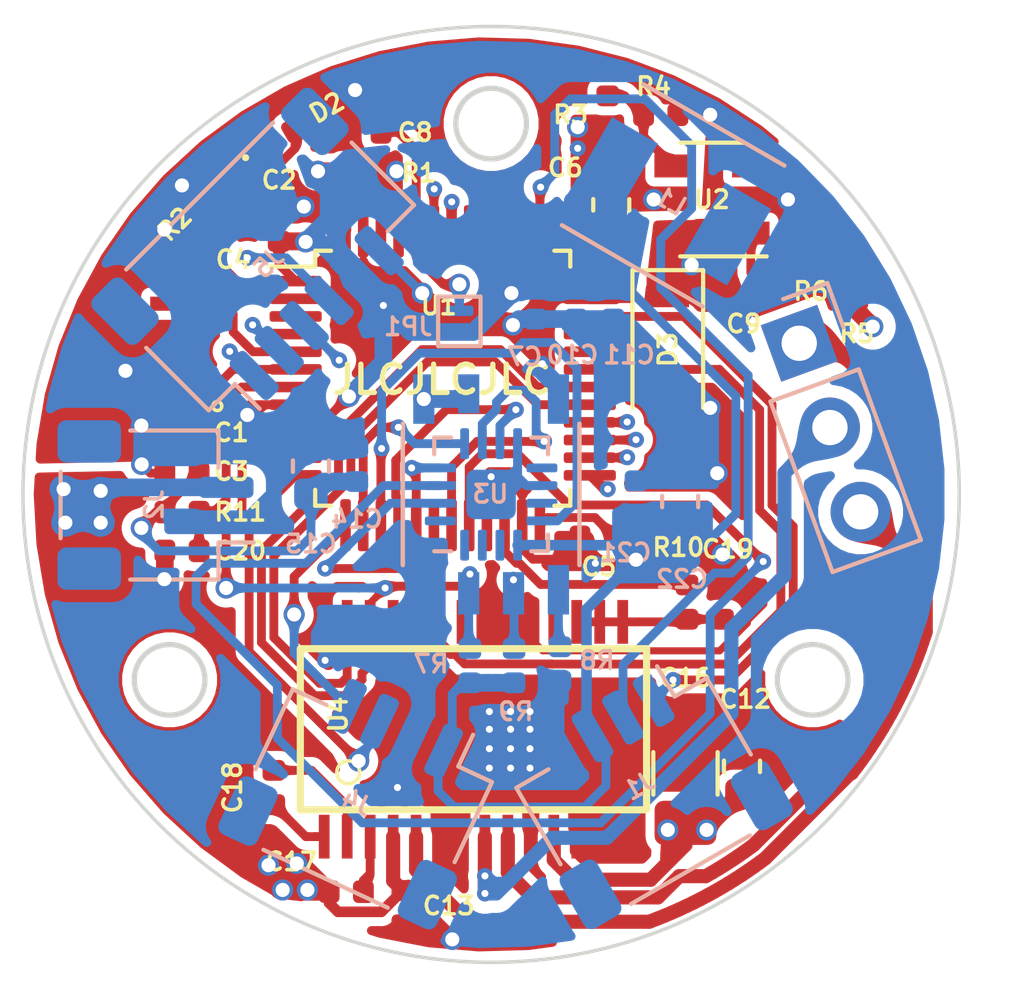
<source format=kicad_pcb>
(kicad_pcb (version 20171130) (host pcbnew "(5.1.5)-3")
  (layers (0 F.Cu signal) (1 In1.Cu power) (2 In2.Cu power) (31 B.Cu signal) (34 B.Paste user hide) (35 F.Paste user hide) (36 B.SilkS user) (37 F.SilkS user) (38 B.Mask user hide) (39 F.Mask user hide) (44 Edge.Cuts user))
  (net 0 "")
  (net 1 GND)
  (net 2 HSE_OUT)
  (net 3 +3V3)
  (net 4 HSE_IN)
  (net 5 "Net-(C9-Pad2)")
  (net 6 "Net-(C9-Pad1)")
  (net 7 "Net-(C17-Pad1)")
  (net 8 "Net-(C18-Pad2)")
  (net 9 "Net-(C18-Pad1)")
  (net 10 "Net-(C19-Pad1)")
  (net 11 "Net-(D2-Pad2)")
  (net 12 "Net-(D2-Pad1)")
  (net 13 W)
  (net 14 V)
  (net 15 U)
  (net 16 USART2_RX)
  (net 17 USART2_TX)
  (net 18 SWCLK)
  (net 19 SWDIO)
  (net 20 +12V)
  (net 21 "Net-(JP1-Pad2)")
  (net 22 "Net-(R3-Pad2)")
  (net 23 "Net-(R5-Pad2)")
  (net 24 I2C1_SCL)
  (net 25 I2C1_SDA)
  (net 26 ERROR)
  (net 27 "Net-(U1-Pad38)")
  (net 28 PWMC)
  (net 29 PWMB)
  (net 30 PWMA)
  (net 31 EN1)
  (net 32 "Net-(U1-Pad4)")
  (net 33 "Net-(U1-Pad3)")
  (net 34 "Net-(U1-Pad45)")
  (net 35 "Net-(U1-Pad41)")
  (net 36 "Net-(U1-Pad40)")
  (net 37 "Net-(U1-Pad39)")
  (net 38 "Net-(U1-Pad46)")
  (net 39 "Net-(U1-Pad21)")
  (net 40 "Net-(C20-Pad1)")
  (net 41 SPI2_MOSI)
  (net 42 SPI2_MISO)
  (net 43 SPI2_SCK)
  (net 44 SPI2_CS)
  (net 45 "Net-(R8-Pad2)")
  (net 46 "Net-(U1-Pad11)")
  (net 47 CS)
  (net 48 SCK)
  (net 49 MISO)
  (net 50 MOSI)
  (net 51 A)
  (net 52 B)
  (net 53 Z)
  (net 54 USB_DM)
  (net 55 USB_DP)
  (net 56 "Net-(U3-Pad9)")
  (net 57 "Net-(U3-Pad17)")
  (net 58 "Net-(U3-Pad19)")
  (net 59 "Net-(U3-Pad23)")
  (net 60 "Net-(U3-Pad24)")
  (module Capacitor_SMD:C_1206_3216Metric (layer F.Cu) (at 105.5 107.9 90)
    (fp_text reference C16 (at 2.7 0 180) (layer F.SilkS) (effects (font (size 0.5 0.5) (thickness 0.1))))
    (fp_text value 100uf)
    (pad 2 smd roundrect (at 1.4 0 90) (size 1.25 1.75) (layers F.Cu F.Paste F.Mask) (roundrect_rratio 0.2) (net 1 GND))
    (pad 1 smd roundrect (at -1.4 0 90) (size 1.25 1.75) (layers F.Cu F.Paste F.Mask) (roundrect_rratio 0.2) (net 20 +12V))
  )
  (module lib:AS5600 (layer B.Cu) (at 100 100)
    (fp_text reference U3 (at -0.02 -0.01 -180) (layer B.SilkS) (effects (font (size 0.5 0.5) (thickness 0.1)) (justify mirror)))
    (fp_text value AS5600)
    (pad 1 smd rect (at -1.905 -2.7) (size 0.6 1.4) (layers B.Cu B.Paste B.Mask) (net 3 +3V3))
    (pad 2 smd rect (at -0.635 -2.85) (size 0.6 1.1) (layers B.Cu B.Paste B.Mask) (net 3 +3V3))
    (pad 4 smd rect (at 1.905 -2.7) (size 0.6 1.4) (layers B.Cu B.Paste B.Mask) (net 1 GND))
    (pad 5 smd rect (at 1.905 2.7) (size 0.6 1.4) (layers B.Cu B.Paste B.Mask) (net 45 "Net-(R8-Pad2)"))
    (pad 6 smd rect (at 0.635 2.8) (size 0.6 1.2) (layers B.Cu B.Paste B.Mask) (net 25 I2C1_SDA))
    (pad 7 smd rect (at -0.635 2.8) (size 0.6 1.2) (layers B.Cu B.Paste B.Mask) (net 24 I2C1_SCL))
    (pad 8 smd rect (at -1.905 2.7) (size 0.6 1.4) (layers B.Cu B.Paste B.Mask) (net 1 GND))
    (pad 13 smd roundrect (at -0.75 -1.4375) (size 0.25 0.875) (layers B.Cu B.Paste B.Mask) (net 47 CS))
    (pad 9 smd roundrect (at -1.4375 0.75) (size 0.875 0.25) (layers B.Cu B.Paste B.Mask) (net 56 "Net-(U3-Pad9)"))
    (pad 16 smd roundrect (at 0.75 -1.4375) (size 0.25 0.875) (layers B.Cu B.Paste B.Mask) (net 1 GND))
    (pad 17 smd roundrect (at 1.4375 -0.75) (size 0.875 0.25) (layers B.Cu B.Paste B.Mask) (net 57 "Net-(U3-Pad17)"))
    (pad 11 smd roundrect (at -1.4375 -0.25) (size 0.875 0.25) (layers B.Cu B.Paste B.Mask) (net 53 Z))
    (pad 25 smd roundrect (at 0 0) (size 1.4 1.4) (layers B.Cu B.Mask) (roundrect_rratio 0.172) (net 1 GND))
    (pad 20 smd roundrect (at 1.4375 0.75) (size 0.875 0.25) (layers B.Cu B.Paste B.Mask) (net 48 SCK))
    (pad 21 smd roundrect (at 0.75 1.4375) (size 0.25 0.875) (layers B.Cu B.Paste B.Mask) (net 3 +3V3))
    (pad 19 smd roundrect (at 1.4375 0.25) (size 0.875 0.25) (layers B.Cu B.Paste B.Mask) (net 58 "Net-(U3-Pad19)"))
    (pad 23 smd roundrect (at -0.25 1.4375) (size 0.25 0.875) (layers B.Cu B.Paste B.Mask) (net 59 "Net-(U3-Pad23)"))
    (pad 22 smd roundrect (at 0.25 1.4375) (size 0.25 0.875) (layers B.Cu B.Paste B.Mask))
    (pad 15 smd roundrect (at 0.25 -1.4375) (size 0.25 0.875) (layers B.Cu B.Paste B.Mask) (net 49 MISO))
    (pad 18 smd roundrect (at 1.4375 -0.25) (size 0.875 0.25) (layers B.Cu B.Paste B.Mask) (net 1 GND))
    (pad 10 smd roundrect (at -1.4375 0.25) (size 0.875 0.25) (layers B.Cu B.Paste B.Mask) (net 51 A))
    (pad 12 smd roundrect (at -1.4375 -0.75) (size 0.875 0.25) (layers B.Cu B.Paste B.Mask) (net 50 MOSI))
    (pad 24 smd roundrect (at -0.75 1.4375) (size 0.25 0.875) (layers B.Cu B.Paste B.Mask) (net 60 "Net-(U3-Pad24)"))
    (pad 14 smd roundrect (at -0.25 -1.4375) (size 0.25 0.875) (layers B.Cu B.Paste B.Mask) (net 52 B))
  )
  (module Capacitor_SMD:C_0603_1608Metric (layer F.Cu) (at 107.1 107.7 90)
    (fp_text reference C12 (at 1.9 0.1) (layer F.SilkS) (effects (font (size 0.5 0.5) (thickness 0.1))))
    (fp_text value 0.1uf)
    (pad 2 smd roundrect (at 0.7875 0 90) (size 0.875 0.95) (layers F.Cu F.Paste F.Mask) (net 1 GND))
    (pad 1 smd roundrect (at -0.7875 0 90) (size 0.875 0.95) (layers F.Cu F.Paste F.Mask) (net 20 +12V))
  )
  (module LED_SMD:LED_0402_1005Metric (layer F.Cu) (at 93.995 89.92 30)
    (fp_text reference D2 (at 1.608464 -0.075942 30) (layer F.SilkS) (effects (font (size 0.5 0.5) (thickness 0.1))))
    (fp_text value LED)
    (pad 2 smd roundrect (at 0.485 0 30) (size 0.59 0.64) (layers F.Cu F.Paste F.Mask) (net 11 "Net-(D2-Pad2)"))
    (pad 1 smd roundrect (at -0.485 0 30) (size 0.59 0.64) (layers F.Cu F.Paste F.Mask) (net 12 "Net-(D2-Pad1)"))
  )
  (module Jumper:SoldJumper-2-P0.5mm_Open_RoundedPad (layer B.Cu) (at 99.05 95.1 90)
    (fp_text reference JP1 (at -0.15 -1.4 180) (layer B.SilkS) (effects (font (size 0.5 0.5) (thickness 0.1)) (justify mirror)))
    (fp_text value SolderJumper_2_Open)
    (pad 2 smd roundrect (at 0.3 0.05 90) (size 0.3 0.8) (layers B.Cu B.Mask) (net 21 "Net-(JP1-Pad2)"))
    (pad 1 smd roundrect (at -0.3 0.05 90) (size 0.3 0.8) (layers B.Cu B.Mask) (net 3 +3V3))
  )
  (module Connector_JST:JST_SH_SM04B-SRSS-TB_1x04-1MP_P1.00mm_Horizontal (layer B.Cu) (at 104.3 108.3 210)
    (fp_text reference J1 (at 0.061603 0.093301 30) (layer B.SilkS) (effects (font (size 0.5 0.5) (thickness 0.1)) (justify mirror)))
    (fp_text value Conn_01x04)
    (pad 1 smd roundrect (at -1.5 2 210) (size 0.6 1.55) (layers B.Cu B.Paste B.Mask) (net 19 SWDIO))
    (pad 2 smd roundrect (at -0.5 2 210) (size 0.6 1.55) (layers B.Cu B.Paste B.Mask) (net 18 SWCLK))
    (pad 3 smd roundrect (at 0.5 2 210) (size 0.6 1.55) (layers B.Cu B.Paste B.Mask) (net 3 +3V3))
    (pad 4 smd roundrect (at 1.5 2 210) (size 0.6 1.55) (layers B.Cu B.Paste B.Mask) (net 1 GND))
    (pad MP smd roundrect (at -2.8 -1.875 210) (size 1.2 1.8) (layers B.Cu B.Paste B.Mask) (roundrect_rratio 0.208333))
    (pad MP smd roundrect (at 2.8 -1.875 210) (size 1.2 1.8) (layers B.Cu B.Paste B.Mask) (roundrect_rratio 0.208333))
  )
  (module Resistor_SMD:R_0402_1005Metric (layer F.Cu) (at 91.25 100.5)
    (fp_text reference R11 (at 1.65 0) (layer F.SilkS) (effects (font (size 0.5 0.5) (thickness 0.1))))
    (fp_text value 10K)
    (pad 1 smd roundrect (at -0.485 0) (size 0.59 0.64) (layers F.Cu F.Paste F.Mask) (net 3 +3V3))
    (pad 2 smd roundrect (at 0.485 0) (size 0.59 0.64) (layers F.Cu F.Paste F.Mask) (net 40 "Net-(C20-Pad1)"))
  )
  (module Resistor_SMD:R_0402_1005Metric (layer F.Cu) (at 105.545 103.05 270)
    (fp_text reference R10 (at -1.55 0.245 180) (layer F.SilkS) (effects (font (size 0.5 0.5) (thickness 0.1))))
    (fp_text value 10K)
    (pad 1 smd roundrect (at -0.485 0 270) (size 0.59 0.64) (layers F.Cu F.Paste F.Mask) (net 26 ERROR))
    (pad 2 smd roundrect (at 0.485 0 270) (size 0.59 0.64) (layers F.Cu F.Paste F.Mask) (net 10 "Net-(C19-Pad1)"))
  )
  (module Resistor_SMD:R_0402_1005Metric (layer B.Cu) (at 100.65 104.85 90)
    (fp_text reference R9 (at -1.3 0.05 180) (layer B.SilkS) (effects (font (size 0.5 0.5) (thickness 0.1)) (justify mirror)))
    (fp_text value 10K)
    (pad 1 smd roundrect (at -0.485 0 90) (size 0.59 0.64) (layers B.Cu B.Paste B.Mask) (net 3 +3V3))
    (pad 2 smd roundrect (at 0.485 0 90) (size 0.59 0.64) (layers B.Cu B.Paste B.Mask) (net 25 I2C1_SDA))
  )
  (module Resistor_SMD:R_0402_1005Metric (layer B.Cu) (at 101.95 104.8 90)
    (fp_text reference R8 (at 0.1 1.05 180) (layer B.SilkS) (effects (font (size 0.5 0.5) (thickness 0.1)) (justify mirror)))
    (fp_text value 1K)
    (pad 1 smd roundrect (at -0.485 0 90) (size 0.59 0.64) (layers B.Cu B.Paste B.Mask) (net 1 GND))
    (pad 2 smd roundrect (at 0.485 0 90) (size 0.59 0.64) (layers B.Cu B.Paste B.Mask) (net 45 "Net-(R8-Pad2)"))
  )
  (module Resistor_SMD:R_0402_1005Metric (layer B.Cu) (at 99.4 104.85 90)
    (fp_text reference R7 (at 0.05 -1.1) (layer B.SilkS) (effects (font (size 0.5 0.5) (thickness 0.1)) (justify mirror)))
    (fp_text value 10K)
    (pad 1 smd roundrect (at -0.485 0 90) (size 0.59 0.64) (layers B.Cu B.Paste B.Mask) (net 3 +3V3))
    (pad 2 smd roundrect (at 0.485 0 90) (size 0.59 0.64) (layers B.Cu B.Paste B.Mask) (net 24 I2C1_SCL))
  )
  (module Resistor_SMD:R_0402_1005Metric (layer F.Cu) (at 109.05 92.8 90)
    (fp_text reference R6 (at -1.45 0 180) (layer F.SilkS) (effects (font (size 0.5 0.5) (thickness 0.1))))
    (fp_text value 16.2k)
    (pad 1 smd roundrect (at -0.485 0 90) (size 0.59 0.64) (layers F.Cu F.Paste F.Mask) (net 23 "Net-(R5-Pad2)"))
    (pad 2 smd roundrect (at 0.485 0 90) (size 0.59 0.64) (layers F.Cu F.Paste F.Mask) (net 1 GND))
  )
  (module Resistor_SMD:R_0402_1005Metric (layer F.Cu) (at 110.35 94 90)
    (fp_text reference R5 (at -1.45 0 180) (layer F.SilkS) (effects (font (size 0.5 0.5) (thickness 0.1))))
    (fp_text value 49.9k)
    (pad 2 smd roundrect (at 0.485 0 90) (size 0.59 0.64) (layers F.Cu F.Paste F.Mask) (net 23 "Net-(R5-Pad2)"))
    (pad 1 smd roundrect (at -0.485 0 90) (size 0.59 0.64) (layers F.Cu F.Paste F.Mask) (net 3 +3V3))
  )
  (module Resistor_SMD:R_0402_1005Metric (layer F.Cu) (at 104.8 89.25)
    (fp_text reference R4 (at -0.2 -0.8) (layer F.SilkS) (effects (font (size 0.5 0.5) (thickness 0.1))))
    (fp_text value 68k)
    (pad 1 smd roundrect (at -0.485 0) (size 0.59 0.64) (layers F.Cu F.Paste F.Mask) (net 22 "Net-(R3-Pad2)"))
    (pad 2 smd roundrect (at 0.485 0) (size 0.59 0.64) (layers F.Cu F.Paste F.Mask) (net 1 GND))
  )
  (module Resistor_SMD:R_0402_1005Metric (layer F.Cu) (at 103.3 89.2 90)
    (fp_text reference R3 (at -0.05 -1.05) (layer F.SilkS) (effects (font (size 0.5 0.5) (thickness 0.1))))
    (fp_text value 100k)
    (pad 1 smd roundrect (at -0.485 0 90) (size 0.59 0.64) (layers F.Cu F.Paste F.Mask) (net 20 +12V))
    (pad 2 smd roundrect (at 0.485 0 90) (size 0.59 0.64) (layers F.Cu F.Paste F.Mask) (net 22 "Net-(R3-Pad2)"))
  )
  (module Resistor_SMD:R_0402_1005Metric (layer F.Cu) (at 92.1 91.4 225)
    (fp_text reference R2 (at 1.414214 0.070711 45) (layer F.SilkS) (effects (font (size 0.5 0.5) (thickness 0.1))))
    (fp_text value 1K5)
    (pad 1 smd roundrect (at -0.485 0 225) (size 0.59 0.64) (layers F.Cu F.Paste F.Mask) (net 12 "Net-(D2-Pad1)"))
    (pad 2 smd roundrect (at 0.485 0 225) (size 0.59 0.64) (layers F.Cu F.Paste F.Mask) (net 1 GND))
  )
  (module Resistor_SMD:R_0402_1005Metric (layer F.Cu) (at 96.4 89.75 180)
    (fp_text reference R1 (at -1.55 -1.15) (layer F.SilkS) (effects (font (size 0.5 0.5) (thickness 0.1))))
    (fp_text value 10K)
    (pad 1 smd roundrect (at -0.485 0 180) (size 0.59 0.64) (layers F.Cu F.Paste F.Mask) (net 21 "Net-(JP1-Pad2)"))
    (pad 2 smd roundrect (at 0.485 0 180) (size 0.59 0.64) (layers F.Cu F.Paste F.Mask) (net 1 GND))
  )
  (module Capacitor_SMD:C_0402_1005Metric (layer B.Cu) (at 104.1 100.1 90)
    (fp_text reference C21 (at -1.55 -0.3 180) (layer B.SilkS) (effects (font (size 0.5 0.5) (thickness 0.1)) (justify mirror)))
    (fp_text value 100nf)
    (pad 1 smd roundrect (at -0.485 0 90) (size 0.59 0.64) (layers B.Cu B.Paste B.Mask) (net 3 +3V3))
    (pad 2 smd roundrect (at 0.485 0 90) (size 0.59 0.64) (layers B.Cu B.Paste B.Mask) (net 1 GND))
  )
  (module Capacitor_SMD:C_0402_1005Metric (layer F.Cu) (at 91.25 101.6 180)
    (fp_text reference C20 (at -1.65 0) (layer F.SilkS) (effects (font (size 0.5 0.5) (thickness 0.1))))
    (fp_text value 100nf)
    (pad 1 smd roundrect (at -0.485 0 180) (size 0.59 0.64) (layers F.Cu F.Paste F.Mask) (net 40 "Net-(C20-Pad1)"))
    (pad 2 smd roundrect (at 0.485 0 180) (size 0.59 0.64) (layers F.Cu F.Paste F.Mask) (net 1 GND))
  )
  (module Capacitor_SMD:C_0402_1005Metric (layer F.Cu) (at 106.55 103.05 90)
    (fp_text reference C19 (at 1.5 0.15 180) (layer F.SilkS) (effects (font (size 0.5 0.5) (thickness 0.1))))
    (fp_text value 0.47uf)
    (pad 1 smd roundrect (at -0.485 0 90) (size 0.59 0.64) (layers F.Cu F.Paste F.Mask) (net 10 "Net-(C19-Pad1)"))
    (pad 2 smd roundrect (at 0.485 0 90) (size 0.59 0.64) (layers F.Cu F.Paste F.Mask) (net 1 GND))
  )
  (module Capacitor_SMD:C_0402_1005Metric (layer F.Cu) (at 93.85 108.3 90)
    (fp_text reference C18 (at 0 -1.17 270) (layer F.SilkS) (effects (font (size 0.5 0.5) (thickness 0.1))))
    (fp_text value 0.01uf)
    (pad 1 smd roundrect (at -0.485 0 90) (size 0.59 0.64) (layers F.Cu F.Paste F.Mask) (net 9 "Net-(C18-Pad1)"))
    (pad 2 smd roundrect (at 0.485 0 90) (size 0.59 0.64) (layers F.Cu F.Paste F.Mask) (net 8 "Net-(C18-Pad2)"))
  )
  (module Capacitor_SMD:C_0402_1005Metric (layer F.Cu) (at 95.9 111.25 180)
    (fp_text reference C17 (at 1.55 0.85) (layer F.SilkS) (effects (font (size 0.5 0.5) (thickness 0.1))))
    (fp_text value 0.1uf)
    (pad 1 smd roundrect (at -0.485 0 180) (size 0.59 0.64) (layers F.Cu F.Paste F.Mask) (net 7 "Net-(C17-Pad1)"))
    (pad 2 smd roundrect (at 0.485 0 180) (size 0.59 0.64) (layers F.Cu F.Paste F.Mask) (net 20 +12V))
  )
  (module Capacitor_SMD:C_0402_1005Metric (layer B.Cu) (at 96.2 99.15 90)
    (fp_text reference C14 (at -1.55 0 180) (layer B.SilkS) (effects (font (size 0.5 0.5) (thickness 0.1)) (justify mirror)))
    (fp_text value 100nf)
    (pad 1 smd roundrect (at -0.485 0 90) (size 0.59 0.64) (layers B.Cu B.Paste B.Mask) (net 3 +3V3))
    (pad 2 smd roundrect (at 0.485 0 90) (size 0.59 0.64) (layers B.Cu B.Paste B.Mask) (net 1 GND))
  )
  (module Capacitor_SMD:C_0402_1005Metric (layer F.Cu) (at 97.5 111.7 90)
    (fp_text reference C13 (at 0.05 1.3 180) (layer F.SilkS) (effects (font (size 0.5 0.5) (thickness 0.1))))
    (fp_text value 0.1uf)
    (pad 1 smd roundrect (at -0.485 0 90) (size 0.59 0.64) (layers F.Cu F.Paste F.Mask) (net 1 GND))
    (pad 2 smd roundrect (at 0.485 0 90) (size 0.59 0.64) (layers F.Cu F.Paste F.Mask) (net 20 +12V))
  )
  (module Capacitor_SMD:C_0402_1005Metric (layer B.Cu) (at 103.45 94.55 270)
    (fp_text reference C11 (at 1.5 -0.45 180) (layer B.SilkS) (effects (font (size 0.5 0.5) (thickness 0.1)) (justify mirror)))
    (fp_text value 10uf)
    (pad 1 smd roundrect (at -0.485 0 270) (size 0.59 0.64) (layers B.Cu B.Paste B.Mask) (net 3 +3V3))
    (pad 2 smd roundrect (at 0.485 0 270) (size 0.59 0.64) (layers B.Cu B.Paste B.Mask) (net 1 GND))
  )
  (module Capacitor_SMD:C_0402_1005Metric (layer B.Cu) (at 102.4 94.55 270)
    (fp_text reference C10 (at 1.5 0.1 180) (layer B.SilkS) (effects (font (size 0.5 0.5) (thickness 0.1)) (justify mirror)))
    (fp_text value 10uf)
    (pad 1 smd roundrect (at -0.485 0 270) (size 0.59 0.64) (layers B.Cu B.Paste B.Mask) (net 3 +3V3))
    (pad 2 smd roundrect (at 0.485 0 270) (size 0.59 0.64) (layers B.Cu B.Paste B.Mask) (net 1 GND))
  )
  (module Capacitor_SMD:C_0402_1005Metric (layer F.Cu) (at 107.15 94 180)
    (fp_text reference C9 (at 0 -1.17 180) (layer F.SilkS) (effects (font (size 0.5 0.5) (thickness 0.1))))
    (fp_text value 10nf)
    (pad 1 smd roundrect (at -0.485 0 180) (size 0.59 0.64) (layers F.Cu F.Paste F.Mask) (net 6 "Net-(C9-Pad1)"))
    (pad 2 smd roundrect (at 0.485 0 180) (size 0.59 0.64) (layers F.Cu F.Paste F.Mask) (net 5 "Net-(C9-Pad2)"))
  )
  (module Capacitor_SMD:C_0402_1005Metric (layer F.Cu) (at 96.4 90.85)
    (fp_text reference C8 (at 1.45 -1.1) (layer F.SilkS) (effects (font (size 0.5 0.5) (thickness 0.1))))
    (fp_text value 100nf)
    (pad 1 smd roundrect (at -0.485 0) (size 0.59 0.64) (layers F.Cu F.Paste F.Mask) (net 3 +3V3))
    (pad 2 smd roundrect (at 0.485 0) (size 0.59 0.64) (layers F.Cu F.Paste F.Mask) (net 1 GND))
  )
  (module Capacitor_SMD:C_0402_1005Metric (layer B.Cu) (at 101.25 94.55 270)
    (fp_text reference C7 (at 1.55 0.3 180) (layer B.SilkS) (effects (font (size 0.5 0.5) (thickness 0.1)) (justify mirror)))
    (fp_text value 100nf)
    (pad 1 smd roundrect (at -0.485 0 270) (size 0.59 0.64) (layers B.Cu B.Paste B.Mask) (net 3 +3V3))
    (pad 2 smd roundrect (at 0.485 0 270) (size 0.59 0.64) (layers B.Cu B.Paste B.Mask) (net 1 GND))
  )
  (module Capacitor_SMD:C_0402_1005Metric (layer F.Cu) (at 103 101.2 180)
    (fp_text reference C5 (at -0.05 -0.85) (layer F.SilkS) (effects (font (size 0.5 0.5) (thickness 0.1))))
    (fp_text value 100nf)
    (pad 1 smd roundrect (at -0.485 0 180) (size 0.59 0.64) (layers F.Cu F.Paste F.Mask) (net 3 +3V3))
    (pad 2 smd roundrect (at 0.485 0 180) (size 0.59 0.64) (layers F.Cu F.Paste F.Mask) (net 1 GND))
  )
  (module Capacitor_SMD:C_0402_1005Metric (layer F.Cu) (at 91.25 93.3 180)
    (fp_text reference C4 (at -1.45 -0.05) (layer F.SilkS) (effects (font (size 0.5 0.5) (thickness 0.1))))
    (fp_text value 30PF)
    (pad 1 smd roundrect (at -0.485 0 180) (size 0.59 0.64) (layers F.Cu F.Paste F.Mask) (net 4 HSE_IN))
    (pad 2 smd roundrect (at 0.485 0 180) (size 0.59 0.64) (layers F.Cu F.Paste F.Mask) (net 1 GND))
  )
  (module Capacitor_SMD:C_0402_1005Metric (layer F.Cu) (at 91.25 99.4 180)
    (fp_text reference C3 (at -1.4 0.05) (layer F.SilkS) (effects (font (size 0.5 0.5) (thickness 0.1))))
    (fp_text value 100nf)
    (pad 1 smd roundrect (at -0.485 0 180) (size 0.59 0.64) (layers F.Cu F.Paste F.Mask) (net 3 +3V3))
    (pad 2 smd roundrect (at 0.485 0 180) (size 0.59 0.64) (layers F.Cu F.Paste F.Mask) (net 1 GND))
  )
  (module Capacitor_SMD:C_0402_1005Metric (layer F.Cu) (at 94 92.35 90)
    (fp_text reference C2 (at 1.25 0 180) (layer F.SilkS) (effects (font (size 0.5 0.5) (thickness 0.1))))
    (fp_text value 4u7)
    (pad 1 smd roundrect (at -0.485 0 90) (size 0.59 0.64) (layers F.Cu F.Paste F.Mask) (net 3 +3V3))
    (pad 2 smd roundrect (at 0.485 0 90) (size 0.59 0.64) (layers F.Cu F.Paste F.Mask) (net 1 GND))
  )
  (module Capacitor_SMD:C_0402_1005Metric (layer F.Cu) (at 91.25 98.3 180)
    (fp_text reference C1 (at -1.4 0.05) (layer F.SilkS) (effects (font (size 0.5 0.5) (thickness 0.1))))
    (fp_text value 30PF)
    (pad 1 smd roundrect (at -0.485 0 180) (size 0.59 0.64) (layers F.Cu F.Paste F.Mask) (net 2 HSE_OUT))
    (pad 2 smd roundrect (at 0.485 0 180) (size 0.59 0.64) (layers F.Cu F.Paste F.Mask) (net 1 GND))
  )
  (module SquantorTexasInstruments:SquantorTexasInstruments-HTSSOP-28 (layer F.Cu) (at 99.5 106.65)
    (fp_text reference U4 (at -3.83 -0.42 90) (layer F.SilkS) (effects (font (size 0.5 0.5) (thickness 0.1))))
    (fp_text value DRV8313 hide)
    (pad 28 smd rect (at -4.22402 -3.04038 180) (size 0.3048 1.23952) (layers F.Cu F.Paste F.Mask) (net 1 GND))
    (pad 27 smd rect (at -3.57378 -3.04038 180) (size 0.3048 1.23952) (layers F.Cu F.Paste F.Mask) (net 30 PWMA))
    (pad 26 smd rect (at -2.92354 -3.04038) (size 0.3048 1.23952) (layers F.Cu F.Paste F.Mask) (net 31 EN1))
    (pad 25 smd rect (at -2.2733 -3.04038) (size 0.3048 1.23952) (layers F.Cu F.Paste F.Mask) (net 29 PWMB))
    (pad 24 smd rect (at -1.62306 -3.04038) (size 0.3048 1.23952) (layers F.Cu F.Paste F.Mask) (net 31 EN1))
    (pad 23 smd rect (at -0.97282 -3.04038) (size 0.3048 1.23952) (layers F.Cu F.Paste F.Mask) (net 28 PWMC))
    (pad 22 smd rect (at -0.32258 -3.04038) (size 0.3048 1.23952) (layers F.Cu F.Paste F.Mask) (net 31 EN1))
    (pad 21 smd rect (at 0.32258 -3.04038) (size 0.3048 1.23952) (layers F.Cu F.Paste F.Mask) (net 1 GND))
    (pad 20 smd rect (at 0.97282 -3.04038) (size 0.3048 1.23952) (layers F.Cu F.Paste F.Mask) (net 1 GND))
    (pad 19 smd rect (at 1.62306 -3.04038) (size 0.3048 1.23952) (layers F.Cu F.Paste F.Mask) (net 1 GND))
    (pad 18 smd rect (at 2.2733 -3.04038) (size 0.3048 1.23952) (layers F.Cu F.Paste F.Mask) (net 26 ERROR))
    (pad 17 smd rect (at 2.92354 -3.04038) (size 0.3048 1.23952) (layers F.Cu F.Paste F.Mask) (net 10 "Net-(C19-Pad1)"))
    (pad 16 smd rect (at 3.57378 -3.04038 180) (size 0.3048 1.23952) (layers F.Cu F.Paste F.Mask) (net 10 "Net-(C19-Pad1)"))
    (pad 15 smd rect (at 4.22402 -3.04038 180) (size 0.3048 1.23952) (layers F.Cu F.Paste F.Mask) (net 10 "Net-(C19-Pad1)"))
    (pad 14 smd rect (at 4.22402 3.04038) (size 0.3048 1.23952) (layers F.Cu F.Paste F.Mask) (net 1 GND))
    (pad 13 smd rect (at 3.57378 3.04038) (size 0.3048 1.23952) (layers F.Cu F.Paste F.Mask) (net 1 GND))
    (pad 12 smd rect (at 2.92354 3.04038) (size 0.3048 1.23952) (layers F.Cu F.Paste F.Mask) (net 1 GND))
    (pad 11 smd rect (at 2.2733 3.04038) (size 0.3048 1.23952) (layers F.Cu F.Paste F.Mask) (net 20 +12V))
    (pad 10 smd rect (at 1.62306 3.04038) (size 0.3048 1.23952) (layers F.Cu F.Paste F.Mask) (net 1 GND))
    (pad 9 smd rect (at 0.97282 3.04038) (size 0.3048 1.23952) (layers F.Cu F.Paste F.Mask) (net 13 W))
    (pad 8 smd rect (at 0.32258 3.04038) (size 0.3048 1.23952) (layers F.Cu F.Paste F.Mask) (net 14 V))
    (pad 7 smd rect (at -0.32258 3.04038) (size 0.3048 1.23952) (layers F.Cu F.Paste F.Mask) (net 1 GND))
    (pad 6 smd rect (at -0.97282 3.04038) (size 0.3048 1.23952) (layers F.Cu F.Paste F.Mask) (net 1 GND))
    (pad 5 smd rect (at -1.62306 3.04038) (size 0.3048 1.23952) (layers F.Cu F.Paste F.Mask) (net 15 U))
    (pad 4 smd rect (at -2.2733 3.04038) (size 0.3048 1.23952) (layers F.Cu F.Paste F.Mask) (net 20 +12V))
    (pad 3 smd rect (at -2.92354 3.04038) (size 0.3048 1.23952) (layers F.Cu F.Paste F.Mask) (net 7 "Net-(C17-Pad1)"))
    (pad 2 smd rect (at -3.57378 3.04038) (size 0.3048 1.23952) (layers F.Cu F.Paste F.Mask) (net 8 "Net-(C18-Pad2)"))
    (pad 1 smd rect (at -4.22402 3.04038) (size 0.3048 1.23952) (layers F.Cu F.Paste F.Mask) (net 9 "Net-(C18-Pad1)"))
    (pad 29 smd rect (at 0 0) (size 5.19938 3.0988) (layers F.Cu F.Paste F.Mask) (net 1 GND))
  )
  (module Connector_JST:JST_SH_SM06B-SRSS-TB_1x06-1MP_P1.00mm_Horizontal (layer B.Cu) (at 93.65 93.45 45)
    (fp_text reference J5 (at 0.035355 0.035355 45) (layer B.SilkS) (effects (font (size 0.5 0.5) (thickness 0.1)) (justify mirror)))
    (fp_text value Conn_01x06)
    (pad 1 smd roundrect (at -2.5 2 45) (size 0.6 1.55) (layers B.Cu B.Paste B.Mask) (net 44 SPI2_CS))
    (pad 2 smd roundrect (at -1.5 2 45) (size 0.6 1.55) (layers B.Cu B.Paste B.Mask) (net 43 SPI2_SCK))
    (pad 3 smd roundrect (at -0.5 2 45) (size 0.6 1.55) (layers B.Cu B.Paste B.Mask) (net 42 SPI2_MISO))
    (pad 4 smd roundrect (at 0.5 2 45) (size 0.6 1.55) (layers B.Cu B.Paste B.Mask) (net 41 SPI2_MOSI))
    (pad 5 smd roundrect (at 1.5 2 45) (size 0.6 1.55) (layers B.Cu B.Paste B.Mask) (net 3 +3V3))
    (pad 6 smd roundrect (at 2.5 2 45) (size 0.6 1.55) (layers B.Cu B.Paste B.Mask) (net 1 GND))
    (pad MP smd roundrect (at -3.8 -1.875 45) (size 1.2 1.8) (layers B.Cu B.Paste B.Mask) (roundrect_rratio 0.208333))
    (pad MP smd roundrect (at 3.8 -1.875 45) (size 1.2 1.8) (layers B.Cu B.Paste B.Mask) (roundrect_rratio 0.208333))
  )
  (module Capacitor_SMD:C_0603_1608Metric (layer B.Cu) (at 105.35 100.2 90)
    (fp_text reference C22 (at -2.2 0.05 180) (layer B.SilkS) (effects (font (size 0.5 0.5) (thickness 0.1)) (justify mirror)))
    (fp_text value 10uf)
    (pad 1 smd roundrect (at -0.7875 0 90) (size 0.875 0.95) (layers B.Cu B.Paste B.Mask) (net 3 +3V3))
    (pad 2 smd roundrect (at 0.7875 0 90) (size 0.875 0.95) (layers B.Cu B.Paste B.Mask) (net 1 GND))
  )
  (module Package_QFP:LQFP-48_7x7mm_P0.5mm (layer F.Cu) (at 98.63 96.71)
    (fp_text reference U1 (at -0.11 -2.05) (layer F.SilkS) (effects (font (size 0.5 0.5) (thickness 0.1))))
    (fp_text value STM32F103C8T6)
    (pad 48 smd roundrect (at -2.75 -4.1625) (size 0.3 1.475) (layers F.Cu F.Paste F.Mask) (net 3 +3V3))
    (pad 47 smd roundrect (at -2.25 -4.1625) (size 0.3 1.475) (layers F.Cu F.Paste F.Mask) (net 1 GND))
    (pad 46 smd roundrect (at -1.75 -4.1625) (size 0.3 1.475) (layers F.Cu F.Paste F.Mask) (net 38 "Net-(U1-Pad46)"))
    (pad 45 smd roundrect (at -1.25 -4.1625) (size 0.3 1.475) (layers F.Cu F.Paste F.Mask) (net 34 "Net-(U1-Pad45)"))
    (pad 44 smd roundrect (at -0.75 -4.1625) (size 0.3 1.475) (layers F.Cu F.Paste F.Mask) (net 21 "Net-(JP1-Pad2)"))
    (pad 43 smd roundrect (at -0.25 -4.1625) (size 0.3 1.475) (layers F.Cu F.Paste F.Mask) (net 25 I2C1_SDA))
    (pad 42 smd roundrect (at 0.25 -4.1625) (size 0.3 1.475) (layers F.Cu F.Paste F.Mask) (net 24 I2C1_SCL))
    (pad 41 smd roundrect (at 0.75 -4.1625) (size 0.3 1.475) (layers F.Cu F.Paste F.Mask) (net 35 "Net-(U1-Pad41)"))
    (pad 40 smd roundrect (at 1.25 -4.1625) (size 0.3 1.475) (layers F.Cu F.Paste F.Mask) (net 36 "Net-(U1-Pad40)"))
    (pad 39 smd roundrect (at 1.75 -4.1625) (size 0.3 1.475) (layers F.Cu F.Paste F.Mask) (net 37 "Net-(U1-Pad39)"))
    (pad 38 smd roundrect (at 2.25 -4.1625) (size 0.3 1.475) (layers F.Cu F.Paste F.Mask) (net 27 "Net-(U1-Pad38)"))
    (pad 37 smd roundrect (at 2.75 -4.1625) (size 0.3 1.475) (layers F.Cu F.Paste F.Mask) (net 18 SWCLK))
    (pad 36 smd roundrect (at 4.1625 -2.75) (size 1.475 0.3) (layers F.Cu F.Paste F.Mask) (net 3 +3V3))
    (pad 35 smd roundrect (at 4.1625 -2.25) (size 1.475 0.3) (layers F.Cu F.Paste F.Mask) (net 1 GND))
    (pad 34 smd roundrect (at 4.1625 -1.75) (size 1.475 0.3) (layers F.Cu F.Paste F.Mask) (net 19 SWDIO))
    (pad 33 smd roundrect (at 4.1625 -1.25) (size 1.475 0.3) (layers F.Cu F.Paste F.Mask) (net 55 USB_DP))
    (pad 32 smd roundrect (at 4.1625 -0.75) (size 1.475 0.3) (layers F.Cu F.Paste F.Mask) (net 54 USB_DM))
    (pad 31 smd roundrect (at 4.1625 -0.25) (size 1.475 0.3) (layers F.Cu F.Paste F.Mask) (net 28 PWMC))
    (pad 30 smd roundrect (at 4.1625 0.25) (size 1.475 0.3) (layers F.Cu F.Paste F.Mask) (net 29 PWMB))
    (pad 29 smd roundrect (at 4.1625 0.75) (size 1.475 0.3) (layers F.Cu F.Paste F.Mask) (net 30 PWMA))
    (pad 28 smd roundrect (at 4.1625 1.25) (size 1.475 0.3) (layers F.Cu F.Paste F.Mask) (net 41 SPI2_MOSI))
    (pad 27 smd roundrect (at 4.1625 1.75) (size 1.475 0.3) (layers F.Cu F.Paste F.Mask) (net 42 SPI2_MISO))
    (pad 26 smd roundrect (at 4.1625 2.25) (size 1.475 0.3) (layers F.Cu F.Paste F.Mask) (net 43 SPI2_SCK))
    (pad 25 smd roundrect (at 4.1625 2.75) (size 1.475 0.3) (layers F.Cu F.Paste F.Mask) (net 44 SPI2_CS))
    (pad 24 smd roundrect (at 2.75 4.1625) (size 0.3 1.475) (layers F.Cu F.Paste F.Mask) (net 3 +3V3))
    (pad 23 smd roundrect (at 2.25 4.1625) (size 0.3 1.475) (layers F.Cu F.Paste F.Mask) (net 1 GND))
    (pad 22 smd roundrect (at 1.75 4.1625) (size 0.3 1.475) (layers F.Cu F.Paste F.Mask) (net 26 ERROR))
    (pad 21 smd roundrect (at 1.25 4.1625) (size 0.3 1.475) (layers F.Cu F.Paste F.Mask) (net 39 "Net-(U1-Pad21)"))
    (pad 20 smd roundrect (at 0.75 4.1625) (size 0.3 1.475) (layers F.Cu F.Paste F.Mask) (net 53 Z))
    (pad 19 smd roundrect (at 0.25 4.1625) (size 0.3 1.475) (layers F.Cu F.Paste F.Mask) (net 52 B))
    (pad 18 smd roundrect (at -0.25 4.1625) (size 0.3 1.475) (layers F.Cu F.Paste F.Mask) (net 51 A))
    (pad 17 smd roundrect (at -0.75 4.1625) (size 0.3 1.475) (layers F.Cu F.Paste F.Mask) (net 50 MOSI))
    (pad 16 smd roundrect (at -1.25 4.1625) (size 0.3 1.475) (layers F.Cu F.Paste F.Mask) (net 49 MISO))
    (pad 15 smd roundrect (at -1.75 4.1625) (size 0.3 1.475) (layers F.Cu F.Paste F.Mask) (net 48 SCK))
    (pad 14 smd roundrect (at -2.25 4.1625) (size 0.3 1.475) (layers F.Cu F.Paste F.Mask) (net 47 CS))
    (pad 13 smd roundrect (at -2.75 4.1625) (size 0.3 1.475) (layers F.Cu F.Paste F.Mask) (net 16 USART2_RX))
    (pad 12 smd roundrect (at -4.1625 2.75) (size 1.475 0.3) (layers F.Cu F.Paste F.Mask) (net 17 USART2_TX))
    (pad 11 smd roundrect (at -4.1625 2.25) (size 1.475 0.3) (layers F.Cu F.Paste F.Mask) (net 46 "Net-(U1-Pad11)"))
    (pad 10 smd roundrect (at -4.1625 1.75) (size 1.475 0.3) (layers F.Cu F.Paste F.Mask) (net 31 EN1))
    (pad 9 smd roundrect (at -4.1625 1.25) (size 1.475 0.3) (layers F.Cu F.Paste F.Mask) (net 3 +3V3))
    (pad 8 smd roundrect (at -4.1625 0.75) (size 1.475 0.3) (layers F.Cu F.Paste F.Mask) (net 1 GND))
    (pad 7 smd roundrect (at -4.1625 0.25) (size 1.475 0.3) (layers F.Cu F.Paste F.Mask) (net 40 "Net-(C20-Pad1)"))
    (pad 6 smd roundrect (at -4.1625 -0.25) (size 1.475 0.3) (layers F.Cu F.Paste F.Mask) (net 2 HSE_OUT))
    (pad 5 smd roundrect (at -4.1625 -0.75) (size 1.475 0.3) (layers F.Cu F.Paste F.Mask) (net 4 HSE_IN))
    (pad 4 smd roundrect (at -4.1625 -1.25) (size 1.475 0.3) (layers F.Cu F.Paste F.Mask) (net 32 "Net-(U1-Pad4)"))
    (pad 3 smd roundrect (at -4.1625 -1.75) (size 1.475 0.3) (layers F.Cu F.Paste F.Mask) (net 33 "Net-(U1-Pad3)"))
    (pad 2 smd roundrect (at -4.1625 -2.25) (size 1.475 0.3) (layers F.Cu F.Paste F.Mask) (net 11 "Net-(D2-Pad2)"))
    (pad 1 smd roundrect (at -4.1625 -2.75) (size 1.475 0.3) (layers F.Cu F.Paste F.Mask) (net 3 +3V3))
  )
  (module Crystal:CSTCE8M00G55-R0 (layer F.Cu) (at 91.25 95.8 90)
    (fp_text reference Y1 hide)
    (fp_text value Crystal_GND3_Small)
    (pad 2 smd rect (at 1.2 0 90) (size 0.4 1.8) (layers F.Cu F.Paste F.Mask) (net 4 HSE_IN))
    (pad 3 smd rect (at 0 0 90) (size 0.4 1.6) (layers F.Cu F.Paste F.Mask) (net 1 GND))
    (pad 1 smd rect (at -1.2 0 90) (size 0.4 1.8) (layers F.Cu F.Paste F.Mask) (net 2 HSE_OUT))
  )
  (module Inductor_SMD:L_0420 (layer B.Cu) (at 105.05 91.7 150)
    (fp_text reference L1 (at -0.015321 0.012856 330) (layer B.SilkS) (effects (font (size 0.5 0.5) (thickness 0.1)) (justify mirror)))
    (fp_text value 3.3UH)
    (pad 1 smd custom (at -1.85 0 150) (size 1.5 2.5) (layers B.Cu B.Paste B.Mask) (net 5 "Net-(C9-Pad2)") (options (clearance outline) (anchor rect)) (primitives))
    (pad 2 smd custom (at 1.85 0 150) (size 1.5 2.5) (layers B.Cu B.Paste B.Mask) (net 3 +3V3) (options (clearance outline) (anchor rect)) (primitives))
  )
  (module Connector_JST:JST_SH_SM04B-SRSS-TB_1x04-1MP_P1.00mm_Horizontal (layer B.Cu) (at 96.45 108.45 155)
    (fp_text reference J4 (at 0.11 -0.36 335) (layer B.SilkS) (effects (font (size 0.5 0.5) (thickness 0.1)) (justify mirror)))
    (fp_text value Conn_01x04)
    (pad MP smd roundrect (at 2.8 -1.875 155) (size 1.2 1.8) (layers B.Cu B.Paste B.Mask) (roundrect_rratio 0.208333))
    (pad MP smd roundrect (at -2.8 -1.875 155) (size 1.2 1.8) (layers B.Cu B.Paste B.Mask) (roundrect_rratio 0.208333))
    (pad 4 smd roundrect (at 1.5 2 155) (size 0.6 1.55) (layers B.Cu B.Paste B.Mask) (net 16 USART2_RX))
    (pad 3 smd roundrect (at 0.5 2 155) (size 0.6 1.55) (layers B.Cu B.Paste B.Mask) (net 17 USART2_TX))
    (pad 2 smd roundrect (at -0.5 2 155) (size 0.6 1.55) (layers B.Cu B.Paste B.Mask) (net 1 GND))
    (pad 1 smd roundrect (at -1.5 2 155) (size 0.6 1.55) (layers B.Cu B.Paste B.Mask) (net 3 +3V3))
  )
  (module Connector_JST:JST_SH_SM02B-SRSS-TB_1x02-1MP_P1.00mm_Horizontal (layer B.Cu) (at 90.5 100.3 90)
    (fp_text reference J2 (at 0.01 -0.04 270) (layer B.SilkS) (effects (font (size 0.5 0.5) (thickness 0.1)) (justify mirror)))
    (fp_text value Conn_01x02)
    (pad MP smd roundrect (at 1.8 -1.875 90) (size 1.2 1.8) (layers B.Cu B.Paste B.Mask) (roundrect_rratio 0.208333))
    (pad MP smd roundrect (at -1.8 -1.875 90) (size 1.2 1.8) (layers B.Cu B.Paste B.Mask) (roundrect_rratio 0.208333))
    (pad 2 smd roundrect (at 0.5 2 90) (size 0.6 1.55) (layers B.Cu B.Paste B.Mask) (net 20 +12V))
    (pad 1 smd roundrect (at -0.5 2 90) (size 0.6 1.55) (layers B.Cu B.Paste B.Mask) (net 1 GND))
  )
  (module Package_TO_SOT_SMD:SOT-23-6 (layer F.Cu) (at 106.25 91.65 180)
    (fp_text reference U2 (at 0 0) (layer F.SilkS) (effects (font (size 0.5 0.5) (thickness 0.1))))
    (fp_text value MP2359)
    (pad 5 smd rect (at 1.1 0 180) (size 1.06 0.65) (layers F.Cu F.Paste F.Mask) (net 20 +12V))
    (pad 6 smd rect (at 1.1 -0.95 180) (size 1.06 0.65) (layers F.Cu F.Paste F.Mask) (net 5 "Net-(C9-Pad2)"))
    (pad 4 smd rect (at 1.1 0.95 180) (size 1.06 0.65) (layers F.Cu F.Paste F.Mask) (net 22 "Net-(R3-Pad2)"))
    (pad 3 smd rect (at -1.1 0.95 180) (size 1.06 0.65) (layers F.Cu F.Paste F.Mask) (net 23 "Net-(R5-Pad2)"))
    (pad 2 smd rect (at -1.1 0 180) (size 1.06 0.65) (layers F.Cu F.Paste F.Mask) (net 1 GND))
    (pad 1 smd rect (at -1.1 -0.95 180) (size 1.06 0.65) (layers F.Cu F.Paste F.Mask) (net 6 "Net-(C9-Pad1)"))
  )
  (module Connector_PinHeader_2.54mm:PinHeader_1x03_P2.54mm_Vertical (layer B.Cu) (at 108.72 95.72 200)
    (fp_text reference J3 hide)
    (fp_text value Conn_01x03)
    (pad 3 thru_hole oval (at 0 -5.08 200) (size 1.7 1.7) (drill 1) (layers *.Cu *.Mask) (net 13 W))
    (pad 2 thru_hole oval (at 0 -2.54 200) (size 1.7 1.7) (drill 1) (layers *.Cu *.Mask) (net 14 V))
    (pad 1 thru_hole rect (at 0 0 200) (size 1.7 1.7) (drill 1) (layers *.Cu *.Mask) (net 15 U))
  )
  (module Diode_SMD:D_SOD-123 (layer F.Cu) (at 105 95.9 270)
    (fp_text reference D3 (at 0 0 270) (layer F.SilkS) (effects (font (size 0.5 0.5) (thickness 0.1))))
    (fp_text value 3.6v)
    (pad 1 smd rect (at -1.65 0 270) (size 0.9 1.2) (layers F.Cu F.Paste F.Mask) (net 5 "Net-(C9-Pad2)"))
    (pad 2 smd rect (at 1.65 0 270) (size 0.9 1.2) (layers F.Cu F.Paste F.Mask) (net 1 GND))
  )
  (module Capacitor_SMD:C_0603_1608Metric (layer B.Cu) (at 94.9 99.2 90)
    (fp_text reference C15 (at -2.2 0 180) (layer B.SilkS) (effects (font (size 0.5 0.5) (thickness 0.1)) (justify mirror)))
    (fp_text value 10uf)
    (pad 1 smd roundrect (at -0.7875 0 90) (size 0.875 0.95) (layers B.Cu B.Paste B.Mask) (net 3 +3V3))
    (pad 2 smd roundrect (at 0.7875 0 90) (size 0.875 0.95) (layers B.Cu B.Paste B.Mask) (net 1 GND))
  )
  (module Capacitor_SMD:C_0603_1608Metric (layer F.Cu) (at 103.4 91.8 270)
    (fp_text reference C6 (at -1.05 1.3 180) (layer F.SilkS) (effects (font (size 0.5 0.5) (thickness 0.1))))
    (fp_text value 10uf)
    (pad 1 smd roundrect (at -0.7875 0 270) (size 0.875 0.95) (layers F.Cu F.Paste F.Mask) (net 20 +12V))
    (pad 2 smd roundrect (at 0.7875 0 270) (size 0.875 0.95) (layers F.Cu F.Paste F.Mask) (net 1 GND))
  )
  (gr_text JLCJLCJLC (at 98.6 96.75) (layer F.SilkS) (effects (font (size 0.8 0.8))))
  (gr_circle (center 100 89.5) (end 101 89.5) (layer Edge.Cuts) (width 0.15))
  (gr_circle (center 109.1 105.25) (end 110.1 105.25) (layer Edge.Cuts) (width 0.15))
  (gr_circle (center 90.9 105.25) (end 91.9 105.25) (layer Edge.Cuts) (width 0.15))
  (gr_circle (center 100 100) (end 113.25 100) (layer Edge.Cuts) (width 0.1))
  (via (at 99.95 106.65) (size 0.45) (drill 0.2) (layers F.Cu B.Cu) (net 1))
  (via (at 99.95 106.15) (size 0.45) (drill 0.2) (layers F.Cu B.Cu) (net 1))
  (via (at 101.1 106.15) (size 0.45) (drill 0.2) (layers F.Cu B.Cu) (net 1))
  (via (at 100.55 106.15) (size 0.45) (drill 0.2) (layers F.Cu B.Cu) (net 1))
  (via (at 101.1 106.65) (size 0.45) (drill 0.2) (layers F.Cu B.Cu) (net 1))
  (via (at 101.1 107.2) (size 0.45) (drill 0.2) (layers F.Cu B.Cu) (net 1))
  (via (at 101.1 107.75) (size 0.45) (drill 0.2) (layers F.Cu B.Cu) (net 1))
  (via (at 100.55 106.65) (size 0.45) (drill 0.2) (layers F.Cu B.Cu) (net 1))
  (via (at 100.55 107.2) (size 0.45) (drill 0.2) (layers F.Cu B.Cu) (net 1))
  (via (at 100.55 107.75) (size 0.45) (drill 0.2) (layers F.Cu B.Cu) (net 1))
  (via (at 99.95 107.75) (size 0.45) (drill 0.2) (layers F.Cu B.Cu) (net 1))
  (via (at 99.95 107.2) (size 0.45) (drill 0.2) (layers F.Cu B.Cu) (net 1))
  (segment (start 90.765 98.3) (end 90.765 99.4) (width 0.25) (layer F.Cu) (net 1))
  (via (at 89.65 96.5) (size 0.6) (drill 0.4) (layers F.Cu B.Cu) (net 1))
  (segment (start 91.25 95.8) (end 90.35 95.8) (width 0.25) (layer F.Cu) (net 1))
  (segment (start 90.35 95.8) (end 89.65 96.5) (width 0.25) (layer F.Cu) (net 1))
  (via (at 90.75 92.5) (size 0.6) (drill 0.4) (layers F.Cu B.Cu) (net 1))
  (segment (start 90.765 93.3) (end 90.765 92.515) (width 0.25) (layer F.Cu) (net 1))
  (segment (start 90.765 92.515) (end 90.75 92.5) (width 0.25) (layer F.Cu) (net 1))
  (via (at 91.25 91.25) (size 0.6) (drill 0.4) (layers F.Cu B.Cu) (net 1))
  (segment (start 91.757053 91.742947) (end 91.742947 91.742947) (width 0.25) (layer F.Cu) (net 1))
  (segment (start 91.742947 91.742947) (end 91.25 91.25) (width 0.25) (layer F.Cu) (net 1))
  (via (at 94.7 91.85) (size 0.6) (drill 0.4) (layers F.Cu B.Cu) (net 1))
  (segment (start 94 91.865) (end 94.685 91.865) (width 0.25) (layer F.Cu) (net 1))
  (segment (start 94.685 91.865) (end 94.7 91.85) (width 0.25) (layer F.Cu) (net 1))
  (via (at 98.05 94.3) (size 0.6) (drill 0.4) (layers F.Cu B.Cu) (net 1))
  (segment (start 96.831981 93.096447) (end 96.846447 93.096447) (width 0.25) (layer B.Cu) (net 1))
  (segment (start 96.846447 93.096447) (end 98.05 94.3) (width 0.25) (layer B.Cu) (net 1))
  (via (at 106.2 89.25) (size 0.6) (drill 0.4) (layers F.Cu B.Cu) (net 1))
  (segment (start 105.285 89.25) (end 106.2 89.25) (width 0.25) (layer F.Cu) (net 1))
  (via (at 108.4 91.65) (size 0.6) (drill 0.4) (layers F.Cu B.Cu) (net 1))
  (segment (start 107.35 91.65) (end 108.4 91.65) (width 0.25) (layer F.Cu) (net 1))
  (segment (start 108.385 91.65) (end 107.35 91.65) (width 0.25) (layer F.Cu) (net 1))
  (segment (start 109.05 92.315) (end 108.385 91.65) (width 0.25) (layer F.Cu) (net 1))
  (via (at 106.2 97.55) (size 0.6) (drill 0.4) (layers F.Cu B.Cu) (net 1))
  (segment (start 105 97.55) (end 106.2 97.55) (width 0.25) (layer F.Cu) (net 1))
  (segment (start 101.25 95.035) (end 103.45 95.035) (width 0.25) (layer B.Cu) (net 1))
  (via (at 106.55 101.7) (size 0.6) (drill 0.4) (layers F.Cu B.Cu) (net 1))
  (segment (start 106.55 102.565) (end 106.55 101.7) (width 0.25) (layer F.Cu) (net 1))
  (via (at 106.4 99.4) (size 0.6) (drill 0.4) (layers F.Cu B.Cu) (net 1))
  (segment (start 105.35 99.4125) (end 106.3875 99.4125) (width 0.25) (layer B.Cu) (net 1))
  (segment (start 106.3875 99.4125) (end 106.4 99.4) (width 0.25) (layer B.Cu) (net 1))
  (via (at 93.1 97.75) (size 0.6) (drill 0.4) (layers F.Cu B.Cu) (net 1))
  (segment (start 94.4675 97.46) (end 93.39 97.46) (width 0.25) (layer F.Cu) (net 1))
  (segment (start 93.39 97.46) (end 93.1 97.75) (width 0.25) (layer F.Cu) (net 1))
  (via (at 96.15 88.55) (size 0.6) (drill 0.4) (layers F.Cu B.Cu) (net 1))
  (segment (start 95.915 89.75) (end 95.915 88.785) (width 0.25) (layer F.Cu) (net 1))
  (segment (start 95.915 88.785) (end 96.15 88.55) (width 0.25) (layer F.Cu) (net 1))
  (segment (start 96.38 91.355) (end 96.885 90.85) (width 0.25) (layer F.Cu) (net 1))
  (segment (start 96.38 92.5475) (end 96.38 91.355) (width 0.25) (layer F.Cu) (net 1))
  (segment (start 98.95718 107.06282) (end 99.93 106.09) (width 0.25) (layer F.Cu) (net 1))
  (segment (start 99.60742 106.41258) (end 99.93 106.09) (width 0.25) (layer F.Cu) (net 1))
  (segment (start 101.55306 107.71306) (end 99.93 106.09) (width 0.25) (layer F.Cu) (net 1))
  (segment (start 101.33316 106.09) (end 99.93 106.09) (width 0.25) (layer F.Cu) (net 1))
  (segment (start 97.74839 106.848694) (end 98.1 106.497084) (width 0.25) (layer B.Cu) (net 1))
  (segment (start 98.1 102.705) (end 98.095 102.7) (width 0.25) (layer B.Cu) (net 1))
  (segment (start 98.1 106.497084) (end 98.1 102.705) (width 0.25) (layer B.Cu) (net 1))
  (segment (start 101 99.75) (end 101.4375 99.75) (width 0.25) (layer B.Cu) (net 1))
  (segment (start 100.75 98.5625) (end 100.75 99.5) (width 0.25) (layer B.Cu) (net 1))
  (segment (start 100.75 99.5) (end 101 99.75) (width 0.25) (layer B.Cu) (net 1))
  (via (at 97.320797 90.849653) (size 0.6) (drill 0.4) (layers F.Cu B.Cu) (net 1))
  (segment (start 96.885 90.85) (end 97.32045 90.85) (width 0.25) (layer F.Cu) (net 1))
  (segment (start 97.32045 90.85) (end 97.320797 90.849653) (width 0.25) (layer F.Cu) (net 1))
  (via (at 100 99.500006) (size 0.45) (drill 0.2) (layers F.Cu B.Cu) (net 1))
  (segment (start 100 100) (end 100 99.500006) (width 0.25) (layer B.Cu) (net 1))
  (segment (start 100.75 98.5625) (end 100.75 99.25) (width 0.25) (layer B.Cu) (net 1))
  (segment (start 100.499994 99.500006) (end 100 99.500006) (width 0.25) (layer B.Cu) (net 1))
  (segment (start 100.75 99.25) (end 100.499994 99.500006) (width 0.25) (layer B.Cu) (net 1))
  (segment (start 101.905 97.3) (end 101.905 96.755) (width 0.25) (layer B.Cu) (net 1))
  (via (at 101.45 96.3) (size 0.45) (drill 0.2) (layers F.Cu B.Cu) (net 1))
  (segment (start 101.905 96.755) (end 101.45 96.3) (width 0.25) (layer B.Cu) (net 1))
  (segment (start 101.95 105.285) (end 101.95 107.266987) (width 0.25) (layer B.Cu) (net 1))
  (segment (start 101.95 107.266987) (end 102.000962 107.317949) (width 0.25) (layer B.Cu) (net 1))
  (segment (start 105.1475 99.615) (end 105.35 99.4125) (width 0.3) (layer B.Cu) (net 1))
  (segment (start 104.1 99.615) (end 105.1475 99.615) (width 0.3) (layer B.Cu) (net 1))
  (segment (start 95.9475 98.4125) (end 96.2 98.665) (width 0.3) (layer B.Cu) (net 1))
  (segment (start 94.9 98.4125) (end 95.9475 98.4125) (width 0.3) (layer B.Cu) (net 1))
  (segment (start 94.9 98.85) (end 94.9 98.4125) (width 0.3) (layer B.Cu) (net 1))
  (segment (start 94.45001 99.29999) (end 94.9 98.85) (width 0.3) (layer B.Cu) (net 1))
  (segment (start 92.95 100.8) (end 94.17499 99.57501) (width 0.3) (layer B.Cu) (net 1))
  (segment (start 92.5 100.8) (end 92.95 100.8) (width 0.3) (layer B.Cu) (net 1))
  (segment (start 94.449582 99.29999) (end 94.45001 99.29999) (width 0.3) (layer B.Cu) (net 1))
  (segment (start 94.17499 99.57501) (end 94.17499 99.574582) (width 0.3) (layer B.Cu) (net 1))
  (segment (start 94.17499 99.574582) (end 94.449582 99.29999) (width 0.3) (layer B.Cu) (net 1))
  (segment (start 104 93.99) (end 103.53 94.46) (width 0.3) (layer F.Cu) (net 1))
  (segment (start 103.4 92.5875) (end 103.6875 92.5875) (width 0.3) (layer F.Cu) (net 1))
  (segment (start 103.53 94.46) (end 102.7925 94.46) (width 0.3) (layer F.Cu) (net 1))
  (segment (start 104 92.9) (end 104 93.99) (width 0.3) (layer F.Cu) (net 1))
  (segment (start 103.6875 92.5875) (end 104 92.9) (width 0.3) (layer F.Cu) (net 1))
  (segment (start 90.35001 98.3) (end 90.1 98.04999) (width 0.25) (layer F.Cu) (net 1))
  (via (at 90.1 98.04999) (size 0.6) (drill 0.4) (layers F.Cu B.Cu) (net 1))
  (segment (start 90.765 98.3) (end 90.35001 98.3) (width 0.25) (layer F.Cu) (net 1))
  (via (at 97.35 108.3) (size 0.45) (drill 0.2) (layers F.Cu B.Cu) (net 1))
  (segment (start 99 106.65) (end 99.93 106.65) (width 0.25) (layer F.Cu) (net 1))
  (segment (start 97.35 108.3) (end 99 106.65) (width 0.25) (layer F.Cu) (net 1))
  (segment (start 97.35 107.55) (end 97.35 108.3) (width 0.25) (layer B.Cu) (net 1))
  (segment (start 97.74839 106.848694) (end 97.74839 107.15161) (width 0.25) (layer B.Cu) (net 1))
  (segment (start 97.74839 107.15161) (end 97.35 107.55) (width 0.25) (layer B.Cu) (net 1))
  (via (at 102.95 101.95) (size 0.45) (drill 0.2) (layers F.Cu B.Cu) (net 1))
  (segment (start 102.515 101.2) (end 102.515 101.515) (width 0.25) (layer F.Cu) (net 1))
  (segment (start 102.515 101.515) (end 102.95 101.95) (width 0.25) (layer F.Cu) (net 1))
  (segment (start 90.36001 99.4) (end 90.11 99.14999) (width 0.25) (layer F.Cu) (net 1))
  (segment (start 90.765 99.4) (end 90.36001 99.4) (width 0.25) (layer F.Cu) (net 1))
  (via (at 90.11 99.14999) (size 0.6) (drill 0.4) (layers F.Cu B.Cu) (net 1))
  (via (at 90.75 102.4) (size 0.6) (drill 0.4) (layers F.Cu B.Cu) (net 1))
  (segment (start 90.765 101.6) (end 90.765 102.385) (width 0.5) (layer F.Cu) (net 1))
  (segment (start 90.765 102.385) (end 90.75 102.4) (width 0.5) (layer F.Cu) (net 1))
  (via (at 100.616971 95.20334) (size 0.6) (drill 0.4) (layers F.Cu B.Cu) (net 1))
  (segment (start 100.785311 95.035) (end 100.616971 95.20334) (width 0.25) (layer B.Cu) (net 1))
  (segment (start 103.45 95.035) (end 100.785311 95.035) (width 0.5) (layer B.Cu) (net 1))
  (segment (start 101.360311 94.46) (end 100.616971 95.20334) (width 0.25) (layer F.Cu) (net 1))
  (segment (start 102.7925 94.46) (end 101.360311 94.46) (width 0.25) (layer F.Cu) (net 1))
  (segment (start 101.25 95.035) (end 100.785311 95.035) (width 0.25) (layer B.Cu) (net 1))
  (via (at 95.3 104.7) (size 0.45) (drill 0.2) (layers F.Cu B.Cu) (net 1))
  (segment (start 100.88 100.8725) (end 100.88 101.53428) (width 0.25) (layer F.Cu) (net 1))
  (segment (start 100.88 101.53428) (end 101.18073 101.83501) (width 0.25) (layer F.Cu) (net 1))
  (segment (start 102.515 101.52) (end 102.515 101.2) (width 0.25) (layer F.Cu) (net 1))
  (segment (start 102.19999 101.83501) (end 102.515 101.52) (width 0.25) (layer F.Cu) (net 1))
  (segment (start 101.18073 101.83501) (end 102.19999 101.83501) (width 0.25) (layer F.Cu) (net 1))
  (segment (start 106.6875 106.5) (end 107.1 106.9125) (width 0.4) (layer F.Cu) (net 1))
  (segment (start 105.5 106.5) (end 106.6875 106.5) (width 0.4) (layer F.Cu) (net 1))
  (segment (start 98.485 112.185) (end 98.9 112.6) (width 0.3) (layer F.Cu) (net 1))
  (via (at 98.9 112.6) (size 0.6) (drill 0.4) (layers F.Cu B.Cu) (net 1))
  (segment (start 97.5 112.185) (end 98.485 112.185) (width 0.3) (layer F.Cu) (net 1))
  (segment (start 100.671987 107.2) (end 100.621987 107.25) (width 0.25) (layer B.Cu) (net 1))
  (segment (start 102.025 107.25) (end 101.975 107.2) (width 0.25) (layer B.Cu) (net 1))
  (segment (start 101.975 107.2) (end 100.671987 107.2) (width 0.25) (layer B.Cu) (net 1))
  (segment (start 101.12306 103.60962) (end 99.82258 103.60962) (width 0.2) (layer F.Cu) (net 1))
  (segment (start 101.460899 104.429381) (end 106.467073 104.429381) (width 0.2) (layer F.Cu) (net 1))
  (segment (start 101.12306 103.60962) (end 101.12306 104.091542) (width 0.2) (layer F.Cu) (net 1))
  (segment (start 106.467073 104.429381) (end 107.25 103.646454) (width 0.2) (layer F.Cu) (net 1))
  (segment (start 101.12306 104.091542) (end 101.460899 104.429381) (width 0.2) (layer F.Cu) (net 1))
  (segment (start 107.25 102.945) (end 106.87 102.565) (width 0.2) (layer F.Cu) (net 1))
  (segment (start 106.87 102.565) (end 106.55 102.565) (width 0.2) (layer F.Cu) (net 1))
  (segment (start 107.25 103.646454) (end 107.25 102.945) (width 0.2) (layer F.Cu) (net 1))
  (segment (start 92.7 96.46) (end 94.4675 96.46) (width 0.25) (layer F.Cu) (net 2))
  (segment (start 91.25 97) (end 92.16 97) (width 0.25) (layer F.Cu) (net 2))
  (segment (start 92.16 97) (end 92.7 96.46) (width 0.25) (layer F.Cu) (net 2))
  (segment (start 91.735 97.485) (end 91.25 97) (width 0.25) (layer F.Cu) (net 2))
  (segment (start 91.735 98.3) (end 91.735 97.485) (width 0.25) (layer F.Cu) (net 2))
  (segment (start 94 93.4925) (end 94.4675 93.96) (width 0.25) (layer F.Cu) (net 3))
  (segment (start 94 92.835) (end 94 93.4925) (width 0.25) (layer F.Cu) (net 3))
  (segment (start 95.915 92.5125) (end 95.88 92.5475) (width 0.25) (layer F.Cu) (net 3))
  (segment (start 95.915 90.85) (end 95.915 92.5125) (width 0.25) (layer F.Cu) (net 3))
  (segment (start 90.765 100.37) (end 91.735 99.4) (width 0.25) (layer F.Cu) (net 3))
  (segment (start 90.765 100.5) (end 90.765 100.37) (width 0.25) (layer F.Cu) (net 3))
  (segment (start 99.315 97.3) (end 99.365 97.25) (width 0.25) (layer B.Cu) (net 3))
  (segment (start 98.095 97.3) (end 99.315 97.3) (width 0.25) (layer B.Cu) (net 3))
  (segment (start 95.205 97.96) (end 94.4675 97.96) (width 0.25) (layer F.Cu) (net 3))
  (via (at 110.8 95.25) (size 0.6) (drill 0.4) (layers F.Cu B.Cu) (net 3))
  (segment (start 100.57501 94.32499) (end 100.57501 94.3) (width 0.25) (layer B.Cu) (net 3))
  (segment (start 102.7925 93.96) (end 100.91501 93.96) (width 0.25) (layer F.Cu) (net 3))
  (segment (start 99.1 95.4) (end 99.5 95.4) (width 0.25) (layer B.Cu) (net 3))
  (via (at 100.57501 94.3) (size 0.6) (drill 0.4) (layers F.Cu B.Cu) (net 3))
  (segment (start 100.91501 93.96) (end 100.57501 94.3) (width 0.25) (layer F.Cu) (net 3))
  (segment (start 99.1 95.4) (end 98 95.4) (width 0.25) (layer B.Cu) (net 3))
  (via (at 96.95 94.65) (size 0.45) (drill 0.2) (layers F.Cu B.Cu) (net 3))
  (segment (start 96.124874 93.803553) (end 96.124874 93.824874) (width 0.25) (layer B.Cu) (net 3))
  (segment (start 96.124874 93.824874) (end 96.95 94.65) (width 0.25) (layer B.Cu) (net 3))
  (via (at 94.75 92.85) (size 0.6) (drill 0.4) (layers F.Cu B.Cu) (net 3))
  (via (at 95.1 90.85) (size 0.6) (drill 0.4) (layers F.Cu B.Cu) (net 3))
  (segment (start 103.25 107.200962) (end 103.25 108.25) (width 0.25) (layer B.Cu) (net 3))
  (segment (start 102.866987 106.817949) (end 103.25 107.200962) (width 0.25) (layer B.Cu) (net 3))
  (segment (start 98.5 107.42601) (end 98.654698 107.271312) (width 0.25) (layer B.Cu) (net 3))
  (segment (start 103.25 108.25) (end 102.65 108.85) (width 0.25) (layer B.Cu) (net 3))
  (segment (start 102.65 108.85) (end 98.95 108.85) (width 0.25) (layer B.Cu) (net 3))
  (segment (start 98.5 108.4) (end 98.5 107.42601) (width 0.25) (layer B.Cu) (net 3))
  (segment (start 98.95 108.85) (end 98.5 108.4) (width 0.25) (layer B.Cu) (net 3))
  (segment (start 102.93999 100.65499) (end 101.59751 100.65499) (width 0.25) (layer F.Cu) (net 3))
  (segment (start 101.59751 100.65499) (end 101.53 100.7225) (width 0.25) (layer F.Cu) (net 3))
  (segment (start 101.53 100.7225) (end 101.38 100.8725) (width 0.25) (layer F.Cu) (net 3))
  (segment (start 103.485 101.2) (end 102.93999 100.65499) (width 0.25) (layer F.Cu) (net 3))
  (segment (start 97.721321 95.4) (end 96.124874 93.803553) (width 0.5) (layer B.Cu) (net 3))
  (segment (start 98 95.4) (end 97.721321 95.4) (width 0.5) (layer B.Cu) (net 3))
  (segment (start 95.15 92.85) (end 94.75 92.85) (width 0.5) (layer B.Cu) (net 3))
  (segment (start 96.95 94.65) (end 95.15 92.85) (width 0.5) (layer B.Cu) (net 3))
  (segment (start 95.049999 92.550001) (end 94.75 92.85) (width 0.5) (layer B.Cu) (net 3))
  (segment (start 95.399999 92.200001) (end 95.049999 92.550001) (width 0.5) (layer B.Cu) (net 3))
  (segment (start 95.399999 91.149999) (end 95.399999 92.200001) (width 0.5) (layer B.Cu) (net 3))
  (segment (start 95.1 90.85) (end 95.399999 91.149999) (width 0.5) (layer B.Cu) (net 3))
  (segment (start 99.215 97.3) (end 99.365 97.15) (width 0.5) (layer B.Cu) (net 3))
  (segment (start 98.095 97.3) (end 99.215 97.3) (width 0.5) (layer B.Cu) (net 3))
  (segment (start 95.2525 99.635) (end 94.9 99.9875) (width 0.5) (layer B.Cu) (net 3))
  (segment (start 96.2 99.635) (end 95.2525 99.635) (width 0.5) (layer B.Cu) (net 3))
  (via (at 90.1 100.95) (size 0.6) (drill 0.4) (layers F.Cu B.Cu) (net 3))
  (segment (start 90.765 100.5) (end 90.55 100.5) (width 0.3) (layer F.Cu) (net 3))
  (segment (start 90.55 100.5) (end 90.1 100.95) (width 0.3) (layer F.Cu) (net 3))
  (segment (start 103.485 101.2) (end 103.485 101.235) (width 0.3) (layer F.Cu) (net 3))
  (via (at 104.1 101.85) (size 0.6) (drill 0.4) (layers F.Cu B.Cu) (net 3))
  (segment (start 103.485 101.235) (end 104.1 101.85) (width 0.3) (layer F.Cu) (net 3))
  (segment (start 102.7 106.650962) (end 102.866987 106.817949) (width 0.3) (layer B.Cu) (net 3))
  (segment (start 104.1 101.85) (end 102.7 103.25) (width 0.3) (layer B.Cu) (net 3))
  (segment (start 102.7 103.25) (end 102.7 106.650962) (width 0.3) (layer B.Cu) (net 3))
  (via (at 98.095 97.3) (size 0.6) (drill 0.4) (layers F.Cu B.Cu) (net 3))
  (segment (start 90.1 100.95) (end 90.1 101.1) (width 0.25) (layer B.Cu) (net 3))
  (segment (start 104.655 94.95) (end 103.77 94.065) (width 0.25) (layer B.Cu) (net 3))
  (segment (start 103.77 94.065) (end 103.45 94.065) (width 0.25) (layer B.Cu) (net 3))
  (segment (start 106.925001 100.547997) (end 106.925001 97.220001) (width 0.25) (layer B.Cu) (net 3))
  (segment (start 106.925001 97.220001) (end 103.77 94.065) (width 0.25) (layer B.Cu) (net 3))
  (segment (start 104.1 101.85) (end 105.622998 101.85) (width 0.25) (layer B.Cu) (net 3))
  (segment (start 105.622998 101.85) (end 106.925001 100.547997) (width 0.25) (layer B.Cu) (net 3))
  (segment (start 99.215 105.335) (end 99.4 105.335) (width 0.25) (layer B.Cu) (net 3))
  (segment (start 98.9 105.65) (end 99.215 105.335) (width 0.25) (layer B.Cu) (net 3))
  (segment (start 98.654698 107.271312) (end 98.9 107.02601) (width 0.25) (layer B.Cu) (net 3))
  (segment (start 98.9 107.02601) (end 98.9 105.65) (width 0.25) (layer B.Cu) (net 3))
  (segment (start 94.9 101.2) (end 94.9 99.9875) (width 0.25) (layer B.Cu) (net 3))
  (segment (start 94.5 101.6) (end 94.9 101.2) (width 0.25) (layer B.Cu) (net 3))
  (segment (start 90.6 101.6) (end 94.5 101.6) (width 0.25) (layer B.Cu) (net 3))
  (segment (start 90.1 101.1) (end 90.6 101.6) (width 0.25) (layer B.Cu) (net 3))
  (segment (start 101.25 94.065) (end 103.45 94.065) (width 0.5) (layer B.Cu) (net 3))
  (segment (start 100.81001 94.065) (end 100.57501 94.3) (width 0.5) (layer B.Cu) (net 3))
  (segment (start 101.25 94.065) (end 100.81001 94.065) (width 0.5) (layer B.Cu) (net 3))
  (segment (start 100.601058 94.3) (end 100.57501 94.3) (width 0.5) (layer B.Cu) (net 3))
  (segment (start 98 95.4) (end 99.501058 95.4) (width 0.5) (layer B.Cu) (net 3))
  (segment (start 99.501058 95.4) (end 100.601058 94.3) (width 0.5) (layer B.Cu) (net 3))
  (segment (start 95.915 90.85) (end 95.1 90.85) (width 0.5) (layer F.Cu) (net 3))
  (segment (start 94.735 92.835) (end 94.75 92.85) (width 0.5) (layer F.Cu) (net 3))
  (segment (start 94 92.835) (end 94.735 92.835) (width 0.5) (layer F.Cu) (net 3))
  (segment (start 110.35 94.8) (end 110.8 95.25) (width 0.5) (layer F.Cu) (net 3))
  (segment (start 110.35 94.485) (end 110.35 94.8) (width 0.5) (layer F.Cu) (net 3))
  (segment (start 99.4 105.335) (end 100.65 105.335) (width 0.5) (layer B.Cu) (net 3))
  (segment (start 103.447853 94.062853) (end 103.45 94.065) (width 0.5) (layer B.Cu) (net 3))
  (segment (start 103.447853 90.775) (end 103.447853 94.062853) (width 0.8) (layer B.Cu) (net 3))
  (segment (start 102.53279 91.73279) (end 102.95 92.15) (width 0.5) (layer B.Cu) (net 3))
  (segment (start 102.53279 91.690063) (end 102.53279 91.73279) (width 0.5) (layer B.Cu) (net 3))
  (segment (start 103.447853 90.775) (end 102.53279 91.690063) (width 0.5) (layer B.Cu) (net 3))
  (segment (start 102.95 92.15) (end 100.57501 94.3) (width 0.5) (layer B.Cu) (net 3))
  (segment (start 102.53279 91.690063) (end 102.309937 91.690063) (width 0.5) (layer B.Cu) (net 3))
  (segment (start 96.95 94.65) (end 96.95 96.251538) (width 0.5) (layer B.Cu) (net 3))
  (segment (start 96.275768 96.92577) (end 95.975769 97.225769) (width 0.5) (layer B.Cu) (net 3))
  (segment (start 96.95 96.251538) (end 96.275768 96.92577) (width 0.5) (layer B.Cu) (net 3))
  (segment (start 94.4675 97.96) (end 95.241538 97.96) (width 0.25) (layer F.Cu) (net 3))
  (via (at 95.975769 97.225769) (size 0.6) (drill 0.4) (layers F.Cu B.Cu) (net 3))
  (segment (start 95.241538 97.96) (end 95.975769 97.225769) (width 0.25) (layer F.Cu) (net 3))
  (segment (start 91.735 94.115) (end 91.25 94.6) (width 0.25) (layer F.Cu) (net 4))
  (segment (start 91.735 93.3) (end 91.735 94.115) (width 0.25) (layer F.Cu) (net 4))
  (segment (start 93.26 95.96) (end 94.4675 95.96) (width 0.25) (layer F.Cu) (net 4))
  (segment (start 92.7 95.4) (end 93.26 95.96) (width 0.25) (layer F.Cu) (net 4))
  (segment (start 92.7 94.9) (end 92.7 95.4) (width 0.25) (layer F.Cu) (net 4))
  (segment (start 91.25 94.6) (end 92.4 94.6) (width 0.25) (layer F.Cu) (net 4))
  (segment (start 92.4 94.6) (end 92.7 94.9) (width 0.25) (layer F.Cu) (net 4))
  (segment (start 105 92.75) (end 105.15 92.6) (width 0.25) (layer F.Cu) (net 5))
  (segment (start 105 94.25) (end 105 92.75) (width 0.25) (layer F.Cu) (net 5))
  (segment (start 106.55 94) (end 105.15 92.6) (width 0.25) (layer F.Cu) (net 5))
  (segment (start 106.665 94) (end 106.55 94) (width 0.25) (layer F.Cu) (net 5))
  (segment (start 105.05 93.5) (end 105.67501 93.5) (width 0.25) (layer F.Cu) (net 5))
  (segment (start 105 93.55) (end 105.05 93.5) (width 0.25) (layer F.Cu) (net 5))
  (via (at 105.67501 93.5) (size 0.6) (drill 0.4) (layers F.Cu B.Cu) (net 5))
  (segment (start 105 94.25) (end 105 93.55) (width 0.25) (layer F.Cu) (net 5))
  (segment (start 106.05 93.15) (end 106.02501 93.15) (width 0.25) (layer B.Cu) (net 5))
  (segment (start 106.652147 92.625) (end 106.575 92.625) (width 0.25) (layer B.Cu) (net 5))
  (segment (start 106.02501 93.15) (end 105.67501 93.5) (width 0.25) (layer B.Cu) (net 5))
  (segment (start 106.575 92.625) (end 106.05 93.15) (width 0.25) (layer B.Cu) (net 5))
  (segment (start 107.35 93.715) (end 107.635 94) (width 0.25) (layer F.Cu) (net 6))
  (segment (start 107.35 92.6) (end 107.35 93.715) (width 0.25) (layer F.Cu) (net 6))
  (segment (start 93.865 107.8) (end 93.85 107.815) (width 0.25) (layer F.Cu) (net 8))
  (segment (start 106.55 103.535) (end 106.515 103.535) (width 0.25) (layer F.Cu) (net 10))
  (segment (start 106.55 103.535) (end 105.545 103.535) (width 0.25) (layer F.Cu) (net 10))
  (segment (start 105.47038 103.60962) (end 105.545 103.535) (width 0.25) (layer F.Cu) (net 10))
  (segment (start 104.15402 103.60962) (end 105.47038 103.60962) (width 0.25) (layer F.Cu) (net 10))
  (segment (start 93.31 94.46) (end 94.4675 94.46) (width 0.25) (layer F.Cu) (net 11))
  (segment (start 94.415022 89.6775) (end 94.45 89.712478) (width 0.25) (layer F.Cu) (net 11))
  (segment (start 92.4 93.55) (end 93.31 94.46) (width 0.25) (layer F.Cu) (net 11))
  (segment (start 94.45 90.2) (end 92.4 92.25) (width 0.25) (layer F.Cu) (net 11))
  (segment (start 94.45 89.712478) (end 94.45 90.2) (width 0.25) (layer F.Cu) (net 11))
  (segment (start 92.4 92.25) (end 92.4 93.55) (width 0.25) (layer F.Cu) (net 11))
  (segment (start 93.2875 90.1625) (end 93.574978 90.1625) (width 0.25) (layer F.Cu) (net 12))
  (segment (start 92.442947 91.057053) (end 92.442947 91.007053) (width 0.25) (layer F.Cu) (net 12))
  (segment (start 92.442947 91.007053) (end 93.2875 90.1625) (width 0.25) (layer F.Cu) (net 12))
  (via (at 99.825 110.80258) (size 0.45) (drill 0.2) (layers F.Cu B.Cu) (net 14))
  (segment (start 108.3 102.3) (end 108.3 99.39555) (width 0.4) (layer B.Cu) (net 14))
  (segment (start 108.3 99.39555) (end 109.588731 98.106819) (width 0.4) (layer B.Cu) (net 14))
  (segment (start 101.72499 109.72501) (end 103.276044 109.72501) (width 0.4) (layer B.Cu) (net 14))
  (segment (start 106.8 103.8) (end 108.3 102.3) (width 0.4) (layer B.Cu) (net 14))
  (segment (start 103.276044 109.72501) (end 106.8 106.201054) (width 0.4) (layer B.Cu) (net 14))
  (segment (start 106.8 106.201054) (end 106.8 103.8) (width 0.4) (layer B.Cu) (net 14))
  (via (at 96.250002 107.550002) (size 0.6) (drill 0.4) (layers F.Cu B.Cu) (net 17))
  (segment (start 96.250002 107.399998) (end 96.250002 107.550002) (width 0.25) (layer B.Cu) (net 17))
  (segment (start 96.6 107.05) (end 96.250002 107.399998) (width 0.25) (layer B.Cu) (net 17))
  (segment (start 96.842083 106.426075) (end 96.6 106.668158) (width 0.25) (layer B.Cu) (net 17))
  (segment (start 96.6 106.668158) (end 96.6 107.05) (width 0.25) (layer B.Cu) (net 17))
  (segment (start 95.950003 107.250003) (end 96.250002 107.550002) (width 0.25) (layer F.Cu) (net 17))
  (segment (start 93.149981 100.777519) (end 93.149981 104.449981) (width 0.25) (layer F.Cu) (net 17))
  (segment (start 94.4675 99.46) (end 93.149981 100.777519) (width 0.25) (layer F.Cu) (net 17))
  (segment (start 93.149981 104.449981) (end 95.950003 107.250003) (width 0.25) (layer F.Cu) (net 17))
  (via (at 101.4 91.3) (size 0.45) (drill 0.2) (layers F.Cu B.Cu) (net 18))
  (segment (start 101.38 92.5475) (end 101.38 91.32) (width 0.25) (layer F.Cu) (net 18))
  (segment (start 101.38 91.32) (end 101.4 91.3) (width 0.25) (layer F.Cu) (net 18))
  (segment (start 101.8 90.9) (end 101.4 91.3) (width 0.25) (layer B.Cu) (net 18))
  (segment (start 101.8 89.25) (end 101.8 90.9) (width 0.25) (layer B.Cu) (net 18))
  (segment (start 102.25 88.8) (end 101.8 89.25) (width 0.25) (layer B.Cu) (net 18))
  (segment (start 103.733013 106.317949) (end 103.733013 104.816987) (width 0.25) (layer B.Cu) (net 18))
  (segment (start 106.802001 102.225001) (end 107.249968 101.777034) (width 0.25) (layer B.Cu) (net 18))
  (segment (start 106.324999 102.225001) (end 106.802001 102.225001) (width 0.25) (layer B.Cu) (net 18))
  (segment (start 107.249968 101.777034) (end 107.249968 101.683998) (width 0.25) (layer B.Cu) (net 18))
  (segment (start 103.733013 104.816987) (end 106.324999 102.225001) (width 0.25) (layer B.Cu) (net 18))
  (segment (start 105.675025 90.125025) (end 104.35 88.8) (width 0.25) (layer B.Cu) (net 18))
  (segment (start 107.249968 101.683998) (end 107.275011 101.658955) (width 0.25) (layer B.Cu) (net 18))
  (segment (start 104.35 88.8) (end 102.25 88.8) (width 0.25) (layer B.Cu) (net 18))
  (segment (start 107.275011 101.658955) (end 107.275011 96.625011) (width 0.25) (layer B.Cu) (net 18))
  (segment (start 107.275011 96.625011) (end 104.8 94.15) (width 0.25) (layer B.Cu) (net 18))
  (segment (start 104.8 92.777022) (end 105.675025 91.902001) (width 0.25) (layer B.Cu) (net 18))
  (segment (start 104.8 94.15) (end 104.8 92.777022) (width 0.25) (layer B.Cu) (net 18))
  (segment (start 105.675025 91.902001) (end 105.675025 90.125025) (width 0.25) (layer B.Cu) (net 18))
  (segment (start 106.745598 105.254402) (end 105.468198 105.254402) (width 0.25) (layer F.Cu) (net 19))
  (segment (start 108.550011 103.449989) (end 106.745598 105.254402) (width 0.25) (layer F.Cu) (net 19))
  (segment (start 105.454988 94.96) (end 107.95001 97.455022) (width 0.25) (layer F.Cu) (net 19))
  (segment (start 108.550011 100.905023) (end 108.550011 103.449989) (width 0.25) (layer F.Cu) (net 19))
  (segment (start 107.95001 97.455022) (end 107.95001 100.305022) (width 0.25) (layer F.Cu) (net 19))
  (segment (start 102.7925 94.96) (end 105.454988 94.96) (width 0.25) (layer F.Cu) (net 19))
  (segment (start 105.15 105.266987) (end 105.15 105.254402) (width 0.25) (layer B.Cu) (net 19))
  (segment (start 104.599038 105.817949) (end 105.15 105.266987) (width 0.25) (layer B.Cu) (net 19))
  (segment (start 105.468198 105.254402) (end 105.15 105.254402) (width 0.25) (layer F.Cu) (net 19))
  (segment (start 107.95001 100.305022) (end 108.550011 100.905023) (width 0.25) (layer F.Cu) (net 19))
  (via (at 105.15 105.254402) (size 0.45) (drill 0.2) (layers F.Cu B.Cu) (net 19))
  (via (at 87.9 99.85) (size 0.8) (drill 0.4) (layers F.Cu B.Cu) (net 20))
  (via (at 87.95 100.8) (size 0.8) (drill 0.4) (layers F.Cu B.Cu) (net 20))
  (via (at 88.95 100.8) (size 0.8) (drill 0.4) (layers F.Cu B.Cu) (net 20))
  (via (at 93.7 110.5) (size 0.6) (drill 0.4) (layers F.Cu B.Cu) (net 20))
  (via (at 94.1 111.2) (size 0.6) (drill 0.4) (layers F.Cu B.Cu) (net 20))
  (via (at 94.5 110.45) (size 0.6) (drill 0.4) (layers F.Cu B.Cu) (net 20))
  (segment (start 97.465 111.25) (end 97.5 111.215) (width 0.3) (layer F.Cu) (net 20))
  (segment (start 97.6567 111.0583) (end 97.5 111.215) (width 0.3) (layer F.Cu) (net 20))
  (via (at 105 109.5) (size 0.6) (drill 0.4) (layers F.Cu B.Cu) (net 20))
  (via (at 94.8 111.2) (size 0.6) (drill 0.4) (layers F.Cu B.Cu) (net 20))
  (segment (start 95.224264 111.2) (end 94.8 111.2) (width 0.3) (layer F.Cu) (net 20))
  (segment (start 95.45 111.2) (end 95.224264 111.2) (width 0.3) (layer F.Cu) (net 20))
  (segment (start 95.415 111.57) (end 95.415 111.25) (width 0.3) (layer F.Cu) (net 20))
  (segment (start 95.66501 111.82001) (end 95.415 111.57) (width 0.3) (layer F.Cu) (net 20))
  (segment (start 96.89499 111.82001) (end 95.66501 111.82001) (width 0.3) (layer F.Cu) (net 20))
  (segment (start 97.5 111.215) (end 96.89499 111.82001) (width 0.3) (layer F.Cu) (net 20))
  (via (at 102.45 89.6) (size 0.6) (drill 0.4) (layers F.Cu B.Cu) (net 20))
  (segment (start 102.535 89.685) (end 102.45 89.6) (width 0.3) (layer F.Cu) (net 20))
  (segment (start 103.3 89.685) (end 102.535 89.685) (width 0.3) (layer F.Cu) (net 20))
  (segment (start 103.3 90.9125) (end 103.4 91.0125) (width 0.5) (layer F.Cu) (net 20))
  (segment (start 103.3 89.685) (end 103.3 90.9125) (width 0.5) (layer F.Cu) (net 20))
  (segment (start 103.4 89.77) (end 103.4 91.0125) (width 0.3) (layer F.Cu) (net 20))
  (segment (start 103.3 89.685) (end 103.485 89.685) (width 0.3) (layer F.Cu) (net 20))
  (segment (start 103.485 89.685) (end 103.4 89.77) (width 0.3) (layer F.Cu) (net 20))
  (segment (start 103.4 91.0125) (end 104.0375 91.65) (width 0.5) (layer F.Cu) (net 20))
  (via (at 106.1 109.5) (size 0.6) (drill 0.4) (layers F.Cu B.Cu) (net 20))
  (segment (start 104.0375 91.65) (end 105.15 91.65) (width 0.5) (layer F.Cu) (net 20))
  (via (at 102.45 90.2) (size 0.45) (drill 0.2) (layers F.Cu B.Cu) (net 20))
  (segment (start 103.3 89.685) (end 102.965 89.685) (width 0.4) (layer F.Cu) (net 20))
  (segment (start 102.965 89.685) (end 102.45 90.2) (width 0.4) (layer F.Cu) (net 20))
  (segment (start 105.15 91.65) (end 104.60002 91.65) (width 0.5) (layer F.Cu) (net 20))
  (via (at 104.60002 91.65) (size 0.6) (drill 0.4) (layers F.Cu B.Cu) (net 20))
  (segment (start 95.365 111.2) (end 95.415 111.25) (width 0.5) (layer F.Cu) (net 20))
  (segment (start 94.8 111.2) (end 95.365 111.2) (width 0.5) (layer F.Cu) (net 20))
  (via (at 88.950004 99.9) (size 0.8) (drill 0.4) (layers F.Cu B.Cu) (net 20))
  (segment (start 92.5 99.8) (end 89.050004 99.8) (width 0.5) (layer B.Cu) (net 20))
  (segment (start 89.050004 99.8) (end 88.950004 99.9) (width 0.5) (layer B.Cu) (net 20))
  (segment (start 88.950004 106.150004) (end 88.950004 100.465685) (width 0.5) (layer F.Cu) (net 20))
  (segment (start 94.8 111.2) (end 94 111.2) (width 0.5) (layer F.Cu) (net 20))
  (segment (start 88.950004 100.465685) (end 88.950004 99.9) (width 0.5) (layer F.Cu) (net 20))
  (segment (start 88.900004 99.85) (end 88.950004 99.9) (width 0.5) (layer B.Cu) (net 20))
  (segment (start 87.9 99.85) (end 88.900004 99.85) (width 0.5) (layer B.Cu) (net 20))
  (segment (start 87.9 100.75) (end 87.95 100.8) (width 0.5) (layer B.Cu) (net 20))
  (segment (start 87.9 99.85) (end 87.9 100.75) (width 0.5) (layer B.Cu) (net 20))
  (segment (start 87.95 100.8) (end 88.95 100.8) (width 0.5) (layer B.Cu) (net 20))
  (segment (start 88.950004 100.799996) (end 88.95 100.8) (width 0.5) (layer B.Cu) (net 20))
  (segment (start 88.950004 99.9) (end 88.950004 100.799996) (width 0.5) (layer B.Cu) (net 20))
  (segment (start 88 99.85) (end 88.95 100.8) (width 0.5) (layer B.Cu) (net 20))
  (segment (start 87.9 99.85) (end 88 99.85) (width 0.5) (layer B.Cu) (net 20))
  (segment (start 87.95 100.8) (end 88.050004 100.8) (width 0.5) (layer B.Cu) (net 20))
  (segment (start 88.050004 100.8) (end 88.950004 99.9) (width 0.5) (layer B.Cu) (net 20))
  (via (at 99.1 94.05) (size 0.6) (drill 0.4) (layers F.Cu B.Cu) (net 21))
  (segment (start 97.88 92.5475) (end 97.88 93.285) (width 0.25) (layer F.Cu) (net 21))
  (segment (start 98.645 94.05) (end 99.1 94.05) (width 0.25) (layer F.Cu) (net 21))
  (segment (start 97.88 93.285) (end 98.645 94.05) (width 0.25) (layer F.Cu) (net 21))
  (segment (start 99.1 94.8) (end 99.1 94.05) (width 0.25) (layer B.Cu) (net 21))
  (segment (start 97.88 90.252998) (end 97.88 91.81) (width 0.25) (layer F.Cu) (net 21))
  (segment (start 96.885 89.75) (end 97.377002 89.75) (width 0.25) (layer F.Cu) (net 21))
  (segment (start 97.88 91.81) (end 97.88 92.5475) (width 0.25) (layer F.Cu) (net 21))
  (segment (start 97.377002 89.75) (end 97.88 90.252998) (width 0.25) (layer F.Cu) (net 21))
  (segment (start 104.315 89.865) (end 105.15 90.7) (width 0.25) (layer F.Cu) (net 22))
  (segment (start 104.315 89.25) (end 104.315 89.865) (width 0.25) (layer F.Cu) (net 22))
  (segment (start 103.78 88.715) (end 104.315 89.25) (width 0.25) (layer F.Cu) (net 22))
  (segment (start 103.3 88.715) (end 103.78 88.715) (width 0.25) (layer F.Cu) (net 22))
  (segment (start 108.13 90.7) (end 107.35 90.7) (width 0.25) (layer F.Cu) (net 23))
  (segment (start 108.28181 90.7) (end 108.13 90.7) (width 0.25) (layer F.Cu) (net 23))
  (segment (start 109.59501 92.0132) (end 108.28181 90.7) (width 0.25) (layer F.Cu) (net 23))
  (segment (start 109.59501 93.05999) (end 109.59501 92.0132) (width 0.25) (layer F.Cu) (net 23))
  (segment (start 109.37 93.285) (end 109.59501 93.05999) (width 0.25) (layer F.Cu) (net 23))
  (segment (start 109.05 93.285) (end 109.37 93.285) (width 0.25) (layer F.Cu) (net 23))
  (segment (start 109.28 93.515) (end 109.05 93.285) (width 0.25) (layer F.Cu) (net 23))
  (segment (start 110.35 93.515) (end 109.28 93.515) (width 0.25) (layer F.Cu) (net 23))
  (segment (start 99.365 104.33) (end 99.4 104.365) (width 0.25) (layer B.Cu) (net 24))
  (segment (start 99.365 102.75) (end 99.365 104.33) (width 0.25) (layer B.Cu) (net 24))
  (via (at 98.88431 91.715711) (size 0.45) (drill 0.2) (layers F.Cu B.Cu) (net 24))
  (segment (start 98.88 91.720021) (end 98.88431 91.715711) (width 0.25) (layer F.Cu) (net 24))
  (segment (start 98.88 92.5475) (end 98.88 91.720021) (width 0.25) (layer F.Cu) (net 24))
  (via (at 99.4 102.25582) (size 0.45) (drill 0.2) (layers F.Cu B.Cu) (net 24))
  (segment (start 100.65 102.765) (end 100.635 102.75) (width 0.25) (layer B.Cu) (net 25))
  (segment (start 100.65 104.365) (end 100.65 102.765) (width 0.25) (layer B.Cu) (net 25))
  (via (at 98.389327 91.35001) (size 0.45) (drill 0.2) (layers F.Cu B.Cu) (net 25))
  (segment (start 98.38 92.5475) (end 98.38 91.359337) (width 0.25) (layer F.Cu) (net 25))
  (segment (start 98.38 91.359337) (end 98.389327 91.35001) (width 0.25) (layer F.Cu) (net 25))
  (segment (start 100.632149 102.797149) (end 100.632149 102.736049) (width 0.25) (layer B.Cu) (net 25))
  (segment (start 100.632149 102.736049) (end 100.632149 102.417851) (width 0.25) (layer B.Cu) (net 25))
  (via (at 100.632149 102.417851) (size 0.45) (drill 0.2) (layers F.Cu B.Cu) (net 25))
  (segment (start 100.635 102.8) (end 100.632149 102.797149) (width 0.25) (layer B.Cu) (net 25))
  (segment (start 105.53 102.55) (end 105.545 102.565) (width 0.25) (layer F.Cu) (net 26))
  (segment (start 102.55 102.55) (end 105.53 102.55) (width 0.25) (layer F.Cu) (net 26))
  (segment (start 100.38 100.8725) (end 100.38 101.61) (width 0.25) (layer F.Cu) (net 26))
  (segment (start 100.800719 101.949989) (end 101.40073 102.55) (width 0.25) (layer F.Cu) (net 26))
  (segment (start 100.719989 101.949989) (end 100.800719 101.949989) (width 0.25) (layer F.Cu) (net 26))
  (segment (start 100.38 101.61) (end 100.719989 101.949989) (width 0.25) (layer F.Cu) (net 26))
  (segment (start 108.2 101.050002) (end 107.599999 100.450001) (width 0.25) (layer F.Cu) (net 28))
  (segment (start 108.2 103.30501) (end 108.2 101.050002) (width 0.25) (layer F.Cu) (net 28))
  (segment (start 101.72592 104.804392) (end 106.700618 104.804392) (width 0.25) (layer F.Cu) (net 28))
  (segment (start 106.459998 96.46) (end 103.53 96.46) (width 0.25) (layer F.Cu) (net 28))
  (segment (start 101.721528 104.8) (end 101.72592 104.804392) (width 0.25) (layer F.Cu) (net 28))
  (segment (start 98.95718 104.50718) (end 99.25 104.8) (width 0.25) (layer F.Cu) (net 28))
  (segment (start 106.700618 104.804392) (end 108.2 103.30501) (width 0.25) (layer F.Cu) (net 28))
  (segment (start 107.599999 97.600001) (end 106.459998 96.46) (width 0.25) (layer F.Cu) (net 28))
  (segment (start 103.53 96.46) (end 102.7925 96.46) (width 0.25) (layer F.Cu) (net 28))
  (segment (start 99.25 104.8) (end 101.721528 104.8) (width 0.25) (layer F.Cu) (net 28))
  (segment (start 107.599999 100.450001) (end 107.599999 97.600001) (width 0.25) (layer F.Cu) (net 28))
  (via (at 97 102.65) (size 0.45) (drill 0.2) (layers F.Cu B.Cu) (net 31))
  (segment (start 97.00646 102.65646) (end 97 102.65) (width 0.25) (layer F.Cu) (net 31))
  (segment (start 97.05 102.6) (end 97 102.65) (width 0.25) (layer F.Cu) (net 31))
  (via (at 92.500006 102.65) (size 0.6) (drill 0.4) (layers F.Cu B.Cu) (net 31))
  (segment (start 92.500006 102.225736) (end 92.500006 102.65) (width 0.25) (layer F.Cu) (net 31))
  (segment (start 97 102.65) (end 92.500006 102.65) (width 0.25) (layer B.Cu) (net 31))
  (segment (start 92.95 100.482512) (end 92.500006 100.932506) (width 0.25) (layer F.Cu) (net 31))
  (segment (start 92.500006 100.932506) (end 92.500006 102.225736) (width 0.25) (layer F.Cu) (net 31))
  (segment (start 94.4675 98.46) (end 93.24 98.46) (width 0.25) (layer F.Cu) (net 31))
  (segment (start 92.95 98.75) (end 92.95 100.482512) (width 0.25) (layer F.Cu) (net 31))
  (segment (start 93.24 98.46) (end 92.95 98.75) (width 0.25) (layer F.Cu) (net 31))
  (segment (start 91.735 100.5) (end 91.735 101.6) (width 0.25) (layer F.Cu) (net 40))
  (segment (start 92.5 97.4) (end 92.94 96.96) (width 0.25) (layer F.Cu) (net 40))
  (segment (start 91.735 100.5) (end 92.15 100.5) (width 0.25) (layer F.Cu) (net 40))
  (segment (start 92.94 96.96) (end 94.4675 96.96) (width 0.25) (layer F.Cu) (net 40))
  (segment (start 92.5 100.15) (end 92.5 97.4) (width 0.25) (layer F.Cu) (net 40))
  (segment (start 92.15 100.5) (end 92.5 100.15) (width 0.25) (layer F.Cu) (net 40))
  (segment (start 104.1 100.88) (end 104.1 100.585) (width 0.3) (layer B.Cu) (net 3))
  (segment (start 103.5425 101.4375) (end 104.1 100.88) (width 0.3) (layer B.Cu) (net 3))
  (segment (start 100.75 101.4375) (end 103.5425 101.4375) (width 0.3) (layer B.Cu) (net 3))
  (segment (start 104.9475 100.585) (end 105.35 100.9875) (width 0.3) (layer B.Cu) (net 3))
  (segment (start 104.1 100.585) (end 104.9475 100.585) (width 0.3) (layer B.Cu) (net 3))
  (segment (start 96.57646 110.73854) (end 96.57646 109.69038) (width 0.25) (layer F.Cu) (net 7))
  (segment (start 96.385 111.25) (end 96.385 110.93) (width 0.25) (layer F.Cu) (net 7))
  (segment (start 96.385 110.93) (end 96.57646 110.73854) (width 0.25) (layer F.Cu) (net 7))
  (segment (start 94.17 107.815) (end 93.85 107.815) (width 0.25) (layer F.Cu) (net 8))
  (segment (start 95.92622 108.82062) (end 94.9206 107.815) (width 0.25) (layer F.Cu) (net 8))
  (segment (start 94.9206 107.815) (end 94.17 107.815) (width 0.25) (layer F.Cu) (net 8))
  (segment (start 95.92622 109.69038) (end 95.92622 108.82062) (width 0.25) (layer F.Cu) (net 8))
  (segment (start 94.75538 109.69038) (end 93.85 108.785) (width 0.25) (layer F.Cu) (net 9))
  (segment (start 95.27598 109.69038) (end 94.75538 109.69038) (width 0.25) (layer F.Cu) (net 9))
  (segment (start 104.15402 103.60962) (end 102.42354 103.60962) (width 0.25) (layer F.Cu) (net 10))
  (segment (start 111.799999 101.836176) (end 110.457462 100.493639) (width 0.4) (layer F.Cu) (net 13))
  (segment (start 111.799999 103.810317) (end 111.799999 101.836176) (width 0.4) (layer F.Cu) (net 13))
  (segment (start 111.799698 103.811276) (end 111.799999 103.810317) (width 0.4) (layer F.Cu) (net 13))
  (segment (start 111.660324 104.218474) (end 111.731769 104.015506) (width 0.4) (layer F.Cu) (net 13))
  (segment (start 111.424947 104.819674) (end 111.506863 104.620691) (width 0.4) (layer F.Cu) (net 13))
  (segment (start 111.339562 105.017271) (end 111.424947 104.819674) (width 0.4) (layer F.Cu) (net 13))
  (segment (start 111.250808 105.213254) (end 111.339562 105.017271) (width 0.4) (layer F.Cu) (net 13))
  (segment (start 111.158595 105.407812) (end 111.250808 105.213254) (width 0.4) (layer F.Cu) (net 13))
  (segment (start 111.063045 105.600688) (end 111.158595 105.407812) (width 0.4) (layer F.Cu) (net 13))
  (segment (start 110.964192 105.79182) (end 111.063045 105.600688) (width 0.4) (layer F.Cu) (net 13))
  (segment (start 106.989357 110.242441) (end 107.166064 110.119597) (width 0.4) (layer F.Cu) (net 13))
  (segment (start 106.446819 110.592319) (end 106.629648 110.478859) (width 0.4) (layer F.Cu) (net 13))
  (segment (start 106.075327 110.809677) (end 106.261953 110.702647) (width 0.4) (layer F.Cu) (net 13))
  (segment (start 106.81054 110.362204) (end 106.989357 110.242441) (width 0.4) (layer F.Cu) (net 13))
  (segment (start 106.629648 110.478859) (end 106.81054 110.362204) (width 0.4) (layer F.Cu) (net 13))
  (segment (start 111.731769 104.015506) (end 111.799698 103.811276) (width 0.4) (layer F.Cu) (net 13))
  (segment (start 104.721508 111.410612) (end 105.322443 110.809677) (width 0.4) (layer F.Cu) (net 13))
  (segment (start 106.261953 110.702647) (end 106.446819 110.592319) (width 0.4) (layer F.Cu) (net 13))
  (segment (start 100.47282 110.71014) (end 101.173292 111.410612) (width 0.4) (layer F.Cu) (net 13))
  (segment (start 107.166064 110.119597) (end 107.340615 109.993701) (width 0.4) (layer F.Cu) (net 13))
  (segment (start 110.756565 106.168872) (end 110.862044 105.981193) (width 0.4) (layer F.Cu) (net 13))
  (segment (start 101.173292 111.410612) (end 104.721508 111.410612) (width 0.4) (layer F.Cu) (net 13))
  (segment (start 105.322443 110.809677) (end 106.075327 110.809677) (width 0.4) (layer F.Cu) (net 13))
  (segment (start 107.340615 109.993701) (end 107.429374 109.927312) (width 0.4) (layer F.Cu) (net 13))
  (segment (start 109.92961 107.427081) (end 110.057008 107.253639) (width 0.4) (layer F.Cu) (net 13))
  (segment (start 110.535979 106.538489) (end 110.647883 106.354626) (width 0.4) (layer F.Cu) (net 13))
  (segment (start 111.585362 104.420186) (end 111.660324 104.218474) (width 0.4) (layer F.Cu) (net 13))
  (segment (start 107.429374 109.927312) (end 109.786633 107.57006) (width 0.4) (layer F.Cu) (net 13))
  (segment (start 100.47282 109.69038) (end 100.47282 110.71014) (width 0.4) (layer F.Cu) (net 13))
  (segment (start 109.786633 107.57006) (end 109.889584 107.432798) (width 0.4) (layer F.Cu) (net 13))
  (segment (start 110.647883 106.354626) (end 110.756565 106.168872) (width 0.4) (layer F.Cu) (net 13))
  (segment (start 109.889584 107.432798) (end 109.92961 107.427081) (width 0.4) (layer F.Cu) (net 13))
  (segment (start 111.506863 104.620691) (end 111.585362 104.420186) (width 0.4) (layer F.Cu) (net 13))
  (segment (start 110.302713 106.900201) (end 110.420978 106.720259) (width 0.4) (layer F.Cu) (net 13))
  (segment (start 110.057008 107.253639) (end 110.181425 107.077942) (width 0.4) (layer F.Cu) (net 13))
  (segment (start 110.862044 105.981193) (end 110.964192 105.79182) (width 0.4) (layer F.Cu) (net 13))
  (segment (start 110.181425 107.077942) (end 110.302713 106.900201) (width 0.4) (layer F.Cu) (net 13))
  (segment (start 110.420978 106.720259) (end 110.535979 106.538489) (width 0.4) (layer F.Cu) (net 13))
  (segment (start 100.74742 110.70258) (end 101.72499 109.72501) (width 0.4) (layer B.Cu) (net 14))
  (via (at 99.825 111.3) (size 0.45) (drill 0.2) (layers F.Cu B.Cu) (net 14))
  (segment (start 99.82258 109.69038) (end 99.82258 111.29758) (width 0.4) (layer F.Cu) (net 14))
  (segment (start 99.82258 111.29758) (end 99.825 111.3) (width 0.4) (layer F.Cu) (net 14))
  (segment (start 100.740618 110.70258) (end 100.74742 110.70258) (width 0.4) (layer B.Cu) (net 14))
  (segment (start 99.825 111.3) (end 100.143198 111.3) (width 0.4) (layer B.Cu) (net 14))
  (segment (start 100.143198 111.3) (end 100.75 110.7) (width 0.4) (layer B.Cu) (net 14))
  (segment (start 100.75 110.7) (end 100.740618 110.70258) (width 0.4) (layer B.Cu) (net 14))
  (segment (start 99.825 110.80258) (end 99.825 111.3) (width 0.4) (layer B.Cu) (net 14))
  (segment (start 100.049999 111.027579) (end 100.422421 111.027579) (width 0.4) (layer B.Cu) (net 14))
  (segment (start 100.422421 111.027579) (end 100.75 110.7) (width 0.4) (layer B.Cu) (net 14))
  (segment (start 99.825 110.80258) (end 100.049999 111.027579) (width 0.4) (layer B.Cu) (net 14))
  (segment (start 112.30001 98.395459) (end 109.624551 95.72) (width 0.4) (layer F.Cu) (net 15))
  (segment (start 112.204842 104.177467) (end 112.275518 103.964979) (width 0.4) (layer F.Cu) (net 15))
  (segment (start 111.885662 105.014023) (end 111.97087 104.807044) (width 0.4) (layer F.Cu) (net 15))
  (segment (start 111.79683 105.219597) (end 111.885662 105.014023) (width 0.4) (layer F.Cu) (net 15))
  (segment (start 111.406316 106.025393) (end 111.509165 105.826534) (width 0.4) (layer F.Cu) (net 15))
  (segment (start 111.300033 106.222431) (end 111.406316 106.025393) (width 0.4) (layer F.Cu) (net 15))
  (segment (start 111.97087 104.807044) (end 112.052514 104.598511) (width 0.4) (layer F.Cu) (net 15))
  (segment (start 111.190335 106.417616) (end 111.300033 106.222431) (width 0.4) (layer F.Cu) (net 15))
  (segment (start 111.077247 106.610899) (end 111.190335 106.417616) (width 0.4) (layer F.Cu) (net 15))
  (segment (start 110.96085 106.802144) (end 111.077247 106.610899) (width 0.4) (layer F.Cu) (net 15))
  (segment (start 110.718158 107.178474) (end 110.841161 106.991325) (width 0.4) (layer F.Cu) (net 15))
  (segment (start 110.59198 107.363379) (end 110.718158 107.178474) (width 0.4) (layer F.Cu) (net 15))
  (segment (start 110.462557 107.546144) (end 110.59198 107.363379) (width 0.4) (layer F.Cu) (net 15))
  (segment (start 110.203212 107.893087) (end 110.330015 107.72659) (width 0.4) (layer F.Cu) (net 15))
  (segment (start 112.130521 104.388605) (end 112.204842 104.177467) (width 0.4) (layer F.Cu) (net 15))
  (segment (start 105.726399 111.559314) (end 105.926197 111.458168) (width 0.4) (layer F.Cu) (net 15))
  (segment (start 112.052514 104.598511) (end 112.130521 104.388605) (width 0.4) (layer F.Cu) (net 15))
  (segment (start 111.608575 105.625866) (end 111.704476 105.423526) (width 0.4) (layer F.Cu) (net 15))
  (segment (start 105.321786 111.751086) (end 105.524873 111.656981) (width 0.4) (layer F.Cu) (net 15))
  (segment (start 105.117061 111.841668) (end 105.321786 111.751086) (width 0.4) (layer F.Cu) (net 15))
  (segment (start 104.702907 112.012163) (end 104.910702 111.928722) (width 0.4) (layer F.Cu) (net 15))
  (segment (start 110.330015 107.72659) (end 110.462557 107.546144) (width 0.4) (layer F.Cu) (net 15))
  (segment (start 106.897021 110.9014) (end 107.085186 110.780054) (width 0.4) (layer F.Cu) (net 15))
  (segment (start 104.910702 111.928722) (end 105.117061 111.841668) (width 0.4) (layer F.Cu) (net 15))
  (segment (start 107.085186 110.780054) (end 107.271203 110.655469) (width 0.4) (layer F.Cu) (net 15))
  (segment (start 111.704476 105.423526) (end 111.79683 105.219597) (width 0.4) (layer F.Cu) (net 15))
  (segment (start 105.524873 111.656981) (end 105.726399 111.559314) (width 0.4) (layer F.Cu) (net 15))
  (segment (start 104.47154 112.1) (end 104.493757 112.091963) (width 0.4) (layer F.Cu) (net 15))
  (segment (start 97.87694 109.69038) (end 97.87694 110.639064) (width 0.4) (layer F.Cu) (net 15))
  (segment (start 97.87694 110.639064) (end 99.337876 112.1) (width 0.4) (layer F.Cu) (net 15))
  (segment (start 111.509165 105.826534) (end 111.608575 105.625866) (width 0.4) (layer F.Cu) (net 15))
  (segment (start 106.514495 111.134216) (end 106.706791 111.019453) (width 0.4) (layer F.Cu) (net 15))
  (segment (start 107.271203 110.655469) (end 107.455032 110.527673) (width 0.4) (layer F.Cu) (net 15))
  (segment (start 110.841161 106.991325) (end 110.96085 106.802144) (width 0.4) (layer F.Cu) (net 15))
  (segment (start 104.493757 112.091963) (end 104.702907 112.012163) (width 0.4) (layer F.Cu) (net 15))
  (segment (start 112.275518 103.964979) (end 112.30001 103.886841) (width 0.4) (layer F.Cu) (net 15))
  (segment (start 99.337876 112.1) (end 104.47154 112.1) (width 0.4) (layer F.Cu) (net 15))
  (segment (start 105.926197 111.458168) (end 106.124091 111.35363) (width 0.4) (layer F.Cu) (net 15))
  (segment (start 106.124091 111.35363) (end 106.320305 111.245584) (width 0.4) (layer F.Cu) (net 15))
  (segment (start 110.165315 107.8985) (end 110.203212 107.893087) (width 0.4) (layer F.Cu) (net 15))
  (segment (start 112.30001 103.886841) (end 112.30001 98.395459) (width 0.4) (layer F.Cu) (net 15))
  (segment (start 106.320305 111.245584) (end 106.514495 111.134216) (width 0.4) (layer F.Cu) (net 15))
  (segment (start 109.624551 95.72) (end 108.72 95.72) (width 0.4) (layer F.Cu) (net 15))
  (segment (start 106.706791 111.019453) (end 106.897021 110.9014) (width 0.4) (layer F.Cu) (net 15))
  (segment (start 107.455032 110.527673) (end 107.636656 110.396676) (width 0.4) (layer F.Cu) (net 15))
  (segment (start 107.757583 110.306226) (end 110.165315 107.8985) (width 0.4) (layer F.Cu) (net 15))
  (segment (start 107.636656 110.396676) (end 107.757583 110.306226) (width 0.4) (layer F.Cu) (net 15))
  (via (at 94.425 103.4) (size 0.6) (drill 0.4) (layers F.Cu B.Cu) (net 16))
  (segment (start 95.88 100.8725) (end 94.425 102.3275) (width 0.25) (layer F.Cu) (net 16))
  (segment (start 94.425 102.975736) (end 94.425 103.4) (width 0.25) (layer F.Cu) (net 16))
  (segment (start 95.935775 106.003457) (end 94.425 104.492682) (width 0.25) (layer B.Cu) (net 16))
  (segment (start 94.425 102.3275) (end 94.425 102.975736) (width 0.25) (layer F.Cu) (net 16))
  (segment (start 94.425 104.492682) (end 94.425 103.4) (width 0.25) (layer B.Cu) (net 16))
  (segment (start 97.2267 110.9417) (end 97.5 111.215) (width 0.4) (layer F.Cu) (net 20))
  (segment (start 97.2267 109.69038) (end 97.2267 110.9417) (width 0.4) (layer F.Cu) (net 20))
  (segment (start 101.7733 110.352302) (end 102.3316 110.910602) (width 0.4) (layer F.Cu) (net 20))
  (segment (start 101.7733 109.69038) (end 101.7733 110.352302) (width 0.4) (layer F.Cu) (net 20))
  (segment (start 105.5 109.925) (end 105.5 109.3) (width 0.4) (layer F.Cu) (net 20))
  (segment (start 104.514398 110.910602) (end 105.5 109.925) (width 0.4) (layer F.Cu) (net 20))
  (segment (start 102.3316 110.910602) (end 104.514398 110.910602) (width 0.4) (layer F.Cu) (net 20))
  (segment (start 106.2875 109.3) (end 107.1 108.4875) (width 0.4) (layer F.Cu) (net 20))
  (segment (start 105.5 109.3) (end 106.2875 109.3) (width 0.4) (layer F.Cu) (net 20))
  (segment (start 94.45 110.5) (end 94.5 110.45) (width 0.5) (layer F.Cu) (net 20))
  (segment (start 93.7 110.5) (end 94.45 110.5) (width 0.5) (layer F.Cu) (net 20))
  (segment (start 94.1 110.5) (end 94.8 111.2) (width 0.5) (layer F.Cu) (net 20))
  (segment (start 93.7 110.5) (end 94.1 110.5) (width 0.5) (layer F.Cu) (net 20))
  (segment (start 94.05 110.9) (end 93.9 110.9) (width 0.5) (layer F.Cu) (net 20))
  (segment (start 94.5 110.45) (end 94.05 110.9) (width 0.5) (layer F.Cu) (net 20))
  (segment (start 94 111.2) (end 93.9 110.9) (width 0.5) (layer F.Cu) (net 20))
  (segment (start 93.9 110.9) (end 88.950004 106.150004) (width 0.5) (layer F.Cu) (net 20))
  (segment (start 94.615 110.45) (end 95.415 111.25) (width 0.5) (layer F.Cu) (net 20))
  (segment (start 94.5 110.45) (end 94.615 110.45) (width 0.5) (layer F.Cu) (net 20))
  (segment (start 101.7733 103.60962) (end 101.7733 102.5733) (width 0.2) (layer F.Cu) (net 26))
  (segment (start 101.7733 102.5733) (end 101.75 102.55) (width 0.2) (layer F.Cu) (net 26))
  (segment (start 101.40073 102.55) (end 101.75 102.55) (width 0.25) (layer F.Cu) (net 26))
  (segment (start 101.75 102.55) (end 102.55 102.55) (width 0.25) (layer F.Cu) (net 26))
  (segment (start 98.52718 104.181542) (end 98.52718 103.60962) (width 0.3) (layer F.Cu) (net 28))
  (segment (start 98.852818 104.50718) (end 98.52718 104.181542) (width 0.3) (layer F.Cu) (net 28))
  (segment (start 98.95718 104.50718) (end 98.852818 104.50718) (width 0.3) (layer F.Cu) (net 28))
  (segment (start 97.2267 104.17514) (end 97.2267 103.60962) (width 0.25) (layer F.Cu) (net 29))
  (segment (start 96.344979 105.056861) (end 97.2267 104.17514) (width 0.25) (layer F.Cu) (net 29))
  (segment (start 98.044027 95.899989) (end 95.679979 98.264037) (width 0.25) (layer F.Cu) (net 29))
  (segment (start 100.260981 95.899989) (end 98.044027 95.899989) (width 0.25) (layer F.Cu) (net 29))
  (segment (start 102.7925 96.96) (end 101.320992 96.96) (width 0.25) (layer F.Cu) (net 29))
  (segment (start 95.894978 105.70001) (end 96.344979 105.250009) (width 0.25) (layer F.Cu) (net 29))
  (segment (start 95.679979 98.264037) (end 95.679978 99.415752) (width 0.25) (layer F.Cu) (net 29))
  (segment (start 93.49999 101.59574) (end 93.499989 104.194979) (width 0.25) (layer F.Cu) (net 29))
  (segment (start 96.344979 105.250009) (end 96.344979 105.056861) (width 0.25) (layer F.Cu) (net 29))
  (segment (start 101.320992 96.96) (end 100.260981 95.899989) (width 0.25) (layer F.Cu) (net 29))
  (segment (start 95.679978 99.415752) (end 93.49999 101.59574) (width 0.25) (layer F.Cu) (net 29))
  (segment (start 93.499989 104.194979) (end 95.00502 105.70001) (width 0.25) (layer F.Cu) (net 29))
  (segment (start 95.00502 105.70001) (end 95.894978 105.70001) (width 0.25) (layer F.Cu) (net 29))
  (segment (start 95.92622 105.17378) (end 95.92622 103.60962) (width 0.25) (layer F.Cu) (net 30))
  (segment (start 93.85 101.74072) (end 93.85 104.05) (width 0.25) (layer F.Cu) (net 30))
  (segment (start 95.75 105.35) (end 95.92622 105.17378) (width 0.25) (layer F.Cu) (net 30))
  (segment (start 96.029989 99.560731) (end 93.85 101.74072) (width 0.25) (layer F.Cu) (net 30))
  (segment (start 101.326002 97.46) (end 100.116002 96.25) (width 0.25) (layer F.Cu) (net 30))
  (segment (start 93.85 104.05) (end 95.15 105.35) (width 0.25) (layer F.Cu) (net 30))
  (segment (start 102.7925 97.46) (end 101.326002 97.46) (width 0.25) (layer F.Cu) (net 30))
  (segment (start 100.116002 96.25) (end 98.189006 96.25) (width 0.25) (layer F.Cu) (net 30))
  (segment (start 95.15 105.35) (end 95.75 105.35) (width 0.25) (layer F.Cu) (net 30))
  (segment (start 98.189006 96.25) (end 96.029989 98.409017) (width 0.25) (layer F.Cu) (net 30))
  (segment (start 96.029989 98.409017) (end 96.029989 99.560731) (width 0.25) (layer F.Cu) (net 30))
  (segment (start 99.078178 102.6) (end 97.05 102.6) (width 0.25) (layer F.Cu) (net 31))
  (segment (start 97.87694 103.60962) (end 97.87694 102.67694) (width 0.2) (layer F.Cu) (net 31))
  (segment (start 98.1 102.6) (end 97.8 102.6) (width 0.25) (layer F.Cu) (net 31))
  (segment (start 97.87694 102.67694) (end 97.8 102.6) (width 0.2) (layer F.Cu) (net 31))
  (segment (start 97.8 102.6) (end 97.05 102.6) (width 0.25) (layer F.Cu) (net 31))
  (segment (start 99.17742 102.699242) (end 99.078178 102.6) (width 0.2) (layer F.Cu) (net 31))
  (segment (start 99.17742 103.60962) (end 99.17742 102.699242) (width 0.2) (layer F.Cu) (net 31))
  (segment (start 96.57646 103.07354) (end 97 102.65) (width 0.2) (layer F.Cu) (net 31))
  (segment (start 96.57646 103.60962) (end 96.57646 103.07354) (width 0.2) (layer F.Cu) (net 31))
  (via (at 103.85 97.95) (size 0.45) (drill 0.2) (layers F.Cu B.Cu) (net 41))
  (segment (start 103.84 97.96) (end 103.85 97.95) (width 0.25) (layer F.Cu) (net 41))
  (segment (start 102.7925 97.96) (end 103.84 97.96) (width 0.25) (layer F.Cu) (net 41))
  (via (at 93.1 93.3) (size 0.45) (drill 0.2) (layers F.Cu B.Cu) (net 41))
  (segment (start 94.2 93.3) (end 93.1 93.3) (width 0.25) (layer B.Cu) (net 41))
  (segment (start 95.417767 94.51066) (end 95.41066 94.51066) (width 0.25) (layer B.Cu) (net 41))
  (segment (start 95.41066 94.51066) (end 94.2 93.3) (width 0.25) (layer B.Cu) (net 41))
  (segment (start 102.7925 98.46) (end 104.09 98.46) (width 0.25) (layer F.Cu) (net 42))
  (via (at 104.1 98.45) (size 0.45) (drill 0.2) (layers F.Cu B.Cu) (net 42))
  (segment (start 104.09 98.46) (end 104.1 98.45) (width 0.25) (layer F.Cu) (net 42))
  (via (at 95.7 96.2) (size 0.45) (drill 0.2) (layers F.Cu B.Cu) (net 42))
  (segment (start 94.717767 95.217767) (end 95.7 96.2) (width 0.25) (layer B.Cu) (net 42))
  (segment (start 94.71066 95.217767) (end 94.717767 95.217767) (width 0.25) (layer B.Cu) (net 42))
  (via (at 93.25 95.2) (size 0.45) (drill 0.2) (layers F.Cu B.Cu) (net 43))
  (segment (start 94.003553 95.924874) (end 93.974874 95.924874) (width 0.25) (layer B.Cu) (net 43))
  (segment (start 93.974874 95.924874) (end 93.25 95.2) (width 0.25) (layer B.Cu) (net 43))
  (segment (start 103.839989 98.96) (end 103.849989 98.95) (width 0.25) (layer F.Cu) (net 43))
  (via (at 103.849989 98.95) (size 0.45) (drill 0.2) (layers F.Cu B.Cu) (net 43))
  (segment (start 102.7925 98.96) (end 103.839989 98.96) (width 0.25) (layer F.Cu) (net 43))
  (via (at 92.599479 95.950521) (size 0.45) (drill 0.2) (layers F.Cu B.Cu) (net 44))
  (segment (start 93.280939 96.631981) (end 92.599479 95.950521) (width 0.25) (layer B.Cu) (net 44))
  (segment (start 93.296447 96.631981) (end 93.280939 96.631981) (width 0.25) (layer B.Cu) (net 44))
  (segment (start 102.7925 99.46) (end 103.182491 99.849991) (width 0.25) (layer F.Cu) (net 44))
  (via (at 103.3 99.849991) (size 0.45) (drill 0.2) (layers F.Cu B.Cu) (net 44))
  (segment (start 103.182491 99.849991) (end 103.3 99.849991) (width 0.25) (layer F.Cu) (net 44))
  (segment (start 101.905 104.27) (end 101.95 104.315) (width 0.25) (layer B.Cu) (net 45))
  (segment (start 101.905 102.7) (end 101.905 104.27) (width 0.25) (layer B.Cu) (net 45))
  (segment (start 97.83751 98.5625) (end 97.37501 98.1) (width 0.25) (layer B.Cu) (net 47))
  (via (at 97.37501 98.1) (size 0.45) (drill 0.2) (layers F.Cu B.Cu) (net 47))
  (segment (start 99.25 98.5625) (end 97.83751 98.5625) (width 0.25) (layer B.Cu) (net 47))
  (segment (start 96.833996 98.1) (end 97.056812 98.1) (width 0.25) (layer F.Cu) (net 47))
  (segment (start 96.38 100.8725) (end 96.38 98.553996) (width 0.25) (layer F.Cu) (net 47))
  (segment (start 97.056812 98.1) (end 97.37501 98.1) (width 0.25) (layer F.Cu) (net 47))
  (segment (start 96.38 98.553996) (end 96.833996 98.1) (width 0.25) (layer F.Cu) (net 47))
  (segment (start 96.88 98.72) (end 96.9 98.7) (width 0.25) (layer F.Cu) (net 48))
  (segment (start 96.88 100.8725) (end 96.88 98.72) (width 0.25) (layer F.Cu) (net 48))
  (via (at 96.9 98.7) (size 0.45) (drill 0.2) (layers F.Cu B.Cu) (net 48))
  (segment (start 102.430001 96.419999) (end 101.709992 95.69999) (width 0.25) (layer B.Cu) (net 48))
  (segment (start 96.9 97.071766) (end 96.9 98.381802) (width 0.25) (layer B.Cu) (net 48))
  (segment (start 96.9 98.381802) (end 96.9 98.7) (width 0.25) (layer B.Cu) (net 48))
  (segment (start 102.430001 100.194999) (end 102.430001 96.419999) (width 0.25) (layer B.Cu) (net 48))
  (segment (start 101.4375 100.75) (end 101.875 100.75) (width 0.25) (layer B.Cu) (net 48))
  (segment (start 101.709992 95.69999) (end 100.897325 95.69999) (width 0.25) (layer B.Cu) (net 48))
  (segment (start 97.971766 96) (end 96.9 97.071766) (width 0.25) (layer B.Cu) (net 48))
  (segment (start 101.875 100.75) (end 102.430001 100.194999) (width 0.25) (layer B.Cu) (net 48))
  (segment (start 100.897325 95.69999) (end 100.597315 96) (width 0.25) (layer B.Cu) (net 48))
  (segment (start 100.597315 96) (end 97.971766 96) (width 0.25) (layer B.Cu) (net 48))
  (segment (start 98.733977 97.6) (end 100.381802 97.6) (width 0.25) (layer F.Cu) (net 49))
  (segment (start 100.475001 97.824999) (end 100.7 97.6) (width 0.25) (layer B.Cu) (net 49))
  (via (at 100.7 97.6) (size 0.45) (drill 0.2) (layers F.Cu B.Cu) (net 49))
  (segment (start 97.299978 100.054978) (end 97.299978 99.033999) (width 0.25) (layer F.Cu) (net 49))
  (segment (start 97.299978 99.033999) (end 98.733977 97.6) (width 0.25) (layer F.Cu) (net 49))
  (segment (start 97.38 100.8725) (end 97.38 100.135) (width 0.25) (layer F.Cu) (net 49))
  (segment (start 100.25 98.05) (end 100.475001 97.824999) (width 0.25) (layer B.Cu) (net 49))
  (segment (start 97.38 100.135) (end 97.299978 100.054978) (width 0.25) (layer F.Cu) (net 49))
  (segment (start 100.381802 97.6) (end 100.7 97.6) (width 0.25) (layer F.Cu) (net 49))
  (segment (start 100.25 98.5625) (end 100.25 98.05) (width 0.25) (layer B.Cu) (net 49))
  (segment (start 97.88 100.8725) (end 97.88 99.380021) (width 0.25) (layer F.Cu) (net 50))
  (segment (start 98.5625 99.25) (end 97.749979 99.25) (width 0.25) (layer B.Cu) (net 50))
  (segment (start 97.88 99.380021) (end 97.749979 99.25) (width 0.25) (layer F.Cu) (net 50))
  (via (at 97.749979 99.25) (size 0.45) (drill 0.2) (layers F.Cu B.Cu) (net 50))
  (segment (start 95.618192 102.1) (end 95.299994 102.1) (width 0.25) (layer F.Cu) (net 51))
  (segment (start 98.38 100.8725) (end 98.38 101.61) (width 0.25) (layer F.Cu) (net 51))
  (segment (start 98.5625 100.25) (end 97.149994 100.25) (width 0.25) (layer B.Cu) (net 51))
  (segment (start 95.618196 102.100004) (end 95.618192 102.1) (width 0.25) (layer F.Cu) (net 51))
  (segment (start 98.38 101.61) (end 97.889996 102.100004) (width 0.25) (layer F.Cu) (net 51))
  (segment (start 97.149994 100.25) (end 95.299994 102.1) (width 0.25) (layer B.Cu) (net 51))
  (via (at 95.299994 102.1) (size 0.45) (drill 0.2) (layers F.Cu B.Cu) (net 51))
  (segment (start 97.889996 102.100004) (end 95.618196 102.100004) (width 0.25) (layer F.Cu) (net 51))
  (via (at 101.5 98.5) (size 0.45) (drill 0.2) (layers F.Cu B.Cu) (net 52))
  (segment (start 98.88 99.22501) (end 98.88 100.135) (width 0.25) (layer F.Cu) (net 52))
  (segment (start 99.60501 98.5) (end 98.88 99.22501) (width 0.25) (layer F.Cu) (net 52))
  (segment (start 98.88 100.135) (end 98.88 100.8725) (width 0.25) (layer F.Cu) (net 52))
  (segment (start 101.5 98.5) (end 99.60501 98.5) (width 0.25) (layer F.Cu) (net 52))
  (segment (start 99.75 98) (end 100.15 97.6) (width 0.25) (layer B.Cu) (net 52))
  (segment (start 100.483998 97.049998) (end 100.949998 97.049998) (width 0.25) (layer B.Cu) (net 52))
  (segment (start 101.275001 98.275001) (end 101.5 98.5) (width 0.25) (layer B.Cu) (net 52))
  (segment (start 100.15 97.6) (end 100.15 97.383996) (width 0.25) (layer B.Cu) (net 52))
  (segment (start 100.949998 97.049998) (end 101.275001 97.375001) (width 0.25) (layer B.Cu) (net 52))
  (segment (start 99.75 98.5625) (end 99.75 98) (width 0.25) (layer B.Cu) (net 52))
  (segment (start 101.275001 97.375001) (end 101.275001 98.275001) (width 0.25) (layer B.Cu) (net 52))
  (segment (start 100.15 97.383996) (end 100.483998 97.049998) (width 0.25) (layer B.Cu) (net 52))
  (segment (start 106.099971 100.300001) (end 107.474971 101.675001) (width 0.25) (layer F.Cu) (net 53))
  (segment (start 99.75 98.85) (end 100.75 98.85) (width 0.25) (layer F.Cu) (net 53))
  (segment (start 94.755262 101.95) (end 92.023 101.95) (width 0.25) (layer B.Cu) (net 53))
  (segment (start 93.95 106.9) (end 96.35 109.3) (width 0.25) (layer B.Cu) (net 53))
  (segment (start 92.023 101.95) (end 91.65 102.323) (width 0.25) (layer B.Cu) (net 53))
  (via (at 107.69997 101.9) (size 0.45) (drill 0.2) (layers F.Cu B.Cu) (net 53))
  (segment (start 99.38 100.8725) (end 99.38 99.22) (width 0.25) (layer F.Cu) (net 53))
  (segment (start 99.38 99.22) (end 99.75 98.85) (width 0.25) (layer F.Cu) (net 53))
  (segment (start 100.75 98.85) (end 102.200001 100.300001) (width 0.25) (layer F.Cu) (net 53))
  (segment (start 102.200001 100.300001) (end 106.099971 100.300001) (width 0.25) (layer F.Cu) (net 53))
  (segment (start 107.474971 101.675001) (end 107.69997 101.9) (width 0.25) (layer F.Cu) (net 53))
  (segment (start 106.2 103.39997) (end 107.474971 102.124999) (width 0.25) (layer B.Cu) (net 53))
  (segment (start 107.474971 102.124999) (end 107.69997 101.9) (width 0.25) (layer B.Cu) (net 53))
  (segment (start 91.65 102.323) (end 91.65 103.1) (width 0.25) (layer B.Cu) (net 53))
  (segment (start 106.2 106.2) (end 106.2 103.39997) (width 0.25) (layer B.Cu) (net 53))
  (segment (start 103.1 109.3) (end 106.2 106.2) (width 0.25) (layer B.Cu) (net 53))
  (segment (start 96.35 109.3) (end 103.1 109.3) (width 0.25) (layer B.Cu) (net 53))
  (segment (start 93.95 105.4) (end 93.95 106.9) (width 0.25) (layer B.Cu) (net 53))
  (segment (start 91.65 103.1) (end 93.95 105.4) (width 0.25) (layer B.Cu) (net 53))
  (segment (start 96.955262 99.75) (end 94.755262 101.95) (width 0.25) (layer B.Cu) (net 53))
  (segment (start 98.5625 99.75) (end 96.955262 99.75) (width 0.25) (layer B.Cu) (net 53))
  (zone (net 1) (net_name GND) (layer F.Cu) (connect_pads yes (clearance 0.254)) (min_thickness 0.254) (fill yes (arc_segments 32) (thermal_gap 0.508) (thermal_bridge_width 0.508))
    (polygon (pts (xy 115.1 113.9) (xy 86.1 113.9) (xy 86.1 86) (xy 115.1 86)))
  )
  (zone (net 1) (net_name GND) (layer B.Cu) (connect_pads yes (clearance 0.35)) (min_thickness 0.254) (fill yes (arc_segments 32) (thermal_gap 0.508) (thermal_bridge_width 0.508))
    (polygon (pts (xy 115.1 113.85) (xy 86.1 113.85) (xy 86.1 86) (xy 115.1 86)))
  )
  (zone (net 20) (net_name +12V) (layer F.Cu) (priority 1) (connect_pads yes (clearance 0.254)) (min_thickness 0.254) (fill yes (arc_segments 32) (thermal_gap 0.508) (thermal_bridge_width 0.508))
    (polygon (pts (xy 105.7 91.95) (xy 102.25 92.05) (xy 102.25 89.25) (xy 105.85 89.2)))
  )
  (zone (net 5) (net_name "Net-(C9-Pad2)") (layer F.Cu) (priority 1) (connect_pads yes (clearance 0.254)) (min_thickness 0.254) (fill yes (arc_segments 32) (thermal_gap 0.508) (thermal_bridge_width 0.508))
    (polygon (pts (xy 107.1 94.85) (xy 104.3 94.8) (xy 104.6 92.25) (xy 107.1 92.15)))
  )
  (zone (net 3) (net_name +3V3) (layer B.Cu) (priority 1) (connect_pads yes (clearance 0.254)) (min_thickness 0.254) (fill yes (arc_segments 32) (thermal_gap 0.1) (thermal_bridge_width 0.508))
    (polygon (pts (xy 104.05 94.5) (xy 96.35 95.6) (xy 94.45 90.4) (xy 105.075 89.2)))
  )
  (zone (net 20) (net_name +12V) (layer F.Cu) (priority 1) (connect_pads (clearance 0.254)) (min_thickness 0.254) (fill yes (arc_segments 32) (thermal_gap 0.508) (thermal_bridge_width 0.508) (smoothing fillet) (radius 0.2))
    (polygon (pts (xy 97.9 111.9) (xy 86.675 110.6) (xy 86.325 99.4) (xy 91.3 99.3)))
  )
  (zone (net 3) (net_name +3V3) (layer B.Cu) (priority 1) (connect_pads yes (clearance 0.35)) (min_thickness 0.254) (fill yes (arc_segments 32) (thermal_gap 0.508) (thermal_bridge_width 0.508))
    (polygon (pts (xy 106.275 102.5) (xy 103.425 102.525) (xy 103.425 100.2) (xy 106.275 100.2)))
  )
  (zone (net 2) (net_name HSE_OUT) (layer F.Cu) (priority 16962) (connect_pads yes (clearance 0.1)) (min_thickness 0.0254) (fill yes (arc_segments 32) (thermal_gap 0.508) (thermal_bridge_width 0.508))
    (polygon (pts (xy 94.1775 96.585) (xy 94.210014 96.58475) (xy 94.240144 96.584158) (xy 94.267945 96.583455) (xy 94.293474 96.582874) (xy 94.316789 96.582649) (xy 94.337945 96.583012) (xy 94.356999 96.584195) (xy 94.374008 96.586433) (xy 94.389028 96.589956) (xy 94.402117 96.595) (xy 94.5425 96.46) (xy 94.402117 96.325) (xy 94.389028 96.330043) (xy 94.374008 96.333566) (xy 94.356999 96.335804) (xy 94.337945 96.336987) (xy 94.316789 96.33735) (xy 94.293474 96.337125) (xy 94.267945 96.336544) (xy 94.240144 96.335841) (xy 94.210014 96.335249) (xy 94.1775 96.335)))
  )
  (zone (net 2) (net_name HSE_OUT) (layer F.Cu) (priority 16962) (connect_pads yes (clearance 0.1)) (min_thickness 0.0254) (fill yes (arc_segments 32) (thermal_gap 0.508) (thermal_bridge_width 0.508))
    (polygon (pts (xy 91.64 96.875) (xy 91.596868 96.874788) (xy 91.559163 96.874002) (xy 91.525921 96.872416) (xy 91.496177 96.869806) (xy 91.468967 96.865946) (xy 91.443327 96.86061) (xy 91.418292 96.853572) (xy 91.392898 96.844609) (xy 91.366181 96.833493) (xy 91.337177 96.82) (xy 91.15 97) (xy 91.337177 97.18) (xy 91.366181 97.166506) (xy 91.392898 97.15539) (xy 91.418292 97.146427) (xy 91.443327 97.139389) (xy 91.468967 97.134053) (xy 91.496177 97.130193) (xy 91.525921 97.127583) (xy 91.559163 97.125997) (xy 91.596868 97.125211) (xy 91.64 97.125)))
  )
  (zone (net 2) (net_name HSE_OUT) (layer F.Cu) (priority 16962) (connect_pads yes (clearance 0.1)) (min_thickness 0.0254) (fill yes (arc_segments 32) (thermal_gap 0.508) (thermal_bridge_width 0.508))
    (polygon (pts (xy 91.614159 97.187383) (xy 91.58381 97.156734) (xy 91.557704 97.129517) (xy 91.53532 97.104891) (xy 91.516133 97.082013) (xy 91.499623 97.060043) (xy 91.485266 97.03814) (xy 91.47254 97.015461) (xy 91.460922 96.991167) (xy 91.449891 96.964415) (xy 91.438923 96.934365) (xy 91.17929 96.92929) (xy 91.184365 97.188923) (xy 91.214415 97.199891) (xy 91.241167 97.210922) (xy 91.265461 97.22254) (xy 91.28814 97.235266) (xy 91.310043 97.249623) (xy 91.332013 97.266133) (xy 91.354891 97.28532) (xy 91.379517 97.307704) (xy 91.406734 97.33381) (xy 91.437383 97.364159)))
  )
  (zone (net 2) (net_name HSE_OUT) (layer F.Cu) (priority 16962) (connect_pads yes (clearance 0.1)) (min_thickness 0.0254) (fill yes (arc_segments 32) (thermal_gap 0.508) (thermal_bridge_width 0.508))
    (polygon (pts (xy 91.61 97.715) (xy 91.608388 97.781006) (xy 91.603645 97.837106) (xy 91.595909 97.885317) (xy 91.585317 97.927657) (xy 91.572006 97.966144) (xy 91.556115 98.002796) (xy 91.537782 98.039631) (xy 91.517142 98.078667) (xy 91.494336 98.121922) (xy 91.4695 98.171413) (xy 91.735 98.4475) (xy 92.0005 98.171413) (xy 91.975663 98.121922) (xy 91.952857 98.078667) (xy 91.932217 98.039631) (xy 91.913884 98.002796) (xy 91.897993 97.966144) (xy 91.884682 97.927657) (xy 91.87409 97.885317) (xy 91.866354 97.837106) (xy 91.861611 97.781006) (xy 91.86 97.715)))
  )
  (zone (net 3) (net_name +3V3) (layer F.Cu) (priority 16962) (connect_pads yes (clearance 0.1)) (min_thickness 0.0254) (fill yes (arc_segments 32) (thermal_gap 0.508) (thermal_bridge_width 0.508))
    (polygon (pts (xy 94.174052 93.843329) (xy 94.197219 93.866143) (xy 94.218942 93.887029) (xy 94.239098 93.90619) (xy 94.25756 93.923831) (xy 94.274205 93.940158) (xy 94.288908 93.955373) (xy 94.301544 93.969683) (xy 94.311989 93.983292) (xy 94.320119 93.996405) (xy 94.325808 94.009226) (xy 94.520533 94.013033) (xy 94.516726 93.818308) (xy 94.503905 93.812619) (xy 94.490792 93.804489) (xy 94.477183 93.794044) (xy 94.462873 93.781408) (xy 94.447658 93.766705) (xy 94.431331 93.75006) (xy 94.41369 93.731598) (xy 94.394529 93.711442) (xy 94.373643 93.689719) (xy 94.350829 93.666552)))
  )
  (zone (net 3) (net_name +3V3) (layer F.Cu) (priority 16962) (connect_pads yes (clearance 0.1)) (min_thickness 0.0254) (fill yes (arc_segments 32) (thermal_gap 0.508) (thermal_bridge_width 0.508))
    (polygon (pts (xy 94.125 93.42) (xy 94.126611 93.353993) (xy 94.131354 93.297893) (xy 94.13909 93.249682) (xy 94.149682 93.207342) (xy 94.162993 93.168855) (xy 94.178884 93.132203) (xy 94.197217 93.095368) (xy 94.217857 93.056332) (xy 94.240663 93.013077) (xy 94.2655 92.963587) (xy 94 92.6875) (xy 93.7345 92.963587) (xy 93.759336 93.013077) (xy 93.782142 93.056332) (xy 93.802782 93.095368) (xy 93.821115 93.132203) (xy 93.837006 93.168855) (xy 93.850317 93.207342) (xy 93.860909 93.249682) (xy 93.868645 93.297893) (xy 93.873388 93.353993) (xy 93.875 93.42)))
  )
  (zone (net 3) (net_name +3V3) (layer F.Cu) (priority 16962) (connect_pads yes (clearance 0.1)) (min_thickness 0.0254) (fill yes (arc_segments 32) (thermal_gap 0.508) (thermal_bridge_width 0.508))
    (polygon (pts (xy 96.04 91.435) (xy 96.041611 91.368993) (xy 96.046354 91.312893) (xy 96.05409 91.264682) (xy 96.064682 91.222342) (xy 96.077993 91.183855) (xy 96.093884 91.147203) (xy 96.112217 91.110368) (xy 96.132857 91.071332) (xy 96.155663 91.028077) (xy 96.1805 90.978587) (xy 95.915 90.7025) (xy 95.6495 90.978587) (xy 95.674336 91.028077) (xy 95.697142 91.071332) (xy 95.717782 91.110368) (xy 95.736115 91.147203) (xy 95.752006 91.183855) (xy 95.765317 91.222342) (xy 95.775909 91.264682) (xy 95.783645 91.312893) (xy 95.788388 91.368993) (xy 95.79 91.435)))
  )
  (zone (net 3) (net_name +3V3) (layer F.Cu) (priority 16962) (connect_pads yes (clearance 0.1)) (min_thickness 0.0254) (fill yes (arc_segments 32) (thermal_gap 0.508) (thermal_bridge_width 0.508))
    (polygon (pts (xy 95.79 92.2425) (xy 95.789953 92.27343) (xy 95.789714 92.302235) (xy 95.789131 92.328898) (xy 95.788053 92.3534) (xy 95.786328 92.375721) (xy 95.783806 92.395845) (xy 95.780335 92.413752) (xy 95.775763 92.429423) (xy 95.769941 92.442842) (xy 95.762717 92.453988) (xy 95.863481 92.620658) (xy 96.026085 92.513458) (xy 96.023482 92.496692) (xy 96.022803 92.478008) (xy 96.023659 92.457264) (xy 96.025663 92.43432) (xy 96.028424 92.409033) (xy 96.031555 92.381261) (xy 96.034666 92.350863) (xy 96.03737 92.317698) (xy 96.039277 92.281624) (xy 96.04 92.2425)))
  )
  (zone (net 3) (net_name +3V3) (layer F.Cu) (priority 16962) (connect_pads yes (clearance 0.1)) (min_thickness 0.0254) (fill yes (arc_segments 32) (thermal_gap 0.508) (thermal_bridge_width 0.508))
    (polygon (pts (xy 91.019558 99.938666) (xy 90.965666 99.990731) (xy 90.918041 100.033218) (xy 90.875214 100.0681) (xy 90.835719 100.09735) (xy 90.798089 100.12294) (xy 90.760857 100.146846) (xy 90.722556 100.171039) (xy 90.68172 100.197493) (xy 90.636881 100.228181) (xy 90.586574 100.265078) (xy 90.698172 100.631492) (xy 91.059945 100.505658) (xy 91.060614 100.457177) (xy 91.061357 100.413524) (xy 91.063228 100.373676) (xy 91.067279 100.336613) (xy 91.074563 100.30131) (xy 91.086133 100.266747) (xy 91.103042 100.2319) (xy 91.126343 100.195749) (xy 91.157089 100.15727) (xy 91.196334 100.115442)))
  )
  (zone (net 3) (net_name +3V3) (layer F.Cu) (priority 16962) (connect_pads yes (clearance 0.1)) (min_thickness 0.0254) (fill yes (arc_segments 32) (thermal_gap 0.508) (thermal_bridge_width 0.508))
    (polygon (pts (xy 91.409732 99.902044) (xy 91.457544 99.85651) (xy 91.500566 99.820195) (xy 91.540127 99.791575) (xy 91.577556 99.769126) (xy 91.614182 99.751323) (xy 91.651335 99.736643) (xy 91.690345 99.723561) (xy 91.732542 99.710552) (xy 91.779253 99.696094) (xy 91.831811 99.678661) (xy 91.839298 99.295702) (xy 91.456339 99.303189) (xy 91.438905 99.355746) (xy 91.424447 99.402457) (xy 91.411438 99.444654) (xy 91.398356 99.483664) (xy 91.383676 99.520817) (xy 91.365873 99.557443) (xy 91.343424 99.594872) (xy 91.314804 99.634433) (xy 91.278489 99.677455) (xy 91.232956 99.725268)))
  )
  (zone (net 3) (net_name +3V3) (layer B.Cu) (priority 16962) (connect_pads yes (clearance 0.1)) (min_thickness 0.0254) (fill yes (arc_segments 32) (thermal_gap 0.508) (thermal_bridge_width 0.508))
    (polygon (pts (xy 98.685 97.175) (xy 98.618477 97.173288) (xy 98.562013 97.168268) (xy 98.513553 97.160116) (xy 98.471041 97.149005) (xy 98.432421 97.135111) (xy 98.395639 97.118608) (xy 98.358637 97.099671) (xy 98.319361 97.078474) (xy 98.275756 97.055192) (xy 98.225766 97.03) (xy 97.945 97.3) (xy 98.225766 97.57) (xy 98.275756 97.544807) (xy 98.319361 97.521525) (xy 98.358637 97.500328) (xy 98.395639 97.481391) (xy 98.432421 97.464888) (xy 98.471041 97.450994) (xy 98.513553 97.439883) (xy 98.562013 97.431731) (xy 98.618477 97.426711) (xy 98.685 97.425)))
  )
  (zone (net 3) (net_name +3V3) (layer B.Cu) (priority 16962) (connect_pads yes (clearance 0.1)) (min_thickness 0.0254) (fill yes (arc_segments 32) (thermal_gap 0.508) (thermal_bridge_width 0.508))
    (polygon (pts (xy 98.685 97.175) (xy 98.618477 97.173288) (xy 98.562013 97.168268) (xy 98.513553 97.160116) (xy 98.471041 97.149005) (xy 98.432421 97.135111) (xy 98.395639 97.118608) (xy 98.358637 97.099671) (xy 98.319361 97.078474) (xy 98.275756 97.055192) (xy 98.225766 97.03) (xy 97.945 97.3) (xy 98.225766 97.57) (xy 98.275756 97.544807) (xy 98.319361 97.521525) (xy 98.358637 97.500328) (xy 98.395639 97.481391) (xy 98.432421 97.464888) (xy 98.471041 97.450994) (xy 98.513553 97.439883) (xy 98.562013 97.431731) (xy 98.618477 97.426711) (xy 98.685 97.425)))
  )
  (zone (net 3) (net_name +3V3) (layer B.Cu) (priority 16962) (connect_pads yes (clearance 0.1)) (min_thickness 0.0254) (fill yes (arc_segments 32) (thermal_gap 0.508) (thermal_bridge_width 0.508))
    (polygon (pts (xy 98.805 97.425) (xy 98.885523 97.426148) (xy 98.954174 97.429189) (xy 99.013539 97.433521) (xy 99.06621 97.438538) (xy 99.114776 97.443637) (xy 99.161826 97.448213) (xy 99.209949 97.451663) (xy 99.261735 97.453383) (xy 99.319774 97.452769) (xy 99.386656 97.449217) (xy 99.494927 97.075042) (xy 99.116807 96.981478) (xy 99.092277 97.017461) (xy 99.069199 97.049903) (xy 99.046473 97.078747) (xy 99.023001 97.103934) (xy 98.997685 97.125406) (xy 98.969427 97.143104) (xy 98.937128 97.156971) (xy 98.899689 97.166948) (xy 98.856012 97.172977) (xy 98.805 97.175)))
  )
  (zone (net 3) (net_name +3V3) (layer F.Cu) (priority 16962) (connect_pads yes (clearance 0.1)) (min_thickness 0.0254) (fill yes (arc_segments 32) (thermal_gap 0.508) (thermal_bridge_width 0.508))
    (polygon (pts (xy 94.7575 97.835) (xy 94.724985 97.835249) (xy 94.694855 97.835841) (xy 94.667054 97.836544) (xy 94.641525 97.837125) (xy 94.61821 97.83735) (xy 94.597054 97.836987) (xy 94.578 97.835804) (xy 94.560991 97.833566) (xy 94.545971 97.830043) (xy 94.532883 97.825) (xy 94.3925 97.96) (xy 94.532883 98.095) (xy 94.545971 98.089956) (xy 94.560991 98.086433) (xy 94.578 98.084195) (xy 94.597054 98.083012) (xy 94.61821 98.082649) (xy 94.641525 98.082874) (xy 94.667054 98.083455) (xy 94.694855 98.084158) (xy 94.724985 98.08475) (xy 94.7575 98.085)))
  )
  (zone (net 3) (net_name +3V3) (layer F.Cu) (priority 16962) (connect_pads yes (clearance 0.1)) (min_thickness 0.0254) (fill yes (arc_segments 32) (thermal_gap 0.508) (thermal_bridge_width 0.508))
    (polygon (pts (xy 102.5025 94.085) (xy 102.535014 94.08475) (xy 102.565144 94.084158) (xy 102.592945 94.083455) (xy 102.618474 94.082874) (xy 102.641789 94.082649) (xy 102.662945 94.083012) (xy 102.681999 94.084195) (xy 102.699008 94.086433) (xy 102.714028 94.089956) (xy 102.727117 94.095) (xy 102.8675 93.96) (xy 102.727117 93.825) (xy 102.714028 93.830043) (xy 102.699008 93.833566) (xy 102.681999 93.835804) (xy 102.662945 93.836987) (xy 102.641789 93.83735) (xy 102.618474 93.837125) (xy 102.592945 93.836544) (xy 102.565144 93.835841) (xy 102.535014 93.835249) (xy 102.5025 93.835)))
  )
  (zone (net 3) (net_name +3V3) (layer B.Cu) (priority 16962) (connect_pads yes (clearance 0.1)) (min_thickness 0.0254) (fill yes (arc_segments 32) (thermal_gap 0.508) (thermal_bridge_width 0.508))
    (polygon (pts (xy 99.39 95.275) (xy 99.357485 95.275249) (xy 99.327355 95.275841) (xy 99.299554 95.276544) (xy 99.274025 95.277125) (xy 99.25071 95.27735) (xy 99.229554 95.276987) (xy 99.2105 95.275804) (xy 99.193491 95.273566) (xy 99.178471 95.270043) (xy 99.165383 95.265) (xy 99.025 95.4) (xy 99.165383 95.535) (xy 99.178471 95.529956) (xy 99.193491 95.526433) (xy 99.2105 95.524195) (xy 99.229554 95.523012) (xy 99.25071 95.522649) (xy 99.274025 95.522874) (xy 99.299554 95.523455) (xy 99.327355 95.524158) (xy 99.357485 95.52475) (xy 99.39 95.525)))
  )
  (zone (net 3) (net_name +3V3) (layer F.Cu) (priority 16962) (connect_pads yes (clearance 0.1)) (min_thickness 0.0254) (fill yes (arc_segments 32) (thermal_gap 0.508) (thermal_bridge_width 0.508))
    (polygon (pts (xy 101.034177 93.835) (xy 100.953506 93.837932) (xy 100.885618 93.846233) (xy 100.827795 93.859159) (xy 100.777318 93.875965) (xy 100.731471 93.895907) (xy 100.687535 93.918242) (xy 100.642794 93.942224) (xy 100.594529 93.967109) (xy 100.540023 93.992154) (xy 100.476558 94.016615) (xy 100.468944 94.406066) (xy 100.858395 94.398452) (xy 100.870338 94.3555) (xy 100.878188 94.311847) (xy 100.88395 94.268724) (xy 100.889627 94.22736) (xy 100.897225 94.188986) (xy 100.908748 94.154831) (xy 100.9262 94.126124) (xy 100.951585 94.104097) (xy 100.98691 94.089979) (xy 101.034177 94.085)))
  )
  (zone (net 3) (net_name +3V3) (layer B.Cu) (priority 16962) (connect_pads yes (clearance 0.1)) (min_thickness 0.0254) (fill yes (arc_segments 32) (thermal_gap 0.508) (thermal_bridge_width 0.508))
    (polygon (pts (xy 98.81 95.525) (xy 98.842514 95.52475) (xy 98.872644 95.524158) (xy 98.900445 95.523455) (xy 98.925974 95.522874) (xy 98.949289 95.522649) (xy 98.970445 95.523012) (xy 98.989499 95.524195) (xy 99.006508 95.526433) (xy 99.021528 95.529956) (xy 99.034617 95.535) (xy 99.175 95.4) (xy 99.034617 95.265) (xy 99.021528 95.270043) (xy 99.006508 95.273566) (xy 98.989499 95.275804) (xy 98.970445 95.276987) (xy 98.949289 95.27735) (xy 98.925974 95.277125) (xy 98.900445 95.276544) (xy 98.872644 95.275841) (xy 98.842514 95.275249) (xy 98.81 95.275)))
  )
  (zone (net 3) (net_name +3V3) (layer B.Cu) (priority 16962) (connect_pads yes (clearance 0.1)) (min_thickness 0.0254) (fill yes (arc_segments 32) (thermal_gap 0.508) (thermal_bridge_width 0.508))
    (polygon (pts (xy 103.375 107.259299) (xy 103.370856 107.179324) (xy 103.359269 107.112867) (xy 103.341504 107.057025) (xy 103.318824 107.008895) (xy 103.292495 106.965574) (xy 103.263781 106.924158) (xy 103.233947 106.881746) (xy 103.204257 106.835433) (xy 103.175977 106.782318) (xy 103.150372 106.719497) (xy 102.760921 106.711883) (xy 102.768535 107.101334) (xy 102.815593 107.113374) (xy 102.864199 107.119402) (xy 102.91282 107.121986) (xy 102.959926 107.123692) (xy 103.003986 107.127089) (xy 103.043468 107.134744) (xy 103.076841 107.149224) (xy 103.102575 107.173099) (xy 103.119138 107.208934) (xy 103.125 107.259299)))
  )
  (zone (net 3) (net_name +3V3) (layer B.Cu) (priority 16962) (connect_pads yes (clearance 0.1)) (min_thickness 0.0254) (fill yes (arc_segments 32) (thermal_gap 0.508) (thermal_bridge_width 0.508))
    (polygon (pts (xy 98.625 107.83601) (xy 98.627056 107.784304) (xy 98.633186 107.740024) (xy 98.64333 107.702064) (xy 98.657431 107.669318) (xy 98.675429 107.640682) (xy 98.697265 107.61505) (xy 98.722882 107.591316) (xy 98.752219 107.568374) (xy 98.785219 107.545119) (xy 98.821824 107.520447) (xy 98.730384 107.141808) (xy 98.355608 107.247976) (xy 98.351543 107.315548) (xy 98.350344 107.374205) (xy 98.351435 107.426558) (xy 98.354243 107.47522) (xy 98.358193 107.522804) (xy 98.362713 107.571923) (xy 98.367227 107.625191) (xy 98.371163 107.685219) (xy 98.373945 107.754621) (xy 98.375 107.83601)))
  )
  (zone (net 3) (net_name +3V3) (layer F.Cu) (priority 16962) (connect_pads yes (clearance 0.1)) (min_thickness 0.0254) (fill yes (arc_segments 32) (thermal_gap 0.508) (thermal_bridge_width 0.508))
    (polygon (pts (xy 101.503744 100.57198) (xy 101.479923 100.596186) (xy 101.458132 100.618899) (xy 101.438153 100.639987) (xy 101.419768 100.659315) (xy 101.402761 100.676748) (xy 101.386913 100.692153) (xy 101.372008 100.705395) (xy 101.357828 100.716341) (xy 101.344156 100.724857) (xy 101.330774 100.730808) (xy 101.326967 100.925533) (xy 101.521692 100.921726) (xy 101.527642 100.908343) (xy 101.536158 100.894671) (xy 101.547104 100.880491) (xy 101.560346 100.865586) (xy 101.575751 100.849738) (xy 101.593184 100.832731) (xy 101.612512 100.814346) (xy 101.6336 100.794367) (xy 101.656313 100.772576) (xy 101.68052 100.748756)))
  )
  (zone (net 3) (net_name +3V3) (layer F.Cu) (priority 16962) (connect_pads yes (clearance 0.1)) (min_thickness 0.0254) (fill yes (arc_segments 32) (thermal_gap 0.508) (thermal_bridge_width 0.508))
    (polygon (pts (xy 102.982956 100.874732) (xy 103.028489 100.922544) (xy 103.064804 100.965566) (xy 103.093424 101.005127) (xy 103.115873 101.042556) (xy 103.133676 101.079182) (xy 103.148356 101.116335) (xy 103.161438 101.155345) (xy 103.174447 101.197542) (xy 103.188905 101.244253) (xy 103.206339 101.296811) (xy 103.589298 101.304298) (xy 103.581811 100.921339) (xy 103.529253 100.903905) (xy 103.482542 100.889447) (xy 103.440345 100.876438) (xy 103.401335 100.863356) (xy 103.364182 100.848676) (xy 103.327556 100.830873) (xy 103.290127 100.808424) (xy 103.250566 100.779804) (xy 103.207544 100.743489) (xy 103.159732 100.697956)))
  )
  (zone (net 3) (net_name +3V3) (layer B.Cu) (priority 16962) (connect_pads yes (clearance 0.1)) (min_thickness 0.0254) (fill yes (arc_segments 32) (thermal_gap 0.508) (thermal_bridge_width 0.508))
    (polygon (pts (xy 95.468198 92.814645) (xy 95.400478 92.755218) (xy 95.332156 92.709656) (xy 95.264205 92.675756) (xy 95.197599 92.651317) (xy 95.133313 92.634135) (xy 95.07232 92.622008) (xy 95.015595 92.612733) (xy 94.964111 92.604108) (xy 94.918843 92.593931) (xy 94.880766 92.58) (xy 94.6 92.85) (xy 94.880766 93.12) (xy 94.895479 93.114011) (xy 94.913489 93.108913) (xy 94.934282 93.105273) (xy 94.957345 93.103657) (xy 94.982164 93.104632) (xy 95.008226 93.108764) (xy 95.035018 93.11662) (xy 95.062028 93.128767) (xy 95.088741 93.14577) (xy 95.114645 93.168198)))
  )
  (zone (net 3) (net_name +3V3) (layer B.Cu) (priority 16962) (connect_pads yes (clearance 0.1)) (min_thickness 0.0254) (fill yes (arc_segments 32) (thermal_gap 0.508) (thermal_bridge_width 0.508))
    (polygon (pts (xy 94.997488 92.24896) (xy 94.949847 92.297372) (xy 94.906265 92.342799) (xy 94.866307 92.384975) (xy 94.829537 92.42363) (xy 94.795523 92.458496) (xy 94.763827 92.489305) (xy 94.734017 92.51579) (xy 94.705657 92.537682) (xy 94.678312 92.554713) (xy 94.651548 92.566615) (xy 94.643934 92.956066) (xy 95.033385 92.948452) (xy 95.045286 92.921687) (xy 95.062317 92.894342) (xy 95.084209 92.865982) (xy 95.110694 92.836172) (xy 95.141503 92.804476) (xy 95.176369 92.770462) (xy 95.215024 92.733692) (xy 95.2572 92.693734) (xy 95.302627 92.650152) (xy 95.35104 92.602512)))
  )
  (zone (net 3) (net_name +3V3) (layer B.Cu) (priority 16962) (connect_pads yes (clearance 0.1)) (min_thickness 0.0254) (fill yes (arc_segments 32) (thermal_gap 0.508) (thermal_bridge_width 0.508))
    (polygon (pts (xy 98.685 97.05) (xy 98.618525 97.050521) (xy 98.556926 97.051766) (xy 98.500086 97.053253) (xy 98.44789 97.0545) (xy 98.400222 97.055027) (xy 98.356967 97.054351) (xy 98.31801 97.051992) (xy 98.283234 97.047467) (xy 98.252524 97.040297) (xy 98.225766 97.03) (xy 97.945 97.3) (xy 98.225766 97.57) (xy 98.252524 97.559702) (xy 98.283234 97.552532) (xy 98.31801 97.548007) (xy 98.356967 97.545648) (xy 98.400222 97.544972) (xy 98.44789 97.545499) (xy 98.500086 97.546746) (xy 98.556926 97.548233) (xy 98.618525 97.549478) (xy 98.685 97.55)))
  )
  (zone (net 3) (net_name +3V3) (layer B.Cu) (priority 16962) (connect_pads yes (clearance 0.1)) (min_thickness 0.0254) (fill yes (arc_segments 32) (thermal_gap 0.508) (thermal_bridge_width 0.508))
    (polygon (pts (xy 98.685 97.05) (xy 98.618525 97.050521) (xy 98.556926 97.051766) (xy 98.500086 97.053253) (xy 98.44789 97.0545) (xy 98.400222 97.055027) (xy 98.356967 97.054351) (xy 98.31801 97.051992) (xy 98.283234 97.047467) (xy 98.252524 97.040297) (xy 98.225766 97.03) (xy 97.945 97.3) (xy 98.225766 97.57) (xy 98.252524 97.559702) (xy 98.283234 97.552532) (xy 98.31801 97.548007) (xy 98.356967 97.545648) (xy 98.400222 97.544972) (xy 98.44789 97.545499) (xy 98.500086 97.546746) (xy 98.556926 97.548233) (xy 98.618525 97.549478) (xy 98.685 97.55)))
  )
  (zone (net 3) (net_name +3V3) (layer B.Cu) (priority 16962) (connect_pads yes (clearance 0.1)) (min_thickness 0.0254) (fill yes (arc_segments 32) (thermal_gap 0.508) (thermal_bridge_width 0.508))
    (polygon (pts (xy 98.805 97.55) (xy 98.889831 97.547408) (xy 98.967529 97.540336) (xy 99.038547 97.529841) (xy 99.103338 97.516978) (xy 99.162354 97.502804) (xy 99.216048 97.488374) (xy 99.264873 97.474744) (xy 99.30928 97.462971) (xy 99.349724 97.454109) (xy 99.386656 97.449217) (xy 99.494927 97.075042) (xy 99.116807 96.981478) (xy 99.10367 96.996232) (xy 99.08593 97.008888) (xy 99.063808 97.019573) (xy 99.037528 97.028417) (xy 99.007312 97.035547) (xy 98.973383 97.041093) (xy 98.935965 97.045182) (xy 98.89528 97.047944) (xy 98.85155 97.049507) (xy 98.805 97.05)))
  )
  (zone (net 3) (net_name +3V3) (layer B.Cu) (priority 16962) (connect_pads yes (clearance 0.1)) (min_thickness 0.0254) (fill yes (arc_segments 32) (thermal_gap 0.508) (thermal_bridge_width 0.508))
    (polygon (pts (xy 95.631489 99.385) (xy 95.506962 99.387257) (xy 95.399708 99.393867) (xy 95.306334 99.404587) (xy 95.223449 99.419172) (xy 95.147659 99.43738) (xy 95.075573 99.458966) (xy 95.003799 99.483688) (xy 94.928944 99.511301) (xy 94.847616 99.541564) (xy 94.756424 99.574231) (xy 94.745321 100.142179) (xy 95.313269 100.131076) (xy 95.329045 100.08879) (xy 95.346487 100.04955) (xy 95.366307 100.013686) (xy 95.389217 99.981531) (xy 95.415931 99.953415) (xy 95.44716 99.929668) (xy 95.483618 99.910622) (xy 95.526017 99.896608) (xy 95.575069 99.887957) (xy 95.631489 99.885)))
  )
  (zone (net 3) (net_name +3V3) (layer B.Cu) (priority 16962) (connect_pads yes (clearance 0.1)) (min_thickness 0.0254) (fill yes (arc_segments 32) (thermal_gap 0.508) (thermal_bridge_width 0.508))
    (polygon (pts (xy 95.615 99.885) (xy 95.681354 99.884508) (xy 95.743353 99.88332) (xy 95.800903 99.881868) (xy 95.853913 99.880582) (xy 95.902288 99.879894) (xy 95.945937 99.880233) (xy 95.984767 99.882033) (xy 96.018685 99.885723) (xy 96.047597 99.891735) (xy 96.071413 99.9005) (xy 96.3475 99.635) (xy 96.071413 99.3695) (xy 96.047597 99.378264) (xy 96.018685 99.384276) (xy 95.984767 99.387966) (xy 95.945937 99.389766) (xy 95.902288 99.390105) (xy 95.853913 99.389417) (xy 95.800903 99.388131) (xy 95.743353 99.386679) (xy 95.681354 99.385491) (xy 95.615 99.385)))
  )
  (zone (net 3) (net_name +3V3) (layer F.Cu) (priority 16962) (connect_pads yes (clearance 0.1)) (min_thickness 0.0254) (fill yes (arc_segments 32) (thermal_gap 0.508) (thermal_bridge_width 0.508))
    (polygon (pts (xy 90.411126 100.426742) (xy 90.363721 100.472555) (xy 90.321306 100.510148) (xy 90.282547 100.540784) (xy 90.24611 100.565728) (xy 90.210661 100.586243) (xy 90.174866 100.603593) (xy 90.137391 100.619041) (xy 90.096902 100.633852) (xy 90.052066 100.649288) (xy 90.001548 100.666615) (xy 89.993934 101.056066) (xy 90.383385 101.048452) (xy 90.400711 100.997933) (xy 90.416147 100.953097) (xy 90.430958 100.912608) (xy 90.446406 100.875133) (xy 90.463756 100.839338) (xy 90.484271 100.803889) (xy 90.509215 100.767452) (xy 90.539851 100.728693) (xy 90.577444 100.686278) (xy 90.623258 100.638874)))
  )
  (zone (net 3) (net_name +3V3) (layer F.Cu) (priority 16962) (connect_pads yes (clearance 0.1)) (min_thickness 0.0254) (fill yes (arc_segments 32) (thermal_gap 0.508) (thermal_bridge_width 0.508))
    (polygon (pts (xy 90.369689 100.892443) (xy 90.405896 100.858387) (xy 90.439782 100.831049) (xy 90.472027 100.809893) (xy 90.503311 100.794378) (xy 90.534312 100.783967) (xy 90.565712 100.77812) (xy 90.598191 100.7763) (xy 90.632427 100.777968) (xy 90.669101 100.782586) (xy 90.708893 100.789615) (xy 90.907555 100.462129) (xy 90.572555 100.276417) (xy 90.523985 100.318759) (xy 90.481925 100.356543) (xy 90.444522 100.391314) (xy 90.409925 100.42462) (xy 90.376282 100.458008) (xy 90.341741 100.493024) (xy 90.304449 100.531215) (xy 90.262556 100.574129) (xy 90.214209 100.623312) (xy 90.157557 100.680311)))
  )
  (zone (net 3) (net_name +3V3) (layer F.Cu) (priority 16962) (connect_pads yes (clearance 0.1)) (min_thickness 0.0254) (fill yes (arc_segments 32) (thermal_gap 0.508) (thermal_bridge_width 0.508))
    (polygon (pts (xy 103.576742 101.538874) (xy 103.622555 101.586278) (xy 103.660148 101.628693) (xy 103.690784 101.667452) (xy 103.715728 101.703889) (xy 103.736243 101.739338) (xy 103.753593 101.775133) (xy 103.769041 101.812608) (xy 103.783852 101.853097) (xy 103.799288 101.897933) (xy 103.816615 101.948452) (xy 104.206066 101.956066) (xy 104.198452 101.566615) (xy 104.147933 101.549288) (xy 104.103097 101.533852) (xy 104.062608 101.519041) (xy 104.025133 101.503593) (xy 103.989338 101.486243) (xy 103.953889 101.465728) (xy 103.917452 101.440784) (xy 103.878693 101.410148) (xy 103.836278 101.372555) (xy 103.788874 101.326742)))
  )
  (zone (net 3) (net_name +3V3) (layer F.Cu) (priority 16962) (connect_pads yes (clearance 0.1)) (min_thickness 0.0254) (fill yes (arc_segments 32) (thermal_gap 0.508) (thermal_bridge_width 0.508))
    (polygon (pts (xy 103.99058 101.528448) (xy 103.946314 101.482639) (xy 103.909906 101.441483) (xy 103.880268 101.403705) (xy 103.85631 101.368031) (xy 103.83694 101.333188) (xy 103.82107 101.297901) (xy 103.807609 101.260897) (xy 103.795468 101.220902) (xy 103.783556 101.176642) (xy 103.770785 101.126844) (xy 103.389795 101.087341) (xy 103.365212 101.469584) (xy 103.41577 101.491874) (xy 103.460481 101.511683) (xy 103.500767 101.530342) (xy 103.538052 101.549181) (xy 103.573758 101.569533) (xy 103.609311 101.592729) (xy 103.646132 101.6201) (xy 103.685647 101.652978) (xy 103.729277 101.692694) (xy 103.778448 101.74058)))
  )
  (zone (net 3) (net_name +3V3) (layer B.Cu) (priority 16962) (connect_pads yes (clearance 0.1)) (min_thickness 0.0254) (fill yes (arc_segments 32) (thermal_gap 0.508) (thermal_bridge_width 0.508))
    (polygon (pts (xy 102.55 106.260962) (xy 102.549739 106.343497) (xy 102.549159 106.414318) (xy 102.548561 106.475895) (xy 102.54825 106.530696) (xy 102.548527 106.581188) (xy 102.549696 106.629839) (xy 102.552058 106.679119) (xy 102.555917 106.731495) (xy 102.561575 106.789436) (xy 102.569336 106.85541) (xy 102.948716 106.943727) (xy 103.022138 106.561185) (xy 102.988527 106.540054) (xy 102.95874 106.519082) (xy 102.932707 106.497468) (xy 102.910362 106.474413) (xy 102.891639 106.449115) (xy 102.87647 106.420773) (xy 102.864789 106.388588) (xy 102.856528 106.351758) (xy 102.85162 106.309482) (xy 102.85 106.260962)))
  )
  (zone (net 3) (net_name +3V3) (layer B.Cu) (priority 16962) (connect_pads yes (clearance 0.1)) (min_thickness 0.0254) (fill yes (arc_segments 32) (thermal_gap 0.508) (thermal_bridge_width 0.508))
    (polygon (pts (xy 98.995798 105.730978) (xy 99.034914 105.694591) (xy 99.071318 105.666349) (xy 99.105853 105.645373) (xy 99.13936 105.630781) (xy 99.172681 105.621694) (xy 99.206659 105.617232) (xy 99.242134 105.616515) (xy 99.27995 105.618662) (xy 99.320947 105.622794) (xy 99.365969 105.62803) (xy 99.53928 105.28645) (xy 99.191188 105.12662) (xy 99.14597 105.173472) (xy 99.108183 105.215519) (xy 99.075708 105.25422) (xy 99.046424 105.291038) (xy 99.018211 105.327433) (xy 98.98895 105.364866) (xy 98.95652 105.404798) (xy 98.918802 105.448691) (xy 98.873676 105.498005) (xy 98.819022 105.554202)))
  )
  (zone (net 3) (net_name +3V3) (layer B.Cu) (priority 16962) (connect_pads yes (clearance 0.1)) (min_thickness 0.0254) (fill yes (arc_segments 32) (thermal_gap 0.508) (thermal_bridge_width 0.508))
    (polygon (pts (xy 98.775 106.77292) (xy 98.772115 106.815081) (xy 98.763772 106.850168) (xy 98.750435 106.879113) (xy 98.732568 106.902845) (xy 98.710636 106.922296) (xy 98.685102 106.938398) (xy 98.656432 106.95208) (xy 98.625089 106.964275) (xy 98.591539 106.975914) (xy 98.556246 106.987927) (xy 98.548632 107.377378) (xy 98.938083 107.369764) (xy 98.960443 107.303838) (xy 98.97861 107.246006) (xy 98.993019 107.193751) (xy 99.004102 107.14456) (xy 99.012292 107.095918) (xy 99.018021 107.045309) (xy 99.021724 106.99022) (xy 99.023832 106.928135) (xy 99.02478 106.85654) (xy 99.025 106.77292)))
  )
  (zone (net 3) (net_name +3V3) (layer B.Cu) (priority 16962) (connect_pads yes (clearance 0.1)) (min_thickness 0.0254) (fill yes (arc_segments 32) (thermal_gap 0.508) (thermal_bridge_width 0.508))
    (polygon (pts (xy 95.025 100.855) (xy 95.028839 100.755181) (xy 95.039847 100.671851) (xy 95.057253 100.601505) (xy 95.080291 100.540637) (xy 95.108191 100.485742) (xy 95.140186 100.433316) (xy 95.175508 100.379854) (xy 95.213388 100.321851) (xy 95.253058 100.255801) (xy 95.29375 100.178201) (xy 94.9 99.76875) (xy 94.50625 100.178201) (xy 94.546941 100.255801) (xy 94.586611 100.321851) (xy 94.624491 100.379854) (xy 94.659813 100.433316) (xy 94.691808 100.485742) (xy 94.719708 100.540637) (xy 94.742746 100.601505) (xy 94.760152 100.671851) (xy 94.77116 100.755181) (xy 94.775 100.855)))
  )
  (zone (net 3) (net_name +3V3) (layer B.Cu) (priority 16962) (connect_pads yes (clearance 0.1)) (min_thickness 0.0254) (fill yes (arc_segments 32) (thermal_gap 0.508) (thermal_bridge_width 0.508))
    (polygon (pts (xy 90.527799 101.351022) (xy 90.488468 101.308953) (xy 90.457816 101.270119) (xy 90.434801 101.233523) (xy 90.41838 101.198166) (xy 90.40751 101.163051) (xy 90.401149 101.127181) (xy 90.398253 101.089559) (xy 90.397781 101.049188) (xy 90.398689 101.005069) (xy 90.399935 100.956206) (xy 90.037424 100.813677) (xy 89.909171 101.181482) (xy 89.959792 101.221769) (xy 90.004981 101.255254) (xy 90.046239 101.284015) (xy 90.085065 101.310133) (xy 90.122962 101.335687) (xy 90.161429 101.362757) (xy 90.201968 101.393424) (xy 90.246079 101.429766) (xy 90.295263 101.473864) (xy 90.351022 101.527799)))
  )
  (zone (net 3) (net_name +3V3) (layer F.Cu) (priority 16962) (connect_pads yes (clearance 0.1)) (min_thickness 0.0254) (fill yes (arc_segments 32) (thermal_gap 0.508) (thermal_bridge_width 0.508))
    (polygon (pts (xy 95.69 90.6) (xy 95.623525 90.600521) (xy 95.561926 90.601766) (xy 95.505086 90.603253) (xy 95.45289 90.6045) (xy 95.405222 90.605027) (xy 95.361967 90.604351) (xy 95.32301 90.601992) (xy 95.288234 90.597467) (xy 95.257524 90.590297) (xy 95.230766 90.58) (xy 94.95 90.85) (xy 95.230766 91.12) (xy 95.257524 91.109702) (xy 95.288234 91.102532) (xy 95.32301 91.098007) (xy 95.361967 91.095648) (xy 95.405222 91.094972) (xy 95.45289 91.095499) (xy 95.505086 91.096746) (xy 95.561926 91.098233) (xy 95.623525 91.099478) (xy 95.69 91.1)))
  )
  (zone (net 3) (net_name +3V3) (layer F.Cu) (priority 16962) (connect_pads yes (clearance 0.1)) (min_thickness 0.0254) (fill yes (arc_segments 32) (thermal_gap 0.508) (thermal_bridge_width 0.508))
    (polygon (pts (xy 95.33 91.1) (xy 95.396354 91.099508) (xy 95.458353 91.09832) (xy 95.515903 91.096868) (xy 95.568913 91.095582) (xy 95.617288 91.094894) (xy 95.660937 91.095233) (xy 95.699767 91.097033) (xy 95.733685 91.100723) (xy 95.762597 91.106735) (xy 95.786413 91.1155) (xy 96.0625 90.85) (xy 95.786413 90.5845) (xy 95.762597 90.593264) (xy 95.733685 90.599276) (xy 95.699767 90.602966) (xy 95.660937 90.604766) (xy 95.617288 90.605105) (xy 95.568913 90.604417) (xy 95.515903 90.603131) (xy 95.458353 90.601679) (xy 95.396354 90.600491) (xy 95.33 90.6)))
  )
  (zone (net 3) (net_name +3V3) (layer F.Cu) (priority 16962) (connect_pads yes (clearance 0.1)) (min_thickness 0.0254) (fill yes (arc_segments 32) (thermal_gap 0.508) (thermal_bridge_width 0.508))
    (polygon (pts (xy 94.145 93.085) (xy 94.211854 93.084594) (xy 94.273876 93.083684) (xy 94.331149 93.082727) (xy 94.383757 93.082182) (xy 94.431783 93.082508) (xy 94.475312 93.084163) (xy 94.514427 93.087606) (xy 94.549212 93.093296) (xy 94.579751 93.101691) (xy 94.606129 93.11325) (xy 94.899818 92.857368) (xy 94.632654 92.573903) (xy 94.603767 92.583486) (xy 94.570874 92.58971) (xy 94.533821 92.593128) (xy 94.492453 92.594293) (xy 94.446617 92.593761) (xy 94.396157 92.592083) (xy 94.340919 92.589815) (xy 94.28075 92.587509) (xy 94.215495 92.585719) (xy 94.145 92.585)))
  )
  (zone (net 3) (net_name +3V3) (layer F.Cu) (priority 16962) (connect_pads yes (clearance 0.1)) (min_thickness 0.0254) (fill yes (arc_segments 32) (thermal_gap 0.508) (thermal_bridge_width 0.508))
    (polygon (pts (xy 94.585 92.585) (xy 94.518645 92.585491) (xy 94.456646 92.586679) (xy 94.399096 92.588131) (xy 94.346086 92.589417) (xy 94.297711 92.590105) (xy 94.254062 92.589766) (xy 94.215232 92.587966) (xy 94.181314 92.584276) (xy 94.152402 92.578264) (xy 94.128587 92.5695) (xy 93.8525 92.835) (xy 94.128587 93.1005) (xy 94.152402 93.091735) (xy 94.181314 93.085723) (xy 94.215232 93.082033) (xy 94.254062 93.080233) (xy 94.297711 93.079894) (xy 94.346086 93.080582) (xy 94.399096 93.081868) (xy 94.456646 93.08332) (xy 94.518645 93.084508) (xy 94.585 93.085)))
  )
  (zone (net 3) (net_name +3V3) (layer F.Cu) (priority 16962) (connect_pads yes (clearance 0.1)) (min_thickness 0.0254) (fill yes (arc_segments 32) (thermal_gap 0.508) (thermal_bridge_width 0.508))
    (polygon (pts (xy 110.206032 95.009585) (xy 110.253405 95.05622) (xy 110.297842 95.098896) (xy 110.339085 95.138036) (xy 110.376875 95.174062) (xy 110.410953 95.207396) (xy 110.441061 95.238459) (xy 110.466939 95.267675) (xy 110.48833 95.295464) (xy 110.504975 95.322249) (xy 110.516615 95.348452) (xy 110.906066 95.356066) (xy 110.898452 94.966615) (xy 110.872249 94.954975) (xy 110.845464 94.93833) (xy 110.817675 94.916939) (xy 110.788459 94.891061) (xy 110.757396 94.860953) (xy 110.724062 94.826875) (xy 110.688036 94.789085) (xy 110.648896 94.747842) (xy 110.60622 94.703405) (xy 110.559585 94.656032)))
  )
  (zone (net 3) (net_name +3V3) (layer F.Cu) (priority 16962) (connect_pads yes (clearance 0.1)) (min_thickness 0.0254) (fill yes (arc_segments 32) (thermal_gap 0.508) (thermal_bridge_width 0.508))
    (polygon (pts (xy 110.724766 94.821213) (xy 110.701073 94.796224) (xy 110.679858 94.771257) (xy 110.661254 94.746657) (xy 110.645396 94.722767) (xy 110.632421 94.69993) (xy 110.622462 94.678491) (xy 110.615656 94.658793) (xy 110.612136 94.641181) (xy 110.612039 94.625997) (xy 110.6155 94.613587) (xy 110.35 94.3375) (xy 110.0845 94.613587) (xy 110.098007 94.64702) (xy 110.111095 94.688068) (xy 110.125182 94.735767) (xy 110.141692 94.789151) (xy 110.162045 94.847254) (xy 110.187664 94.909111) (xy 110.219968 94.973756) (xy 110.26038 95.040224) (xy 110.310321 95.107549) (xy 110.371213 95.174766)))
  )
  (zone (net 3) (net_name +3V3) (layer B.Cu) (priority 16962) (connect_pads yes (clearance 0.1)) (min_thickness 0.0254) (fill yes (arc_segments 32) (thermal_gap 0.508) (thermal_bridge_width 0.508))
    (polygon (pts (xy 100.065 105.585) (xy 100.131354 105.584508) (xy 100.193353 105.58332) (xy 100.250903 105.581868) (xy 100.303913 105.580582) (xy 100.352288 105.579894) (xy 100.395937 105.580233) (xy 100.434767 105.582033) (xy 100.468685 105.585723) (xy 100.497597 105.591735) (xy 100.521413 105.6005) (xy 100.7975 105.335) (xy 100.521413 105.0695) (xy 100.497597 105.078264) (xy 100.468685 105.084276) (xy 100.434767 105.087966) (xy 100.395937 105.089766) (xy 100.352288 105.090105) (xy 100.303913 105.089417) (xy 100.250903 105.088131) (xy 100.193353 105.086679) (xy 100.131354 105.085491) (xy 100.065 105.085)))
  )
  (zone (net 3) (net_name +3V3) (layer B.Cu) (priority 16962) (connect_pads yes (clearance 0.1)) (min_thickness 0.0254) (fill yes (arc_segments 32) (thermal_gap 0.508) (thermal_bridge_width 0.508))
    (polygon (pts (xy 99.985 105.085) (xy 99.918645 105.085491) (xy 99.856646 105.086679) (xy 99.799096 105.088131) (xy 99.746086 105.089417) (xy 99.697711 105.090105) (xy 99.654062 105.089766) (xy 99.615232 105.087966) (xy 99.581314 105.084276) (xy 99.552402 105.078264) (xy 99.528587 105.0695) (xy 99.2525 105.335) (xy 99.528587 105.6005) (xy 99.552402 105.591735) (xy 99.581314 105.585723) (xy 99.615232 105.582033) (xy 99.654062 105.580233) (xy 99.697711 105.579894) (xy 99.746086 105.580582) (xy 99.799096 105.581868) (xy 99.856646 105.58332) (xy 99.918645 105.584508) (xy 99.985 105.585)))
  )
  (zone (net 3) (net_name +3V3) (layer B.Cu) (priority 16962) (connect_pads yes (clearance 0.1)) (min_thickness 0.0254) (fill yes (arc_segments 32) (thermal_gap 0.508) (thermal_bridge_width 0.508))
    (polygon (pts (xy 96.223257 96.624729) (xy 96.175616 96.673141) (xy 96.132034 96.718568) (xy 96.092076 96.760744) (xy 96.055306 96.799399) (xy 96.021292 96.834265) (xy 95.989596 96.865074) (xy 95.959786 96.891559) (xy 95.931426 96.913451) (xy 95.904081 96.930482) (xy 95.877317 96.942384) (xy 95.869703 97.331835) (xy 96.259154 97.324221) (xy 96.271055 97.297456) (xy 96.288086 97.270111) (xy 96.309978 97.241751) (xy 96.336463 97.211941) (xy 96.367272 97.180245) (xy 96.402138 97.146231) (xy 96.440793 97.109461) (xy 96.482969 97.069503) (xy 96.528396 97.025921) (xy 96.576809 96.978281)))
  )
  (zone (net 3) (net_name +3V3) (layer F.Cu) (priority 16962) (connect_pads yes (clearance 0.1)) (min_thickness 0.0254) (fill yes (arc_segments 32) (thermal_gap 0.508) (thermal_bridge_width 0.508))
    (polygon (pts (xy 94.7575 97.835) (xy 94.724985 97.835249) (xy 94.694855 97.835841) (xy 94.667054 97.836544) (xy 94.641525 97.837125) (xy 94.61821 97.83735) (xy 94.597054 97.836987) (xy 94.578 97.835804) (xy 94.560991 97.833566) (xy 94.545971 97.830043) (xy 94.532883 97.825) (xy 94.3925 97.96) (xy 94.532883 98.095) (xy 94.545971 98.089956) (xy 94.560991 98.086433) (xy 94.578 98.084195) (xy 94.597054 98.083012) (xy 94.61821 98.082649) (xy 94.641525 98.082874) (xy 94.667054 98.083455) (xy 94.694855 98.084158) (xy 94.724985 98.08475) (xy 94.7575 98.085)))
  )
  (zone (net 3) (net_name +3V3) (layer F.Cu) (priority 16962) (connect_pads yes (clearance 0.1)) (min_thickness 0.0254) (fill yes (arc_segments 32) (thermal_gap 0.508) (thermal_bridge_width 0.508))
    (polygon (pts (xy 95.646966 97.731349) (xy 95.695214 97.685521) (xy 95.738689 97.649145) (xy 95.77872 97.620643) (xy 95.816636 97.598439) (xy 95.853769 97.580955) (xy 95.891447 97.566615) (xy 95.931002 97.553842) (xy 95.973762 97.541059) (xy 96.021058 97.526688) (xy 96.074221 97.509154) (xy 96.081835 97.119703) (xy 95.692384 97.127317) (xy 95.674849 97.180479) (xy 95.660478 97.227775) (xy 95.647695 97.270535) (xy 95.634922 97.31009) (xy 95.620582 97.347768) (xy 95.603098 97.384901) (xy 95.580894 97.422817) (xy 95.552392 97.462848) (xy 95.516016 97.506323) (xy 95.470189 97.554572)))
  )
  (zone (net 4) (net_name HSE_IN) (layer F.Cu) (priority 16962) (connect_pads yes (clearance 0.1)) (min_thickness 0.0254) (fill yes (arc_segments 32) (thermal_gap 0.508) (thermal_bridge_width 0.508))
    (polygon (pts (xy 91.437383 94.235841) (xy 91.406734 94.266189) (xy 91.379517 94.292295) (xy 91.354891 94.314679) (xy 91.332013 94.333866) (xy 91.310043 94.350376) (xy 91.28814 94.364733) (xy 91.265461 94.377459) (xy 91.241167 94.389077) (xy 91.214415 94.400108) (xy 91.184365 94.411077) (xy 91.17929 94.67071) (xy 91.438923 94.665635) (xy 91.449891 94.635584) (xy 91.460922 94.608832) (xy 91.47254 94.584538) (xy 91.485266 94.561859) (xy 91.499623 94.539956) (xy 91.516133 94.517986) (xy 91.53532 94.495108) (xy 91.557704 94.470482) (xy 91.58381 94.443265) (xy 91.614159 94.412617)))
  )
  (zone (net 4) (net_name HSE_IN) (layer F.Cu) (priority 16962) (connect_pads yes (clearance 0.1)) (min_thickness 0.0254) (fill yes (arc_segments 32) (thermal_gap 0.508) (thermal_bridge_width 0.508))
    (polygon (pts (xy 91.86 93.885) (xy 91.861611 93.818993) (xy 91.866354 93.762893) (xy 91.87409 93.714682) (xy 91.884682 93.672342) (xy 91.897993 93.633855) (xy 91.913884 93.597203) (xy 91.932217 93.560368) (xy 91.952857 93.521332) (xy 91.975663 93.478077) (xy 92.0005 93.428587) (xy 91.735 93.1525) (xy 91.4695 93.428587) (xy 91.494336 93.478077) (xy 91.517142 93.521332) (xy 91.537782 93.560368) (xy 91.556115 93.597203) (xy 91.572006 93.633855) (xy 91.585317 93.672342) (xy 91.595909 93.714682) (xy 91.603645 93.762893) (xy 91.608388 93.818993) (xy 91.61 93.885)))
  )
  (zone (net 4) (net_name HSE_IN) (layer F.Cu) (priority 16962) (connect_pads yes (clearance 0.1)) (min_thickness 0.0254) (fill yes (arc_segments 32) (thermal_gap 0.508) (thermal_bridge_width 0.508))
    (polygon (pts (xy 94.1775 96.085) (xy 94.210014 96.08475) (xy 94.240144 96.084158) (xy 94.267945 96.083455) (xy 94.293474 96.082874) (xy 94.316789 96.082649) (xy 94.337945 96.083012) (xy 94.356999 96.084195) (xy 94.374008 96.086433) (xy 94.389028 96.089956) (xy 94.402117 96.095) (xy 94.5425 95.96) (xy 94.402117 95.825) (xy 94.389028 95.830043) (xy 94.374008 95.833566) (xy 94.356999 95.835804) (xy 94.337945 95.836987) (xy 94.316789 95.83735) (xy 94.293474 95.837125) (xy 94.267945 95.836544) (xy 94.240144 95.835841) (xy 94.210014 95.835249) (xy 94.1775 95.835)))
  )
  (zone (net 4) (net_name HSE_IN) (layer F.Cu) (priority 16962) (connect_pads yes (clearance 0.1)) (min_thickness 0.0254) (fill yes (arc_segments 32) (thermal_gap 0.508) (thermal_bridge_width 0.508))
    (polygon (pts (xy 91.64 94.475) (xy 91.596868 94.474788) (xy 91.559163 94.474002) (xy 91.525921 94.472416) (xy 91.496177 94.469806) (xy 91.468967 94.465946) (xy 91.443327 94.46061) (xy 91.418292 94.453572) (xy 91.392898 94.444609) (xy 91.366181 94.433493) (xy 91.337177 94.42) (xy 91.15 94.6) (xy 91.337177 94.78) (xy 91.366181 94.766506) (xy 91.392898 94.75539) (xy 91.418292 94.746427) (xy 91.443327 94.739389) (xy 91.468967 94.734053) (xy 91.496177 94.730193) (xy 91.525921 94.727583) (xy 91.559163 94.725997) (xy 91.596868 94.725211) (xy 91.64 94.725)))
  )
  (zone (net 6) (net_name "Net-(C9-Pad1)") (layer F.Cu) (priority 16962) (connect_pads yes (clearance 0.1)) (min_thickness 0.0254) (fill yes (arc_segments 32) (thermal_gap 0.508) (thermal_bridge_width 0.508))
    (polygon (pts (xy 107.225 93.523051) (xy 107.226522 93.604427) (xy 107.230996 93.673676) (xy 107.238282 93.733345) (xy 107.248242 93.785981) (xy 107.260736 93.834134) (xy 107.275624 93.88035) (xy 107.292768 93.927177) (xy 107.312028 93.977165) (xy 107.333264 94.03286) (xy 107.356339 94.096811) (xy 107.739298 94.104298) (xy 107.731811 93.721339) (xy 107.693844 93.709475) (xy 107.656469 93.699394) (xy 107.620487 93.689765) (xy 107.5867 93.679254) (xy 107.555911 93.66653) (xy 107.528922 93.650258) (xy 107.506534 93.629107) (xy 107.489549 93.601744) (xy 107.478771 93.566836) (xy 107.475 93.523051)))
  )
  (zone (net 6) (net_name "Net-(C9-Pad1)") (layer F.Cu) (priority 16962) (connect_pads yes (clearance 0.1)) (min_thickness 0.0254) (fill yes (arc_segments 32) (thermal_gap 0.508) (thermal_bridge_width 0.508))
    (polygon (pts (xy 107.475 93.245) (xy 107.477075 93.171851) (xy 107.483124 93.109994) (xy 107.492879 93.057095) (xy 107.506073 93.01082) (xy 107.522439 92.968838) (xy 107.54171 92.928816) (xy 107.563619 92.88842) (xy 107.587898 92.845318) (xy 107.614281 92.797177) (xy 107.6425 92.741664) (xy 107.35 92.4375) (xy 107.0575 92.741664) (xy 107.085718 92.797177) (xy 107.112101 92.845318) (xy 107.13638 92.88842) (xy 107.158289 92.928816) (xy 107.17756 92.968838) (xy 107.193926 93.01082) (xy 107.20712 93.057095) (xy 107.216875 93.109994) (xy 107.222924 93.171851) (xy 107.225 93.245)))
  )
  (zone (net 10) (net_name "Net-(C19-Pad1)") (layer F.Cu) (priority 16962) (connect_pads yes (clearance 0.1)) (min_thickness 0.0254) (fill yes (arc_segments 32) (thermal_gap 0.508) (thermal_bridge_width 0.508))
    (polygon (pts (xy 106.13 103.41) (xy 106.063993 103.408388) (xy 106.007893 103.403645) (xy 105.959682 103.395909) (xy 105.917342 103.385317) (xy 105.878855 103.372006) (xy 105.842203 103.356115) (xy 105.805368 103.337782) (xy 105.766332 103.317142) (xy 105.723077 103.294336) (xy 105.673587 103.2695) (xy 105.3975 103.535) (xy 105.673587 103.8005) (xy 105.723077 103.775663) (xy 105.766332 103.752857) (xy 105.805368 103.732217) (xy 105.842203 103.713884) (xy 105.878855 103.697993) (xy 105.917342 103.684682) (xy 105.959682 103.67409) (xy 106.007893 103.666354) (xy 106.063993 103.661611) (xy 106.13 103.66)))
  )
  (zone (net 10) (net_name "Net-(C19-Pad1)") (layer F.Cu) (priority 16962) (connect_pads yes (clearance 0.1)) (min_thickness 0.0254) (fill yes (arc_segments 32) (thermal_gap 0.508) (thermal_bridge_width 0.508))
    (polygon (pts (xy 105.965 103.66) (xy 106.031006 103.661611) (xy 106.087106 103.666354) (xy 106.135317 103.67409) (xy 106.177657 103.684682) (xy 106.216144 103.697993) (xy 106.252796 103.713884) (xy 106.289631 103.732217) (xy 106.328667 103.752857) (xy 106.371922 103.775663) (xy 106.421413 103.8005) (xy 106.6975 103.535) (xy 106.421413 103.2695) (xy 106.371922 103.294336) (xy 106.328667 103.317142) (xy 106.289631 103.337782) (xy 106.252796 103.356115) (xy 106.216144 103.372006) (xy 106.177657 103.385317) (xy 106.135317 103.395909) (xy 106.087106 103.403645) (xy 106.031006 103.408388) (xy 105.965 103.41)))
  )
  (zone (net 10) (net_name "Net-(C19-Pad1)") (layer F.Cu) (priority 16962) (connect_pads yes (clearance 0.1)) (min_thickness 0.0254) (fill yes (arc_segments 32) (thermal_gap 0.508) (thermal_bridge_width 0.508))
    (polygon (pts (xy 104.95538 103.73462) (xy 105.02967 103.735911) (xy 105.09285 103.73961) (xy 105.147312 103.745449) (xy 105.195451 103.753164) (xy 105.23966 103.762488) (xy 105.282333 103.773155) (xy 105.325863 103.7849) (xy 105.372644 103.797457) (xy 105.42507 103.81056) (xy 105.485535 103.823944) (xy 105.687985 103.498786) (xy 105.355163 103.309198) (xy 105.316306 103.342321) (xy 105.281514 103.372022) (xy 105.249168 103.398287) (xy 105.217651 103.421099) (xy 105.185345 103.440444) (xy 105.150634 103.456307) (xy 105.111899 103.46867) (xy 105.067523 103.477521) (xy 105.015889 103.482842) (xy 104.95538 103.48462)))
  )
  (zone (net 11) (net_name "Net-(D2-Pad2)") (layer F.Cu) (priority 16962) (connect_pads yes (clearance 0.1)) (min_thickness 0.0254) (fill yes (arc_segments 32) (thermal_gap 0.508) (thermal_bridge_width 0.508))
    (polygon (pts (xy 94.1775 94.585) (xy 94.210014 94.58475) (xy 94.240144 94.584158) (xy 94.267945 94.583455) (xy 94.293474 94.582874) (xy 94.316789 94.582649) (xy 94.337945 94.583012) (xy 94.356999 94.584195) (xy 94.374008 94.586433) (xy 94.389028 94.589956) (xy 94.402117 94.595) (xy 94.5425 94.46) (xy 94.402117 94.325) (xy 94.389028 94.330043) (xy 94.374008 94.333566) (xy 94.356999 94.335804) (xy 94.337945 94.336987) (xy 94.316789 94.33735) (xy 94.293474 94.337125) (xy 94.267945 94.336544) (xy 94.240144 94.335841) (xy 94.210014 94.335249) (xy 94.1775 94.335)))
  )
  (zone (net 11) (net_name "Net-(D2-Pad2)") (layer F.Cu) (priority 16962) (connect_pads yes (clearance 0.1)) (min_thickness 0.0254) (fill yes (arc_segments 32) (thermal_gap 0.508) (thermal_bridge_width 0.508))
    (polygon (pts (xy 94.490674 90.336102) (xy 94.545536 90.275309) (xy 94.585202 90.218893) (xy 94.612491 90.165593) (xy 94.630223 90.11415) (xy 94.641217 90.063304) (xy 94.648294 90.011795) (xy 94.654272 89.958363) (xy 94.661972 89.901748) (xy 94.674213 89.84069) (xy 94.693816 89.773929) (xy 94.397654 89.531027) (xy 94.166511 89.836456) (xy 94.193229 89.872131) (xy 94.224232 89.905432) (xy 94.256914 89.936966) (xy 94.28867 89.967341) (xy 94.316896 89.997166) (xy 94.338986 90.02705) (xy 94.352336 90.057599) (xy 94.354341 90.089423) (xy 94.342397 90.123129) (xy 94.313898 90.159326)))
  )
  (zone (net 12) (net_name "Net-(D2-Pad1)") (layer F.Cu) (priority 16962) (connect_pads yes (clearance 0.1)) (min_thickness 0.0254) (fill yes (arc_segments 32) (thermal_gap 0.508) (thermal_bridge_width 0.508))
    (polygon (pts (xy 93.15315 90.473626) (xy 93.185045 90.444659) (xy 93.215576 90.422794) (xy 93.245146 90.40745) (xy 93.274155 90.398043) (xy 93.303006 90.393994) (xy 93.332102 90.394719) (xy 93.361843 90.399637) (xy 93.392633 90.408166) (xy 93.424874 90.419725) (xy 93.458967 90.433731) (xy 93.722316 90.155592) (xy 93.434097 89.903314) (xy 93.373786 89.937518) (xy 93.322823 89.969497) (xy 93.278914 90.000516) (xy 93.239765 90.031836) (xy 93.203081 90.064722) (xy 93.16657 90.100436) (xy 93.127938 90.140243) (xy 93.08489 90.185405) (xy 93.035133 90.237186) (xy 92.976374 90.29685)))
  )
  (zone (net 12) (net_name "Net-(D2-Pad1)") (layer F.Cu) (priority 16962) (connect_pads yes (clearance 0.1)) (min_thickness 0.0254) (fill yes (arc_segments 32) (thermal_gap 0.508) (thermal_bridge_width 0.508))
    (polygon (pts (xy 92.747002 90.526222) (xy 92.696301 90.574841) (xy 92.65106 90.614018) (xy 92.609846 90.645456) (xy 92.571225 90.670858) (xy 92.533764 90.691926) (xy 92.496031 90.710364) (xy 92.456591 90.727875) (xy 92.414011 90.746161) (xy 92.366859 90.766927) (xy 92.313701 90.791874) (xy 92.351785 91.173008) (xy 92.73114 91.120057) (xy 92.742 91.067698) (xy 92.75115 91.021058) (xy 92.759932 90.978882) (xy 92.769686 90.939911) (xy 92.781754 90.902888) (xy 92.797479 90.866556) (xy 92.818202 90.829659) (xy 92.845265 90.790938) (xy 92.88001 90.749136) (xy 92.923778 90.702998)))
  )
  (zone (net 14) (net_name V) (layer B.Cu) (priority 16962) (connect_pads yes (clearance 0.1)) (min_thickness 0.0254) (fill yes (arc_segments 32) (thermal_gap 0.508) (thermal_bridge_width 0.508))
    (polygon (pts (xy 108.535143 99.44325) (xy 108.67986 99.310521) (xy 108.812027 99.212546) (xy 108.935394 99.142907) (xy 109.053713 99.095185) (xy 109.170735 99.062964) (xy 109.29021 99.039825) (xy 109.415891 99.019351) (xy 109.551529 98.995124) (xy 109.700875 98.960727) (xy 109.86768 98.909743) (xy 109.889251 97.806299) (xy 108.785807 97.82787) (xy 108.734822 97.994674) (xy 108.700425 98.14402) (xy 108.676198 98.279658) (xy 108.655724 98.405339) (xy 108.632585 98.524814) (xy 108.600364 98.641836) (xy 108.552642 98.760155) (xy 108.483003 98.883522) (xy 108.385028 99.015689) (xy 108.2523 99.160407)))
  )
  (zone (net 17) (net_name USART2_TX) (layer B.Cu) (priority 16962) (connect_pads yes (clearance 0.1)) (min_thickness 0.0254) (fill yes (arc_segments 32) (thermal_gap 0.508) (thermal_bridge_width 0.508))
    (polygon (pts (xy 96.501024 106.972199) (xy 96.445265 107.026133) (xy 96.39608 107.070232) (xy 96.351969 107.106575) (xy 96.31143 107.137241) (xy 96.272962 107.164312) (xy 96.235066 107.189867) (xy 96.196239 107.215985) (xy 96.154981 107.244747) (xy 96.109792 107.278232) (xy 96.059171 107.318521) (xy 96.187427 107.686326) (xy 96.549937 107.543794) (xy 96.548691 107.49493) (xy 96.547782 107.450811) (xy 96.548255 107.410439) (xy 96.55115 107.372817) (xy 96.557512 107.336947) (xy 96.568382 107.301832) (xy 96.584803 107.266475) (xy 96.607818 107.229878) (xy 96.63847 107.191044) (xy 96.677801 107.148976)))
  )
  (zone (net 17) (net_name USART2_TX) (layer B.Cu) (priority 16962) (connect_pads yes (clearance 0.1)) (min_thickness 0.0254) (fill yes (arc_segments 32) (thermal_gap 0.508) (thermal_bridge_width 0.508))
    (polygon (pts (xy 96.725 106.9258) (xy 96.727808 106.883759) (xy 96.735942 106.848653) (xy 96.748968 106.81958) (xy 96.766449 106.795643) (xy 96.787951 106.77594) (xy 96.813038 106.759572) (xy 96.841276 106.74564) (xy 96.872228 106.733244) (xy 96.905459 106.721483) (xy 96.940535 106.70946) (xy 96.948149 106.320009) (xy 96.558698 106.327623) (xy 96.536399 106.393656) (xy 96.518459 106.451607) (xy 96.504404 106.50399) (xy 96.49376 106.553317) (xy 96.486054 106.6021) (xy 96.480811 106.652851) (xy 96.477558 106.708085) (xy 96.475821 106.770312) (xy 96.475126 106.842046) (xy 96.475 106.9258)))
  )
  (zone (net 17) (net_name USART2_TX) (layer F.Cu) (priority 16962) (connect_pads yes (clearance 0.1)) (min_thickness 0.0254) (fill yes (arc_segments 32) (thermal_gap 0.508) (thermal_bridge_width 0.508))
    (polygon (pts (xy 95.73735 107.214127) (xy 95.78416 107.263293) (xy 95.82146 107.307523) (xy 95.850826 107.348191) (xy 95.873833 107.386669) (xy 95.892058 107.424331) (xy 95.907077 107.462549) (xy 95.920466 107.502698) (xy 95.933802 107.546149) (xy 95.94866 107.594277) (xy 95.966617 107.648454) (xy 96.356068 107.656068) (xy 96.348454 107.266617) (xy 96.294277 107.24866) (xy 96.246149 107.233802) (xy 96.202698 107.220466) (xy 96.162549 107.207077) (xy 96.124331 107.192058) (xy 96.086669 107.173833) (xy 96.048191 107.150826) (xy 96.007523 107.12146) (xy 95.963293 107.08416) (xy 95.914127 107.03735)))
  )
  (zone (net 17) (net_name USART2_TX) (layer F.Cu) (priority 16962) (connect_pads yes (clearance 0.1)) (min_thickness 0.0254) (fill yes (arc_segments 32) (thermal_gap 0.508) (thermal_bridge_width 0.508))
    (polygon (pts (xy 94.350829 99.753448) (xy 94.373643 99.73028) (xy 94.394529 99.708557) (xy 94.41369 99.688401) (xy 94.431331 99.669939) (xy 94.447658 99.653294) (xy 94.462873 99.638591) (xy 94.477183 99.625955) (xy 94.490792 99.61551) (xy 94.503905 99.60738) (xy 94.516726 99.601692) (xy 94.520533 99.406967) (xy 94.325808 99.410774) (xy 94.320119 99.423594) (xy 94.311989 99.436707) (xy 94.301544 99.450316) (xy 94.288908 99.464626) (xy 94.274205 99.479841) (xy 94.25756 99.496168) (xy 94.239098 99.513809) (xy 94.218942 99.53297) (xy 94.197219 99.553856) (xy 94.174052 99.576671)))
  )
  (zone (net 18) (net_name SWCLK) (layer F.Cu) (priority 16962) (connect_pads yes (clearance 0.1)) (min_thickness 0.0254) (fill yes (arc_segments 32) (thermal_gap 0.508) (thermal_bridge_width 0.508))
    (polygon (pts (xy 101.505 91.755) (xy 101.505589 91.705991) (xy 101.507488 91.663484) (xy 101.510892 91.626292) (xy 101.515995 91.593231) (xy 101.522993 91.563116) (xy 101.532082 91.534761) (xy 101.543456 91.506982) (xy 101.55731 91.478593) (xy 101.57384 91.448411) (xy 101.593242 91.415249) (xy 101.409745 91.187923) (xy 101.189766 91.380164) (xy 101.204356 91.418997) (xy 101.216721 91.453782) (xy 101.227021 91.485924) (xy 101.23542 91.516829) (xy 101.24208 91.547902) (xy 101.247165 91.58055) (xy 101.250837 91.616177) (xy 101.253258 91.656191) (xy 101.254591 91.701996) (xy 101.255 91.755)))
  )
  (zone (net 18) (net_name SWCLK) (layer F.Cu) (priority 16962) (connect_pads yes (clearance 0.1)) (min_thickness 0.0254) (fill yes (arc_segments 32) (thermal_gap 0.508) (thermal_bridge_width 0.508))
    (polygon (pts (xy 101.255 92.2575) (xy 101.255249 92.290014) (xy 101.255841 92.320144) (xy 101.256544 92.347945) (xy 101.257125 92.373474) (xy 101.25735 92.396789) (xy 101.256987 92.417945) (xy 101.255804 92.436999) (xy 101.253566 92.454008) (xy 101.250043 92.469028) (xy 101.245 92.482117) (xy 101.38 92.6225) (xy 101.515 92.482117) (xy 101.509956 92.469028) (xy 101.506433 92.454008) (xy 101.504195 92.436999) (xy 101.503012 92.417945) (xy 101.502649 92.396789) (xy 101.502874 92.373474) (xy 101.503455 92.347945) (xy 101.504158 92.320144) (xy 101.50475 92.290014) (xy 101.505 92.2575)))
  )
  (zone (net 18) (net_name SWCLK) (layer B.Cu) (priority 16962) (connect_pads yes (clearance 0.1)) (min_thickness 0.0254) (fill yes (arc_segments 32) (thermal_gap 0.508) (thermal_bridge_width 0.508))
    (polygon (pts (xy 101.626273 90.89695) (xy 101.590842 90.931603) (xy 101.559291 90.960684) (xy 101.530616 90.984981) (xy 101.503813 91.005284) (xy 101.477881 91.022383) (xy 101.451815 91.037068) (xy 101.424613 91.050129) (xy 101.395272 91.062355) (xy 101.362789 91.074536) (xy 101.326161 91.087462) (xy 101.320451 91.379549) (xy 101.612538 91.373839) (xy 101.625463 91.33721) (xy 101.637644 91.304727) (xy 101.64987 91.275386) (xy 101.662931 91.248184) (xy 101.677616 91.222118) (xy 101.694715 91.196186) (xy 101.715018 91.169383) (xy 101.739315 91.140708) (xy 101.768396 91.109157) (xy 101.80305 91.073727)))
  )
  (zone (net 18) (net_name SWCLK) (layer B.Cu) (priority 16962) (connect_pads yes (clearance 0.1)) (min_thickness 0.0254) (fill yes (arc_segments 32) (thermal_gap 0.508) (thermal_bridge_width 0.508))
    (polygon (pts (xy 103.608013 105.727949) (xy 103.606301 105.794471) (xy 103.601281 105.850935) (xy 103.593129 105.899395) (xy 103.582018 105.941907) (xy 103.568124 105.980527) (xy 103.551621 106.017309) (xy 103.532684 106.054311) (xy 103.511487 106.093587) (xy 103.488205 106.137192) (xy 103.463013 106.187183) (xy 103.733013 106.467949) (xy 104.003013 106.187183) (xy 103.97782 106.137192) (xy 103.954538 106.093587) (xy 103.933341 106.054311) (xy 103.914404 106.017309) (xy 103.897901 105.980527) (xy 103.884007 105.941907) (xy 103.872896 105.899395) (xy 103.864744 105.850935) (xy 103.859724 105.794471) (xy 103.858013 105.727949)))
  )
  (zone (net 19) (net_name SWDIO) (layer F.Cu) (priority 16962) (connect_pads yes (clearance 0.1)) (min_thickness 0.0254) (fill yes (arc_segments 32) (thermal_gap 0.508) (thermal_bridge_width 0.508))
    (polygon (pts (xy 103.0825 94.835) (xy 103.049985 94.835249) (xy 103.019855 94.835841) (xy 102.992054 94.836544) (xy 102.966525 94.837125) (xy 102.94321 94.83735) (xy 102.922054 94.836987) (xy 102.903 94.835804) (xy 102.885991 94.833566) (xy 102.870971 94.830043) (xy 102.857883 94.825) (xy 102.7175 94.96) (xy 102.857883 95.095) (xy 102.870971 95.089956) (xy 102.885991 95.086433) (xy 102.903 95.084195) (xy 102.922054 95.083012) (xy 102.94321 95.082649) (xy 102.966525 95.082874) (xy 102.992054 95.083455) (xy 103.019855 95.084158) (xy 103.049985 95.08475) (xy 103.0825 95.085)))
  )
  (zone (net 19) (net_name SWDIO) (layer B.Cu) (priority 16962) (connect_pads yes (clearance 0.1)) (min_thickness 0.0254) (fill yes (arc_segments 32) (thermal_gap 0.508) (thermal_bridge_width 0.508))
    (polygon (pts (xy 104.923727 105.670037) (xy 104.960609 105.633817) (xy 104.993296 105.603279) (xy 105.022856 105.577592) (xy 105.050358 105.555927) (xy 105.076872 105.537453) (xy 105.103467 105.521341) (xy 105.131212 105.50676) (xy 105.161177 105.492882) (xy 105.194429 105.478875) (xy 105.23204 105.463911) (xy 105.226399 105.171823) (xy 104.934754 105.188875) (xy 104.923101 105.226201) (xy 104.911862 105.259304) (xy 104.900287 105.289192) (xy 104.887628 105.316877) (xy 104.873135 105.343367) (xy 104.856059 105.369673) (xy 104.835652 105.396806) (xy 104.811164 105.425774) (xy 104.781846 105.457589) (xy 104.74695 105.49326)))
  )
  (zone (net 19) (net_name SWDIO) (layer B.Cu) (priority 16962) (connect_pads yes (clearance 0.1)) (min_thickness 0.0254) (fill yes (arc_segments 32) (thermal_gap 0.508) (thermal_bridge_width 0.508))
    (polygon (pts (xy 104.927841 105.312369) (xy 104.879592 105.358196) (xy 104.836117 105.394572) (xy 104.796086 105.423074) (xy 104.75817 105.445278) (xy 104.721037 105.462762) (xy 104.683359 105.477102) (xy 104.643804 105.489875) (xy 104.601044 105.502658) (xy 104.553748 105.517029) (xy 104.500586 105.534564) (xy 104.492972 105.924015) (xy 104.882423 105.916401) (xy 104.899957 105.863238) (xy 104.914328 105.815942) (xy 104.927111 105.773182) (xy 104.939884 105.733627) (xy 104.954224 105.695949) (xy 104.971708 105.658816) (xy 104.993912 105.6209) (xy 105.022414 105.580869) (xy 105.05879 105.537394) (xy 105.104618 105.489146)))
  )
  (zone (net 19) (net_name SWDIO) (layer F.Cu) (priority 16962) (connect_pads yes (clearance 0.1)) (min_thickness 0.0254) (fill yes (arc_segments 32) (thermal_gap 0.508) (thermal_bridge_width 0.508))
    (polygon (pts (xy 105.605 105.129402) (xy 105.554068 105.128897) (xy 105.509981 105.127264) (xy 105.471442 105.124321) (xy 105.437155 105.119889) (xy 105.405821 105.113786) (xy 105.376145 105.105832) (xy 105.346829 105.095848) (xy 105.316576 105.083651) (xy 105.284091 105.069063) (xy 105.248075 105.051902) (xy 105.0375 105.254402) (xy 105.248075 105.456902) (xy 105.284091 105.43974) (xy 105.316576 105.425152) (xy 105.346829 105.412955) (xy 105.376145 105.402971) (xy 105.405821 105.395017) (xy 105.437155 105.388914) (xy 105.471442 105.384482) (xy 105.509981 105.381539) (xy 105.554068 105.379906) (xy 105.605 105.379402)))
  )
  (zone (net 20) (net_name +12V) (layer B.Cu) (priority 16962) (connect_pads yes (clearance 0.1)) (min_thickness 0.0254) (fill yes (arc_segments 32) (thermal_gap 0.508) (thermal_bridge_width 0.508))
    (polygon (pts (xy 89.740004 99.55) (xy 89.640535 99.550223) (xy 89.554005 99.550607) (xy 89.477928 99.550723) (xy 89.409822 99.550141) (xy 89.347202 99.548433) (xy 89.287586 99.545169) (xy 89.228489 99.539921) (xy 89.167428 99.532258) (xy 89.10192 99.521753) (xy 89.029481 99.507976) (xy 88.756272 99.949675) (xy 89.208311 100.205413) (xy 89.253405 100.169188) (xy 89.296569 100.138883) (xy 89.3392 100.114) (xy 89.382695 100.094045) (xy 89.428449 100.07852) (xy 89.47786 100.06693) (xy 89.532324 100.058779) (xy 89.593239 100.053571) (xy 89.661999 100.05081) (xy 89.740004 100.05)))
  )
  (zone (net 20) (net_name +12V) (layer B.Cu) (priority 16962) (connect_pads yes (clearance 0.1)) (min_thickness 0.0254) (fill yes (arc_segments 32) (thermal_gap 0.508) (thermal_bridge_width 0.508))
    (polygon (pts (xy 91.91 100.05) (xy 91.976474 100.049478) (xy 92.038073 100.048233) (xy 92.094913 100.046746) (xy 92.147109 100.045499) (xy 92.194777 100.044972) (xy 92.238032 100.045648) (xy 92.276989 100.048007) (xy 92.311765 100.052532) (xy 92.342475 100.059702) (xy 92.369234 100.07) (xy 92.65 99.8) (xy 92.369234 99.53) (xy 92.342475 99.540297) (xy 92.311765 99.547467) (xy 92.276989 99.551992) (xy 92.238032 99.554351) (xy 92.194777 99.555027) (xy 92.147109 99.5545) (xy 92.094913 99.553253) (xy 92.038073 99.551766) (xy 91.976474 99.550521) (xy 91.91 99.55)))
  )
  (zone (net 20) (net_name +12V) (layer B.Cu) (priority 16962) (connect_pads yes (clearance 0.1)) (min_thickness 0.0254) (fill yes (arc_segments 32) (thermal_gap 0.508) (thermal_bridge_width 0.508))
    (polygon (pts (xy 88.69 99.6) (xy 88.602348 99.599618) (xy 88.525709 99.598155) (xy 88.458126 99.595131) (xy 88.397645 99.590066) (xy 88.342308 99.582482) (xy 88.290161 99.5719) (xy 88.239248 99.557839) (xy 88.187613 99.539822) (xy 88.1333 99.517368) (xy 88.074355 99.49) (xy 87.7 99.85) (xy 88.074355 100.21) (xy 88.1333 100.182631) (xy 88.187613 100.160177) (xy 88.239248 100.14216) (xy 88.290161 100.128099) (xy 88.342308 100.117517) (xy 88.397645 100.109933) (xy 88.458126 100.104868) (xy 88.525709 100.101844) (xy 88.602348 100.100381) (xy 88.69 100.1)))
  )
  (zone (net 20) (net_name +12V) (layer B.Cu) (priority 16962) (connect_pads yes (clearance 0.1)) (min_thickness 0.0254) (fill yes (arc_segments 32) (thermal_gap 0.508) (thermal_bridge_width 0.508))
    (polygon (pts (xy 88.150004 100.1) (xy 88.233989 100.100575) (xy 88.307709 100.102649) (xy 88.372865 100.10674) (xy 88.431163 100.11337) (xy 88.484306 100.123059) (xy 88.533998 100.136327) (xy 88.581944 100.153694) (xy 88.629847 100.17568) (xy 88.679412 100.202806) (xy 88.732342 100.235593) (xy 89.148459 99.924806) (xy 88.821647 99.521154) (xy 88.754902 99.542696) (xy 88.694075 99.559908) (xy 88.63691 99.573274) (xy 88.581155 99.583281) (xy 88.524555 99.590415) (xy 88.464857 99.595161) (xy 88.399807 99.598007) (xy 88.32715 99.599438) (xy 88.244634 99.59994) (xy 88.150004 99.6)))
  )
  (zone (net 20) (net_name +12V) (layer B.Cu) (priority 16962) (connect_pads yes (clearance 0.1)) (min_thickness 0.0254) (fill yes (arc_segments 32) (thermal_gap 0.508) (thermal_bridge_width 0.508))
    (polygon (pts (xy 88.15 100.64) (xy 88.150381 100.552348) (xy 88.151844 100.475709) (xy 88.154868 100.408126) (xy 88.159933 100.347645) (xy 88.167517 100.292308) (xy 88.178099 100.240161) (xy 88.19216 100.189248) (xy 88.210177 100.137613) (xy 88.232631 100.0833) (xy 88.26 100.024355) (xy 87.9 99.65) (xy 87.54 100.024355) (xy 87.567368 100.0833) (xy 87.589822 100.137613) (xy 87.607839 100.189248) (xy 87.6219 100.240161) (xy 87.632482 100.292308) (xy 87.640066 100.347645) (xy 87.645131 100.408126) (xy 87.648155 100.475709) (xy 87.649618 100.552348) (xy 87.65 100.64)))
  )
  (zone (net 20) (net_name +12V) (layer B.Cu) (priority 16962) (connect_pads yes (clearance 0.1)) (min_thickness 0.0254) (fill yes (arc_segments 32) (thermal_gap 0.508) (thermal_bridge_width 0.508))
    (polygon (pts (xy 87.65 100) (xy 87.64994 100.09463) (xy 87.649438 100.177146) (xy 87.648007 100.249803) (xy 87.645161 100.314853) (xy 87.640415 100.374551) (xy 87.633281 100.431151) (xy 87.623274 100.486906) (xy 87.609908 100.544071) (xy 87.592696 100.604898) (xy 87.571154 100.671643) (xy 87.974806 100.998455) (xy 88.285593 100.582338) (xy 88.252806 100.529408) (xy 88.22568 100.479843) (xy 88.203694 100.43194) (xy 88.186327 100.383994) (xy 88.173059 100.334302) (xy 88.16337 100.281159) (xy 88.15674 100.222861) (xy 88.152649 100.157705) (xy 88.150575 100.083985) (xy 88.15 100)))
  )
  (zone (net 20) (net_name +12V) (layer B.Cu) (priority 16962) (connect_pads yes (clearance 0.1)) (min_thickness 0.0254) (fill yes (arc_segments 32) (thermal_gap 0.508) (thermal_bridge_width 0.508))
    (polygon (pts (xy 88.74 100.55) (xy 88.652348 100.549618) (xy 88.575709 100.548155) (xy 88.508126 100.545131) (xy 88.447645 100.540066) (xy 88.392308 100.532482) (xy 88.340161 100.5219) (xy 88.289248 100.507839) (xy 88.237613 100.489822) (xy 88.1833 100.467368) (xy 88.124355 100.44) (xy 87.75 100.8) (xy 88.124355 101.16) (xy 88.1833 101.132631) (xy 88.237613 101.110177) (xy 88.289248 101.09216) (xy 88.340161 101.078099) (xy 88.392308 101.067517) (xy 88.447645 101.059933) (xy 88.508126 101.054868) (xy 88.575709 101.051844) (xy 88.652348 101.050381) (xy 88.74 101.05)))
  )
  (zone (net 20) (net_name +12V) (layer B.Cu) (priority 16962) (connect_pads yes (clearance 0.1)) (min_thickness 0.0254) (fill yes (arc_segments 32) (thermal_gap 0.508) (thermal_bridge_width 0.508))
    (polygon (pts (xy 88.16 101.05) (xy 88.247651 101.050381) (xy 88.32429 101.051844) (xy 88.391873 101.054868) (xy 88.452354 101.059933) (xy 88.507691 101.067517) (xy 88.559838 101.078099) (xy 88.610751 101.09216) (xy 88.662386 101.110177) (xy 88.716699 101.132631) (xy 88.775645 101.16) (xy 89.15 100.8) (xy 88.775645 100.44) (xy 88.716699 100.467368) (xy 88.662386 100.489822) (xy 88.610751 100.507839) (xy 88.559838 100.5219) (xy 88.507691 100.532482) (xy 88.452354 100.540066) (xy 88.391873 100.545131) (xy 88.32429 100.548155) (xy 88.247651 100.549618) (xy 88.16 100.55)))
  )
  (zone (net 20) (net_name +12V) (layer B.Cu) (priority 16962) (connect_pads yes (clearance 0.1)) (min_thickness 0.0254) (fill yes (arc_segments 32) (thermal_gap 0.508) (thermal_bridge_width 0.508))
    (polygon (pts (xy 88.700004 100.009996) (xy 88.699622 100.097647) (xy 88.698159 100.174286) (xy 88.695135 100.241869) (xy 88.69007 100.302351) (xy 88.682486 100.357687) (xy 88.671903 100.409835) (xy 88.657843 100.460748) (xy 88.639825 100.512383) (xy 88.617371 100.566695) (xy 88.590002 100.625641) (xy 88.949998 100.999999) (xy 89.310001 100.625648) (xy 89.282632 100.566701) (xy 89.260179 100.512388) (xy 89.242162 100.460752) (xy 89.228102 100.409838) (xy 89.21752 100.357691) (xy 89.209936 100.302353) (xy 89.204872 100.241871) (xy 89.201848 100.174288) (xy 89.200385 100.097648) (xy 89.200004 100.009996)))
  )
  (zone (net 20) (net_name +12V) (layer B.Cu) (priority 16962) (connect_pads yes (clearance 0.1)) (min_thickness 0.0254) (fill yes (arc_segments 32) (thermal_gap 0.508) (thermal_bridge_width 0.508))
    (polygon (pts (xy 89.200004 100.69) (xy 89.200385 100.602348) (xy 89.201848 100.525709) (xy 89.204872 100.458126) (xy 89.209937 100.397645) (xy 89.217521 100.342308) (xy 89.228103 100.290161) (xy 89.242164 100.239248) (xy 89.260181 100.187613) (xy 89.282635 100.1333) (xy 89.310004 100.074355) (xy 88.950004 99.7) (xy 88.590004 100.074355) (xy 88.617372 100.1333) (xy 88.639826 100.187613) (xy 88.657843 100.239248) (xy 88.671904 100.290161) (xy 88.682486 100.342308) (xy 88.69007 100.397645) (xy 88.695135 100.458126) (xy 88.698159 100.525709) (xy 88.699622 100.602348) (xy 88.700004 100.69)))
  )
  (zone (net 20) (net_name +12V) (layer B.Cu) (priority 16962) (connect_pads yes (clearance 0.1)) (min_thickness 0.0254) (fill yes (arc_segments 32) (thermal_gap 0.508) (thermal_bridge_width 0.508))
    (polygon (pts (xy 88.692964 100.189411) (xy 88.624222 100.120783) (xy 88.564442 100.060894) (xy 88.512295 100.007731) (xy 88.466451 99.959285) (xy 88.425581 99.913545) (xy 88.388354 99.868501) (xy 88.35344 99.822141) (xy 88.31951 99.772456) (xy 88.285235 99.717434) (xy 88.249285 99.655066) (xy 87.736155 99.735307) (xy 87.836389 100.244909) (xy 87.896325 100.255957) (xy 87.950135 100.269153) (xy 87.999313 100.285253) (xy 88.045354 100.305017) (xy 88.089751 100.329201) (xy 88.134001 100.358564) (xy 88.179598 100.393863) (xy 88.228035 100.435858) (xy 88.280808 100.485305) (xy 88.339411 100.542964)))
  )
  (zone (net 20) (net_name +12V) (layer B.Cu) (priority 16962) (connect_pads yes (clearance 0.1)) (min_thickness 0.0254) (fill yes (arc_segments 32) (thermal_gap 0.508) (thermal_bridge_width 0.508))
    (polygon (pts (xy 88.21461 100.418163) (xy 88.276319 100.480411) (xy 88.329476 100.535637) (xy 88.375125 100.585564) (xy 88.414311 100.631912) (xy 88.448077 100.676403) (xy 88.477468 100.72076) (xy 88.503527 100.766703) (xy 88.527298 100.815955) (xy 88.549825 100.870236) (xy 88.572154 100.93127) (xy 89.091421 100.941421) (xy 89.08127 100.422154) (xy 89.020236 100.399825) (xy 88.965955 100.377298) (xy 88.916703 100.353527) (xy 88.87076 100.327468) (xy 88.826403 100.298077) (xy 88.781912 100.264311) (xy 88.735564 100.225125) (xy 88.685637 100.179476) (xy 88.630411 100.126319) (xy 88.568163 100.06461)))
  )
  (zone (net 20) (net_name +12V) (layer B.Cu) (priority 16962) (connect_pads yes (clearance 0.1)) (min_thickness 0.0254) (fill yes (arc_segments 32) (thermal_gap 0.508) (thermal_bridge_width 0.508))
    (polygon (pts (xy 88.389415 100.107036) (xy 88.330811 100.164694) (xy 88.278038 100.214141) (xy 88.229601 100.256136) (xy 88.184005 100.291436) (xy 88.139754 100.320799) (xy 88.095356 100.344983) (xy 88.049315 100.364746) (xy 88.000137 100.380846) (xy 87.946327 100.394042) (xy 87.886391 100.405091) (xy 87.786154 100.914692) (xy 88.299284 100.994936) (xy 88.335235 100.932567) (xy 88.369511 100.877545) (xy 88.403441 100.827859) (xy 88.438355 100.7815) (xy 88.475582 100.736455) (xy 88.516454 100.690715) (xy 88.562298 100.642269) (xy 88.614445 100.589106) (xy 88.674225 100.529216) (xy 88.742968 100.460589)))
  )
  (zone (net 20) (net_name +12V) (layer B.Cu) (priority 16962) (connect_pads yes (clearance 0.1)) (min_thickness 0.0254) (fill yes (arc_segments 32) (thermal_gap 0.508) (thermal_bridge_width 0.508))
    (polygon (pts (xy 88.568167 100.63539) (xy 88.630415 100.57368) (xy 88.685641 100.520523) (xy 88.735568 100.474874) (xy 88.781916 100.435688) (xy 88.826407 100.401922) (xy 88.870764 100.372531) (xy 88.916707 100.346472) (xy 88.965959 100.322701) (xy 89.02024 100.300174) (xy 89.081274 100.277846) (xy 89.091425 99.758579) (xy 88.572158 99.76873) (xy 88.549829 99.829763) (xy 88.527302 99.884044) (xy 88.503531 99.933296) (xy 88.477472 99.979239) (xy 88.448081 100.023596) (xy 88.414315 100.068087) (xy 88.375129 100.114435) (xy 88.32948 100.164362) (xy 88.276323 100.219588) (xy 88.214614 100.281837)))
  )
  (zone (net 21) (net_name "Net-(JP1-Pad2)") (layer F.Cu) (priority 16962) (connect_pads yes (clearance 0.1)) (min_thickness 0.0254) (fill yes (arc_segments 32) (thermal_gap 0.508) (thermal_bridge_width 0.508))
    (polygon (pts (xy 98.005 92.8375) (xy 98.00475 92.804985) (xy 98.004158 92.774855) (xy 98.003455 92.747054) (xy 98.002874 92.721525) (xy 98.002649 92.69821) (xy 98.003012 92.677054) (xy 98.004195 92.658) (xy 98.006433 92.640991) (xy 98.009956 92.625971) (xy 98.015 92.612883) (xy 97.88 92.4725) (xy 97.745 92.612883) (xy 97.750043 92.625971) (xy 97.753566 92.640991) (xy 97.755804 92.658) (xy 97.756987 92.677054) (xy 97.75735 92.69821) (xy 97.757125 92.721525) (xy 97.756544 92.747054) (xy 97.755841 92.774855) (xy 97.755249 92.804985) (xy 97.755 92.8375)))
  )
  (zone (net 21) (net_name "Net-(JP1-Pad2)") (layer F.Cu) (priority 16962) (connect_pads yes (clearance 0.1)) (min_thickness 0.0254) (fill yes (arc_segments 32) (thermal_gap 0.508) (thermal_bridge_width 0.508))
    (polygon (pts (xy 98.454082 94.035858) (xy 98.513128 94.091489) (xy 98.566472 94.135082) (xy 98.615624 94.168882) (xy 98.662097 94.195135) (xy 98.707399 94.216089) (xy 98.753042 94.233991) (xy 98.800536 94.251086) (xy 98.851392 94.269621) (xy 98.907121 94.291843) (xy 98.969234 94.32) (xy 99.25 94.05) (xy 98.969234 93.78) (xy 98.931592 93.800779) (xy 98.896084 93.824115) (xy 98.862226 93.847975) (xy 98.829536 93.870328) (xy 98.79753 93.889144) (xy 98.765725 93.902392) (xy 98.733639 93.90804) (xy 98.700788 93.904058) (xy 98.666688 93.888416) (xy 98.630858 93.859082)))
  )
  (zone (net 21) (net_name "Net-(JP1-Pad2)") (layer B.Cu) (priority 16962) (connect_pads yes (clearance 0.1)) (min_thickness 0.0254) (fill yes (arc_segments 32) (thermal_gap 0.508) (thermal_bridge_width 0.508))
    (polygon (pts (xy 99.225 94.64) (xy 99.226711 94.573477) (xy 99.231731 94.517013) (xy 99.239883 94.468553) (xy 99.250994 94.426041) (xy 99.264888 94.387421) (xy 99.281391 94.350639) (xy 99.300328 94.313637) (xy 99.321525 94.274361) (xy 99.344807 94.230756) (xy 99.37 94.180766) (xy 99.1 93.9) (xy 98.83 94.180766) (xy 98.855192 94.230756) (xy 98.878474 94.274361) (xy 98.899671 94.313637) (xy 98.918608 94.350639) (xy 98.935111 94.387421) (xy 98.949005 94.426041) (xy 98.960116 94.468553) (xy 98.968268 94.517013) (xy 98.973288 94.573477) (xy 98.975 94.64)))
  )
  (zone (net 21) (net_name "Net-(JP1-Pad2)") (layer B.Cu) (priority 16962) (connect_pads yes (clearance 0.1)) (min_thickness 0.0254) (fill yes (arc_segments 32) (thermal_gap 0.508) (thermal_bridge_width 0.508))
    (polygon (pts (xy 98.975 94.51) (xy 98.975249 94.542514) (xy 98.975841 94.572644) (xy 98.976544 94.600445) (xy 98.977125 94.625974) (xy 98.97735 94.649289) (xy 98.976987 94.670445) (xy 98.975804 94.689499) (xy 98.973566 94.706508) (xy 98.970043 94.721528) (xy 98.965 94.734617) (xy 99.1 94.875) (xy 99.235 94.734617) (xy 99.229956 94.721528) (xy 99.226433 94.706508) (xy 99.224195 94.689499) (xy 99.223012 94.670445) (xy 99.222649 94.649289) (xy 99.222874 94.625974) (xy 99.223455 94.600445) (xy 99.224158 94.572644) (xy 99.22475 94.542514) (xy 99.225 94.51)))
  )
  (zone (net 21) (net_name "Net-(JP1-Pad2)") (layer F.Cu) (priority 16962) (connect_pads yes (clearance 0.1)) (min_thickness 0.0254) (fill yes (arc_segments 32) (thermal_gap 0.508) (thermal_bridge_width 0.508))
    (polygon (pts (xy 97.53822 89.734443) (xy 97.479438 89.680343) (xy 97.425509 89.639601) (xy 97.375139 89.609631) (xy 97.327035 89.58785) (xy 97.279904 89.571677) (xy 97.232452 89.558527) (xy 97.183388 89.545817) (xy 97.131418 89.530965) (xy 97.075248 89.511387) (xy 97.013587 89.4845) (xy 96.7375 89.75) (xy 97.013587 90.0155) (xy 97.05268 89.993218) (xy 97.089301 89.96721) (xy 97.124019 89.939861) (xy 97.157401 89.913557) (xy 97.190016 89.890681) (xy 97.22243 89.87362) (xy 97.255212 89.864758) (xy 97.28893 89.86648) (xy 97.324151 89.881172) (xy 97.361445 89.911218)))
  )
  (zone (net 21) (net_name "Net-(JP1-Pad2)") (layer F.Cu) (priority 16962) (connect_pads yes (clearance 0.1)) (min_thickness 0.0254) (fill yes (arc_segments 32) (thermal_gap 0.508) (thermal_bridge_width 0.508))
    (polygon (pts (xy 97.755 92.2575) (xy 97.755249 92.290014) (xy 97.755841 92.320144) (xy 97.756544 92.347945) (xy 97.757125 92.373474) (xy 97.75735 92.396789) (xy 97.756987 92.417945) (xy 97.755804 92.436999) (xy 97.753566 92.454008) (xy 97.750043 92.469028) (xy 97.745 92.482117) (xy 97.88 92.6225) (xy 98.015 92.482117) (xy 98.009956 92.469028) (xy 98.006433 92.454008) (xy 98.004195 92.436999) (xy 98.003012 92.417945) (xy 98.002649 92.396789) (xy 98.002874 92.373474) (xy 98.003455 92.347945) (xy 98.004158 92.320144) (xy 98.00475 92.290014) (xy 98.005 92.2575)))
  )
  (zone (net 22) (net_name "Net-(R3-Pad2)") (layer F.Cu) (priority 16962) (connect_pads yes (clearance 0.1)) (min_thickness 0.0254) (fill yes (arc_segments 32) (thermal_gap 0.508) (thermal_bridge_width 0.508))
    (polygon (pts (xy 104.605528 90.332305) (xy 104.655783 90.385496) (xy 104.695246 90.433513) (xy 104.725753 90.477816) (xy 104.749145 90.519866) (xy 104.767258 90.561125) (xy 104.781931 90.603051) (xy 104.795004 90.647107) (xy 104.808314 90.694753) (xy 104.8237 90.747449) (xy 104.843 90.806657) (xy 105.264904 90.814904) (xy 105.256657 90.393) (xy 105.197449 90.3737) (xy 105.144753 90.358314) (xy 105.097107 90.345004) (xy 105.053051 90.331931) (xy 105.011125 90.317258) (xy 104.969866 90.299145) (xy 104.927816 90.275753) (xy 104.883513 90.245246) (xy 104.835496 90.205783) (xy 104.782305 90.155528)))
  )
  (zone (net 22) (net_name "Net-(R3-Pad2)") (layer F.Cu) (priority 16962) (connect_pads yes (clearance 0.1)) (min_thickness 0.0254) (fill yes (arc_segments 32) (thermal_gap 0.508) (thermal_bridge_width 0.508))
    (polygon (pts (xy 104.44 89.835) (xy 104.441611 89.768993) (xy 104.446354 89.712893) (xy 104.45409 89.664682) (xy 104.464682 89.622342) (xy 104.477993 89.583855) (xy 104.493884 89.547203) (xy 104.512217 89.510368) (xy 104.532857 89.471332) (xy 104.555663 89.428077) (xy 104.5805 89.378587) (xy 104.315 89.1025) (xy 104.0495 89.378587) (xy 104.074336 89.428077) (xy 104.097142 89.471332) (xy 104.117782 89.510368) (xy 104.136115 89.547203) (xy 104.152006 89.583855) (xy 104.165317 89.622342) (xy 104.175909 89.664682) (xy 104.183645 89.712893) (xy 104.188388 89.768993) (xy 104.19 89.835)))
  )
  (zone (net 22) (net_name "Net-(R3-Pad2)") (layer F.Cu) (priority 16962) (connect_pads yes (clearance 0.1)) (min_thickness 0.0254) (fill yes (arc_segments 32) (thermal_gap 0.508) (thermal_bridge_width 0.508))
    (polygon (pts (xy 103.812956 88.924732) (xy 103.858489 88.972544) (xy 103.894804 89.015566) (xy 103.923424 89.055127) (xy 103.945873 89.092556) (xy 103.963676 89.129182) (xy 103.978356 89.166335) (xy 103.991438 89.205345) (xy 104.004447 89.247542) (xy 104.018905 89.294253) (xy 104.036339 89.346811) (xy 104.419298 89.354298) (xy 104.411811 88.971339) (xy 104.359253 88.953905) (xy 104.312542 88.939447) (xy 104.270345 88.926438) (xy 104.231335 88.913356) (xy 104.194182 88.898676) (xy 104.157556 88.880873) (xy 104.120127 88.858424) (xy 104.080566 88.829804) (xy 104.037544 88.793489) (xy 103.989732 88.747956)))
  )
  (zone (net 22) (net_name "Net-(R3-Pad2)") (layer F.Cu) (priority 16962) (connect_pads yes (clearance 0.1)) (min_thickness 0.0254) (fill yes (arc_segments 32) (thermal_gap 0.508) (thermal_bridge_width 0.508))
    (polygon (pts (xy 103.949705 88.707929) (xy 103.89098 88.653547) (xy 103.837305 88.612139) (xy 103.787336 88.581217) (xy 103.739732 88.558294) (xy 103.69315 88.540884) (xy 103.646247 88.526501) (xy 103.597682 88.512657) (xy 103.546112 88.496867) (xy 103.490194 88.476643) (xy 103.428587 88.4495) (xy 103.1525 88.715) (xy 103.428587 88.9805) (xy 103.467118 88.958761) (xy 103.503311 88.933684) (xy 103.537702 88.907533) (xy 103.570826 88.882574) (xy 103.603218 88.861072) (xy 103.635413 88.845293) (xy 103.667946 88.837501) (xy 103.701353 88.839962) (xy 103.736169 88.854941) (xy 103.772929 88.884705)))
  )
  (zone (net 23) (net_name "Net-(R5-Pad2)") (layer F.Cu) (priority 16962) (connect_pads yes (clearance 0.1)) (min_thickness 0.0254) (fill yes (arc_segments 32) (thermal_gap 0.508) (thermal_bridge_width 0.508))
    (polygon (pts (xy 107.995 90.575) (xy 107.921851 90.572924) (xy 107.859994 90.566875) (xy 107.807095 90.55712) (xy 107.76082 90.543926) (xy 107.718838 90.52756) (xy 107.678816 90.508289) (xy 107.63842 90.48638) (xy 107.595318 90.462101) (xy 107.547177 90.435718) (xy 107.491664 90.4075) (xy 107.1875 90.7) (xy 107.491664 90.9925) (xy 107.547177 90.964281) (xy 107.595318 90.937898) (xy 107.63842 90.913619) (xy 107.678816 90.89171) (xy 107.718838 90.872439) (xy 107.76082 90.856073) (xy 107.807095 90.842879) (xy 107.859994 90.833124) (xy 107.921851 90.827075) (xy 107.995 90.825)))
  )
  (zone (net 23) (net_name "Net-(R5-Pad2)") (layer F.Cu) (priority 16962) (connect_pads yes (clearance 0.1)) (min_thickness 0.0254) (fill yes (arc_segments 32) (thermal_gap 0.508) (thermal_bridge_width 0.508))
    (polygon (pts (xy 109.476066 93.002158) (xy 109.445127 93.029693) (xy 109.415311 93.049569) (xy 109.386295 93.062509) (xy 109.357758 93.069233) (xy 109.329377 93.070464) (xy 109.300833 93.066924) (xy 109.271803 93.059336) (xy 109.241967 93.048421) (xy 109.211002 93.034901) (xy 109.178587 93.0195) (xy 108.9025 93.285) (xy 109.178587 93.5505) (xy 109.240563 93.519476) (xy 109.293503 93.490633) (xy 109.339581 93.462642) (xy 109.380976 93.434174) (xy 109.419862 93.403899) (xy 109.458416 93.37049) (xy 109.498815 93.332618) (xy 109.543234 93.288953) (xy 109.593851 93.238168) (xy 109.652842 93.178934)))
  )
  (zone (net 23) (net_name "Net-(R5-Pad2)") (layer F.Cu) (priority 16962) (connect_pads yes (clearance 0.1)) (min_thickness 0.0254) (fill yes (arc_segments 32) (thermal_gap 0.508) (thermal_bridge_width 0.508))
    (polygon (pts (xy 109.54973 93.39) (xy 109.508267 93.387504) (xy 109.473164 93.380228) (xy 109.443648 93.368492) (xy 109.418948 93.352613) (xy 109.398293 93.33291) (xy 109.380909 93.309702) (xy 109.366026 93.283308) (xy 109.352872 93.254045) (xy 109.340674 93.222232) (xy 109.328661 93.188189) (xy 108.945702 93.180702) (xy 108.953189 93.563661) (xy 109.018819 93.585617) (xy 109.076508 93.602918) (xy 109.128736 93.616117) (xy 109.177984 93.625765) (xy 109.226729 93.632414) (xy 109.277454 93.636617) (xy 109.332636 93.638925) (xy 109.394756 93.63989) (xy 109.466294 93.640064) (xy 109.54973 93.64)))
  )
  (zone (net 23) (net_name "Net-(R5-Pad2)") (layer F.Cu) (priority 16962) (connect_pads yes (clearance 0.1)) (min_thickness 0.0254) (fill yes (arc_segments 32) (thermal_gap 0.508) (thermal_bridge_width 0.508))
    (polygon (pts (xy 109.765 93.64) (xy 109.831006 93.641611) (xy 109.887106 93.646354) (xy 109.935317 93.65409) (xy 109.977657 93.664682) (xy 110.016144 93.677993) (xy 110.052796 93.693884) (xy 110.089631 93.712217) (xy 110.128667 93.732857) (xy 110.171922 93.755663) (xy 110.221413 93.7805) (xy 110.4975 93.515) (xy 110.221413 93.2495) (xy 110.171922 93.274336) (xy 110.128667 93.297142) (xy 110.089631 93.317782) (xy 110.052796 93.336115) (xy 110.016144 93.352006) (xy 109.977657 93.365317) (xy 109.935317 93.375909) (xy 109.887106 93.383645) (xy 109.831006 93.388388) (xy 109.765 93.39)))
  )
  (zone (net 24) (net_name I2C1_SCL) (layer B.Cu) (priority 16962) (connect_pads yes (clearance 0.1)) (min_thickness 0.0254) (fill yes (arc_segments 32) (thermal_gap 0.508) (thermal_bridge_width 0.508))
    (polygon (pts (xy 99.49 103.34) (xy 99.491943 103.280161) (xy 99.497553 103.22962) (xy 99.506502 103.186467) (xy 99.51846 103.148792) (xy 99.533099 103.114682) (xy 99.55009 103.082229) (xy 99.569104 103.049521) (xy 99.589813 103.014648) (xy 99.611888 102.9757) (xy 99.635 102.930766) (xy 99.365 102.65) (xy 99.095 102.930766) (xy 99.118111 102.9757) (xy 99.140186 103.014648) (xy 99.160895 103.049521) (xy 99.179909 103.082229) (xy 99.1969 103.114682) (xy 99.211539 103.148792) (xy 99.223497 103.186467) (xy 99.232446 103.22962) (xy 99.238056 103.280161) (xy 99.24 103.34)))
  )
  (zone (net 24) (net_name I2C1_SCL) (layer B.Cu) (priority 16962) (connect_pads yes (clearance 0.1)) (min_thickness 0.0254) (fill yes (arc_segments 32) (thermal_gap 0.508) (thermal_bridge_width 0.508))
    (polygon (pts (xy 99.24 103.775) (xy 99.238524 103.84515) (xy 99.234226 103.904774) (xy 99.227297 103.956086) (xy 99.217928 104.0013) (xy 99.206311 104.042633) (xy 99.192637 104.082298) (xy 99.177097 104.122511) (xy 99.159883 104.165488) (xy 99.141187 104.213442) (xy 99.1212 104.268589) (xy 99.417378 104.511472) (xy 99.6485 104.206028) (xy 99.61921 104.161312) (xy 99.592744 104.121857) (xy 99.569163 104.085825) (xy 99.548528 104.051376) (xy 99.530899 104.016674) (xy 99.516338 103.979878) (xy 99.504907 103.939151) (xy 99.496666 103.892655) (xy 99.491676 103.83855) (xy 99.49 103.775)))
  )
  (zone (net 24) (net_name I2C1_SCL) (layer F.Cu) (priority 16962) (connect_pads yes (clearance 0.1)) (min_thickness 0.0254) (fill yes (arc_segments 32) (thermal_gap 0.508) (thermal_bridge_width 0.508))
    (polygon (pts (xy 99.005 92.165021) (xy 99.005547 92.115312) (xy 99.0073 92.07228) (xy 99.010428 92.034668) (xy 99.015097 92.00122) (xy 99.021476 91.97068) (xy 99.029732 91.941793) (xy 99.040034 91.913304) (xy 99.052548 91.883955) (xy 99.067444 91.852491) (xy 99.084888 91.817658) (xy 98.886471 91.603232) (xy 98.679964 91.809877) (xy 98.696369 91.845962) (xy 98.710372 91.878442) (xy 98.722132 91.908621) (xy 98.731807 91.937803) (xy 98.739557 91.967293) (xy 98.74554 91.998396) (xy 98.749918 92.032415) (xy 98.752847 92.070656) (xy 98.754488 92.114423) (xy 98.755 92.165021)))
  )
  (zone (net 24) (net_name I2C1_SCL) (layer F.Cu) (priority 16962) (connect_pads yes (clearance 0.1)) (min_thickness 0.0254) (fill yes (arc_segments 32) (thermal_gap 0.508) (thermal_bridge_width 0.508))
    (polygon (pts (xy 98.755 92.2575) (xy 98.755249 92.290014) (xy 98.755841 92.320144) (xy 98.756544 92.347945) (xy 98.757125 92.373474) (xy 98.75735 92.396789) (xy 98.756987 92.417945) (xy 98.755804 92.436999) (xy 98.753566 92.454008) (xy 98.750043 92.469028) (xy 98.745 92.482117) (xy 98.88 92.6225) (xy 99.015 92.482117) (xy 99.009956 92.469028) (xy 99.006433 92.454008) (xy 99.004195 92.436999) (xy 99.003012 92.417945) (xy 99.002649 92.396789) (xy 99.002874 92.373474) (xy 99.003455 92.347945) (xy 99.004158 92.320144) (xy 99.00475 92.290014) (xy 99.005 92.2575)))
  )
  (zone (net 25) (net_name I2C1_SDA) (layer B.Cu) (priority 16962) (connect_pads yes (clearance 0.1)) (min_thickness 0.0254) (fill yes (arc_segments 32) (thermal_gap 0.508) (thermal_bridge_width 0.508))
    (polygon (pts (xy 100.775 103.355) (xy 100.776869 103.291402) (xy 100.782257 103.237606) (xy 100.790832 103.191566) (xy 100.802262 103.151238) (xy 100.816215 103.114576) (xy 100.832358 103.079535) (xy 100.850362 103.044071) (xy 100.869893 103.006137) (xy 100.89062 102.963691) (xy 100.912212 102.914686) (xy 100.626192 102.650259) (xy 100.373145 102.946396) (xy 100.398811 102.990255) (xy 100.422778 103.028496) (xy 100.444809 103.062975) (xy 100.464668 103.095549) (xy 100.482119 103.128075) (xy 100.496927 103.162412) (xy 100.508855 103.200415) (xy 100.517667 103.243942) (xy 100.523127 103.294852) (xy 100.525 103.355)))
  )
  (zone (net 25) (net_name I2C1_SDA) (layer B.Cu) (priority 16962) (connect_pads yes (clearance 0.1)) (min_thickness 0.0254) (fill yes (arc_segments 32) (thermal_gap 0.508) (thermal_bridge_width 0.508))
    (polygon (pts (xy 100.525 103.78) (xy 100.523388 103.846006) (xy 100.518645 103.902106) (xy 100.510909 103.950317) (xy 100.500317 103.992657) (xy 100.487006 104.031144) (xy 100.471115 104.067796) (xy 100.452782 104.104631) (xy 100.432142 104.143667) (xy 100.409336 104.186922) (xy 100.3845 104.236413) (xy 100.65 104.5125) (xy 100.9155 104.236413) (xy 100.890663 104.186922) (xy 100.867857 104.143667) (xy 100.847217 104.104631) (xy 100.828884 104.067796) (xy 100.812993 104.031144) (xy 100.799682 103.992657) (xy 100.78909 103.950317) (xy 100.781354 103.902106) (xy 100.776611 103.846006) (xy 100.775 103.78)))
  )
  (zone (net 25) (net_name I2C1_SDA) (layer F.Cu) (priority 16962) (connect_pads yes (clearance 0.1)) (min_thickness 0.0254) (fill yes (arc_segments 32) (thermal_gap 0.508) (thermal_bridge_width 0.508))
    (polygon (pts (xy 98.505 91.804337) (xy 98.505547 91.754418) (xy 98.507314 91.711172) (xy 98.510486 91.673353) (xy 98.51525 91.639721) (xy 98.521791 91.609032) (xy 98.530296 91.580042) (xy 98.540951 91.551511) (xy 98.553941 91.522194) (xy 98.569453 91.490849) (xy 98.587674 91.456233) (xy 98.393898 91.237603) (xy 98.183009 91.439775) (xy 98.198984 91.477051) (xy 98.212556 91.510555) (xy 98.223893 91.541633) (xy 98.233167 91.571631) (xy 98.240547 91.601895) (xy 98.246204 91.633772) (xy 98.250307 91.668608) (xy 98.253027 91.70775) (xy 98.254535 91.752544) (xy 98.255 91.804337)))
  )
  (zone (net 25) (net_name I2C1_SDA) (layer F.Cu) (priority 16962) (connect_pads yes (clearance 0.1)) (min_thickness 0.0254) (fill yes (arc_segments 32) (thermal_gap 0.508) (thermal_bridge_width 0.508))
    (polygon (pts (xy 98.255 92.2575) (xy 98.255249 92.290014) (xy 98.255841 92.320144) (xy 98.256544 92.347945) (xy 98.257125 92.373474) (xy 98.25735 92.396789) (xy 98.256987 92.417945) (xy 98.255804 92.436999) (xy 98.253566 92.454008) (xy 98.250043 92.469028) (xy 98.245 92.482117) (xy 98.38 92.6225) (xy 98.515 92.482117) (xy 98.509956 92.469028) (xy 98.506433 92.454008) (xy 98.504195 92.436999) (xy 98.503012 92.417945) (xy 98.502649 92.396789) (xy 98.502874 92.373474) (xy 98.503455 92.347945) (xy 98.504158 92.320144) (xy 98.50475 92.290014) (xy 98.505 92.2575)))
  )
  (zone (net 25) (net_name I2C1_SDA) (layer B.Cu) (priority 16962) (connect_pads yes (clearance 0.1)) (min_thickness 0.0254) (fill yes (arc_segments 32) (thermal_gap 0.508) (thermal_bridge_width 0.508))
    (polygon (pts (xy 100.723388 102.711612) (xy 100.714628 102.698884) (xy 100.711611 102.685092) (xy 100.713206 102.670799) (xy 100.718282 102.656568) (xy 100.725709 102.642961) (xy 100.734356 102.630541) (xy 100.743093 102.619872) (xy 100.750789 102.611516) (xy 100.756314 102.606037) (xy 100.758537 102.603998) (xy 100.632149 102.305351) (xy 100.505761 102.603998) (xy 100.504563 102.60949) (xy 100.500891 102.624253) (xy 100.496114 102.646722) (xy 100.491598 102.675332) (xy 100.488713 102.708521) (xy 100.488825 102.744723) (xy 100.493303 102.782375) (xy 100.503515 102.819912) (xy 100.520829 102.855771) (xy 100.546612 102.888388)))
  )
  (zone (net 25) (net_name I2C1_SDA) (layer B.Cu) (priority 16962) (connect_pads yes (clearance 0.1)) (min_thickness 0.0254) (fill yes (arc_segments 32) (thermal_gap 0.508) (thermal_bridge_width 0.508))
    (polygon (pts (xy 100.507149 102.417851) (xy 100.506437 102.437949) (xy 100.504454 102.457047) (xy 100.501424 102.474942) (xy 100.497572 102.491432) (xy 100.493125 102.506314) (xy 100.488308 102.519388) (xy 100.483346 102.53045) (xy 100.478465 102.539299) (xy 100.473891 102.545733) (xy 100.469848 102.549551) (xy 100.636406 102.949993) (xy 100.795425 102.546497) (xy 100.791377 102.542823) (xy 100.786741 102.536584) (xy 100.781756 102.527975) (xy 100.77666 102.517192) (xy 100.771694 102.504433) (xy 100.767094 102.489893) (xy 100.763101 102.473769) (xy 100.759953 102.456256) (xy 100.75789 102.437551) (xy 100.757149 102.417851)))
  )
  (zone (net 26) (net_name ERROR) (layer F.Cu) (priority 16962) (connect_pads yes (clearance 0.1)) (min_thickness 0.0254) (fill yes (arc_segments 32) (thermal_gap 0.508) (thermal_bridge_width 0.508))
    (polygon (pts (xy 104.955 102.675) (xy 105.020289 102.676627) (xy 105.075826 102.681448) (xy 105.123561 102.689366) (xy 105.165445 102.700289) (xy 105.203428 102.714122) (xy 105.239461 102.730769) (xy 105.275494 102.750138) (xy 105.313477 102.772133) (xy 105.355361 102.796661) (xy 105.403096 102.823627) (xy 105.692309 102.57249) (xy 105.430061 102.293313) (xy 105.377823 102.316287) (xy 105.332273 102.337487) (xy 105.291295 102.35676) (xy 105.252777 102.373955) (xy 105.214607 102.388921) (xy 105.17467 102.401505) (xy 105.130854 102.411556) (xy 105.081046 102.418924) (xy 105.023132 102.423455) (xy 104.955 102.425)))
  )
  (zone (net 26) (net_name ERROR) (layer F.Cu) (priority 16962) (connect_pads yes (clearance 0.1)) (min_thickness 0.0254) (fill yes (arc_segments 32) (thermal_gap 0.508) (thermal_bridge_width 0.508))
    (polygon (pts (xy 100.505 101.1625) (xy 100.50475 101.129985) (xy 100.504158 101.099855) (xy 100.503455 101.072054) (xy 100.502874 101.046525) (xy 100.502649 101.02321) (xy 100.503012 101.002054) (xy 100.504195 100.983) (xy 100.506433 100.965991) (xy 100.509956 100.950971) (xy 100.515 100.937883) (xy 100.38 100.7975) (xy 100.245 100.937883) (xy 100.250043 100.950971) (xy 100.253566 100.965991) (xy 100.255804 100.983) (xy 100.256987 101.002054) (xy 100.25735 101.02321) (xy 100.257125 101.046525) (xy 100.256544 101.072054) (xy 100.255841 101.099855) (xy 100.255249 101.129985) (xy 100.255 101.1625)))
  )
  (zone (net 28) (net_name PWMC) (layer F.Cu) (priority 16962) (connect_pads yes (clearance 0.1)) (min_thickness 0.0254) (fill yes (arc_segments 32) (thermal_gap 0.508) (thermal_bridge_width 0.508))
    (polygon (pts (xy 103.0825 96.335) (xy 103.049985 96.335249) (xy 103.019855 96.335841) (xy 102.992054 96.336544) (xy 102.966525 96.337125) (xy 102.94321 96.33735) (xy 102.922054 96.336987) (xy 102.903 96.335804) (xy 102.885991 96.333566) (xy 102.870971 96.330043) (xy 102.857883 96.325) (xy 102.7175 96.46) (xy 102.857883 96.595) (xy 102.870971 96.589956) (xy 102.885991 96.586433) (xy 102.903 96.584195) (xy 102.922054 96.583012) (xy 102.94321 96.582649) (xy 102.966525 96.582874) (xy 102.992054 96.583455) (xy 103.019855 96.584158) (xy 103.049985 96.58475) (xy 103.0825 96.585)))
  )
  (zone (net 31) (net_name EN1) (layer F.Cu) (priority 16962) (connect_pads yes (clearance 0.1)) (min_thickness 0.0254) (fill yes (arc_segments 32) (thermal_gap 0.508) (thermal_bridge_width 0.508))
    (polygon (pts (xy 92.375006 102.05) (xy 92.37334 102.117866) (xy 92.36844 102.175517) (xy 92.360448 102.225038) (xy 92.349508 102.268515) (xy 92.335764 102.308033) (xy 92.319359 102.345677) (xy 92.300437 102.383534) (xy 92.279142 102.423689) (xy 92.255617 102.468227) (xy 92.230006 102.519234) (xy 92.500006 102.8) (xy 92.770006 102.519234) (xy 92.744394 102.468227) (xy 92.720869 102.423689) (xy 92.699574 102.383534) (xy 92.680652 102.345677) (xy 92.664247 102.308033) (xy 92.650503 102.268515) (xy 92.639563 102.225038) (xy 92.631571 102.175517) (xy 92.626671 102.117866) (xy 92.625006 102.05)))
  )
  (zone (net 31) (net_name EN1) (layer B.Cu) (priority 16962) (connect_pads yes (clearance 0.1)) (min_thickness 0.0254) (fill yes (arc_segments 32) (thermal_gap 0.508) (thermal_bridge_width 0.508))
    (polygon (pts (xy 96.555 102.775) (xy 96.604556 102.775548) (xy 96.64743 102.777295) (xy 96.684887 102.780391) (xy 96.718196 102.784987) (xy 96.748624 102.791234) (xy 96.777439 102.799281) (xy 96.805909 102.809281) (xy 96.835302 102.821383) (xy 96.866884 102.835739) (xy 96.901925 102.8525) (xy 97.1125 102.65) (xy 96.901925 102.4475) (xy 96.866884 102.46426) (xy 96.835302 102.478616) (xy 96.805909 102.490718) (xy 96.777439 102.500718) (xy 96.748624 102.508765) (xy 96.718196 102.515012) (xy 96.684887 102.519608) (xy 96.64743 102.522704) (xy 96.604556 102.524451) (xy 96.555 102.525)))
  )
  (zone (net 31) (net_name EN1) (layer B.Cu) (priority 16962) (connect_pads yes (clearance 0.1)) (min_thickness 0.0254) (fill yes (arc_segments 32) (thermal_gap 0.508) (thermal_bridge_width 0.508))
    (polygon (pts (xy 93.090006 102.525) (xy 93.023483 102.523288) (xy 92.967019 102.518268) (xy 92.918559 102.510116) (xy 92.876047 102.499005) (xy 92.837427 102.485111) (xy 92.800645 102.468608) (xy 92.763643 102.449671) (xy 92.724367 102.428474) (xy 92.680762 102.405192) (xy 92.630772 102.38) (xy 92.350006 102.65) (xy 92.630772 102.92) (xy 92.680762 102.894807) (xy 92.724367 102.871525) (xy 92.763643 102.850328) (xy 92.800645 102.831391) (xy 92.837427 102.814888) (xy 92.876047 102.800994) (xy 92.918559 102.789883) (xy 92.967019 102.781731) (xy 93.023483 102.776711) (xy 93.090006 102.775)))
  )
  (zone (net 31) (net_name EN1) (layer F.Cu) (priority 16962) (connect_pads yes (clearance 0.1)) (min_thickness 0.0254) (fill yes (arc_segments 32) (thermal_gap 0.508) (thermal_bridge_width 0.508))
    (polygon (pts (xy 94.1775 98.585) (xy 94.210014 98.58475) (xy 94.240144 98.584158) (xy 94.267945 98.583455) (xy 94.293474 98.582874) (xy 94.316789 98.582649) (xy 94.337945 98.583012) (xy 94.356999 98.584195) (xy 94.374008 98.586433) (xy 94.389028 98.589956) (xy 94.402117 98.595) (xy 94.5425 98.46) (xy 94.402117 98.325) (xy 94.389028 98.330043) (xy 94.374008 98.333566) (xy 94.356999 98.335804) (xy 94.337945 98.336987) (xy 94.316789 98.33735) (xy 94.293474 98.337125) (xy 94.267945 98.336544) (xy 94.240144 98.335841) (xy 94.210014 98.335249) (xy 94.1775 98.335)))
  )
  (zone (net 40) (net_name "Net-(C20-Pad1)") (layer F.Cu) (priority 16962) (connect_pads yes (clearance 0.1)) (min_thickness 0.0254) (fill yes (arc_segments 32) (thermal_gap 0.508) (thermal_bridge_width 0.508))
    (polygon (pts (xy 91.86 101.085) (xy 91.861611 101.018993) (xy 91.866354 100.962893) (xy 91.87409 100.914682) (xy 91.884682 100.872342) (xy 91.897993 100.833855) (xy 91.913884 100.797203) (xy 91.932217 100.760368) (xy 91.952857 100.721332) (xy 91.975663 100.678077) (xy 92.0005 100.628587) (xy 91.735 100.3525) (xy 91.4695 100.628587) (xy 91.494336 100.678077) (xy 91.517142 100.721332) (xy 91.537782 100.760368) (xy 91.556115 100.797203) (xy 91.572006 100.833855) (xy 91.585317 100.872342) (xy 91.595909 100.914682) (xy 91.603645 100.962893) (xy 91.608388 101.018993) (xy 91.61 101.085)))
  )
  (zone (net 40) (net_name "Net-(C20-Pad1)") (layer F.Cu) (priority 16962) (connect_pads yes (clearance 0.1)) (min_thickness 0.0254) (fill yes (arc_segments 32) (thermal_gap 0.508) (thermal_bridge_width 0.508))
    (polygon (pts (xy 91.61 101.015) (xy 91.608388 101.081006) (xy 91.603645 101.137106) (xy 91.595909 101.185317) (xy 91.585317 101.227657) (xy 91.572006 101.266144) (xy 91.556115 101.302796) (xy 91.537782 101.339631) (xy 91.517142 101.378667) (xy 91.494336 101.421922) (xy 91.4695 101.471413) (xy 91.735 101.7475) (xy 92.0005 101.471413) (xy 91.975663 101.421922) (xy 91.952857 101.378667) (xy 91.932217 101.339631) (xy 91.913884 101.302796) (xy 91.897993 101.266144) (xy 91.884682 101.227657) (xy 91.87409 101.185317) (xy 91.866354 101.137106) (xy 91.861611 101.081006) (xy 91.86 101.015)))
  )
  (zone (net 40) (net_name "Net-(C20-Pad1)") (layer F.Cu) (priority 16962) (connect_pads yes (clearance 0.1)) (min_thickness 0.0254) (fill yes (arc_segments 32) (thermal_gap 0.508) (thermal_bridge_width 0.508))
    (polygon (pts (xy 92.18889 100.284333) (xy 92.154812 100.312812) (xy 92.122128 100.32952) (xy 92.090445 100.336084) (xy 92.059368 100.334128) (xy 92.028504 100.325278) (xy 91.997458 100.311159) (xy 91.965837 100.293396) (xy 91.933248 100.273615) (xy 91.899296 100.253441) (xy 91.863587 100.2345) (xy 91.5875 100.5) (xy 91.863587 100.7655) (xy 91.925103 100.736882) (xy 91.979727 100.71316) (xy 92.029101 100.692345) (xy 92.074868 100.672451) (xy 92.118669 100.65149) (xy 92.162146 100.627474) (xy 92.206943 100.598415) (xy 92.2547 100.562326) (xy 92.307061 100.51722) (xy 92.365667 100.46111)))
  )
  (zone (net 40) (net_name "Net-(C20-Pad1)") (layer F.Cu) (priority 16962) (connect_pads yes (clearance 0.1)) (min_thickness 0.0254) (fill yes (arc_segments 32) (thermal_gap 0.508) (thermal_bridge_width 0.508))
    (polygon (pts (xy 94.1775 97.085) (xy 94.210014 97.08475) (xy 94.240144 97.084158) (xy 94.267945 97.083455) (xy 94.293474 97.082874) (xy 94.316789 97.082649) (xy 94.337945 97.083012) (xy 94.356999 97.084195) (xy 94.374008 97.086433) (xy 94.389028 97.089956) (xy 94.402117 97.095) (xy 94.5425 96.96) (xy 94.402117 96.825) (xy 94.389028 96.830043) (xy 94.374008 96.833566) (xy 94.356999 96.835804) (xy 94.337945 96.836987) (xy 94.316789 96.83735) (xy 94.293474 96.837125) (xy 94.267945 96.836544) (xy 94.240144 96.835841) (xy 94.210014 96.835249) (xy 94.1775 96.835)))
  )
  (zone (net 7) (net_name "Net-(C17-Pad1)") (layer F.Cu) (priority 16962) (connect_pads yes (clearance 0.1)) (min_thickness 0.0254) (fill yes (arc_segments 32) (thermal_gap 0.508) (thermal_bridge_width 0.508))
    (polygon (pts (xy 96.70146 109.99278) (xy 96.701183 109.958738) (xy 96.70053 109.927402) (xy 96.699767 109.898628) (xy 96.699158 109.87227) (xy 96.698969 109.848186) (xy 96.699466 109.826231) (xy 96.700914 109.806259) (xy 96.703579 109.788128) (xy 96.707726 109.771692) (xy 96.71362 109.756809) (xy 96.57646 109.61418) (xy 96.4393 109.756809) (xy 96.445193 109.771692) (xy 96.44934 109.788128) (xy 96.452005 109.806259) (xy 96.453453 109.826231) (xy 96.45395 109.848186) (xy 96.453761 109.87227) (xy 96.453152 109.898628) (xy 96.452389 109.927402) (xy 96.451736 109.958738) (xy 96.45146 109.99278)))
  )
  (zone (net 7) (net_name "Net-(C17-Pad1)") (layer F.Cu) (priority 16962) (connect_pads yes (clearance 0.1)) (min_thickness 0.0254) (fill yes (arc_segments 32) (thermal_gap 0.508) (thermal_bridge_width 0.508))
    (polygon (pts (xy 96.45146 110.734306) (xy 96.444645 110.801983) (xy 96.425754 110.854268) (xy 96.397117 110.89452) (xy 96.361064 110.926095) (xy 96.319925 110.952353) (xy 96.276031 110.976652) (xy 96.231711 111.002349) (xy 96.189295 111.032803) (xy 96.151115 111.071371) (xy 96.1195 111.121413) (xy 96.385 111.3975) (xy 96.6505 111.121413) (xy 96.634836 111.080558) (xy 96.628793 111.044133) (xy 96.630492 111.010656) (xy 96.638055 110.978644) (xy 96.649606 110.946613) (xy 96.663267 110.913083) (xy 96.67716 110.876569) (xy 96.689408 110.83559) (xy 96.698134 110.788663) (xy 96.70146 110.734306)))
  )
  (zone (net 8) (net_name "Net-(C18-Pad2)") (layer F.Cu) (priority 16962) (connect_pads yes (clearance 0.1)) (min_thickness 0.0254) (fill yes (arc_segments 32) (thermal_gap 0.508) (thermal_bridge_width 0.508))
    (polygon (pts (xy 94.445 107.69) (xy 94.377647 107.688435) (xy 94.320358 107.683811) (xy 94.271085 107.676235) (xy 94.22778 107.665813) (xy 94.188395 107.652653) (xy 94.150882 107.63686) (xy 94.113193 107.618541) (xy 94.073279 107.597804) (xy 94.029093 107.574755) (xy 93.978587 107.5495) (xy 93.7025 107.815) (xy 93.978587 108.0805) (xy 94.029093 108.055244) (xy 94.073279 108.032195) (xy 94.113193 108.011458) (xy 94.150882 107.993139) (xy 94.188395 107.977346) (xy 94.22778 107.964186) (xy 94.271085 107.953764) (xy 94.320358 107.946188) (xy 94.377647 107.941564) (xy 94.445 107.94)))
  )
  (zone (net 8) (net_name "Net-(C18-Pad2)") (layer F.Cu) (priority 16962) (connect_pads yes (clearance 0.1)) (min_thickness 0.0254) (fill yes (arc_segments 32) (thermal_gap 0.508) (thermal_bridge_width 0.508))
    (polygon (pts (xy 95.80122 109.38798) (xy 95.801496 109.422021) (xy 95.802149 109.453357) (xy 95.802912 109.482131) (xy 95.803521 109.508489) (xy 95.80371 109.532573) (xy 95.803213 109.554528) (xy 95.801765 109.5745) (xy 95.7991 109.592631) (xy 95.794953 109.609067) (xy 95.78906 109.623951) (xy 95.92622 109.76658) (xy 96.06338 109.623951) (xy 96.057486 109.609067) (xy 96.053339 109.592631) (xy 96.050674 109.5745) (xy 96.049226 109.554528) (xy 96.048729 109.532573) (xy 96.048918 109.508489) (xy 96.049527 109.482131) (xy 96.05029 109.453357) (xy 96.050943 109.422021) (xy 96.05122 109.38798)))
  )
  (zone (net 9) (net_name "Net-(C18-Pad1)") (layer F.Cu) (priority 16962) (connect_pads yes (clearance 0.1)) (min_thickness 0.0254) (fill yes (arc_segments 32) (thermal_gap 0.508) (thermal_bridge_width 0.508))
    (polygon (pts (xy 94.352044 109.110268) (xy 94.30651 109.062455) (xy 94.270195 109.019433) (xy 94.241575 108.979872) (xy 94.219126 108.942443) (xy 94.201323 108.905817) (xy 94.186643 108.868664) (xy 94.173561 108.829654) (xy 94.160552 108.787457) (xy 94.146094 108.740746) (xy 94.128661 108.688189) (xy 93.745702 108.680702) (xy 93.753189 109.063661) (xy 93.805746 109.081094) (xy 93.852457 109.095552) (xy 93.894654 109.108561) (xy 93.933664 109.121643) (xy 93.970817 109.136323) (xy 94.007443 109.154126) (xy 94.044872 109.176575) (xy 94.084433 109.205195) (xy 94.127455 109.24151) (xy 94.175268 109.287044)))
  )
  (zone (net 9) (net_name "Net-(C18-Pad1)") (layer F.Cu) (priority 16962) (connect_pads yes (clearance 0.1)) (min_thickness 0.0254) (fill yes (arc_segments 32) (thermal_gap 0.508) (thermal_bridge_width 0.508))
    (polygon (pts (xy 94.97358 109.81538) (xy 95.007621 109.815103) (xy 95.038957 109.81445) (xy 95.067731 109.813687) (xy 95.094089 109.813078) (xy 95.118173 109.812889) (xy 95.140128 109.813386) (xy 95.1601 109.814834) (xy 95.178231 109.817499) (xy 95.194667 109.821646) (xy 95.209551 109.82754) (xy 95.35218 109.69038) (xy 95.209551 109.55322) (xy 95.194667 109.559113) (xy 95.178231 109.56326) (xy 95.1601 109.565925) (xy 95.140128 109.567373) (xy 95.118173 109.56787) (xy 95.094089 109.567681) (xy 95.067731 109.567072) (xy 95.038957 109.566309) (xy 95.007621 109.565656) (xy 94.97358 109.56538)))
  )
  (zone (net 10) (net_name "Net-(C19-Pad1)") (layer F.Cu) (priority 16962) (connect_pads yes (clearance 0.1)) (min_thickness 0.0254) (fill yes (arc_segments 32) (thermal_gap 0.508) (thermal_bridge_width 0.508))
    (polygon (pts (xy 102.72594 103.48462) (xy 102.691898 103.484896) (xy 102.660562 103.485549) (xy 102.631788 103.486312) (xy 102.60543 103.486921) (xy 102.581346 103.48711) (xy 102.559391 103.486613) (xy 102.539419 103.485165) (xy 102.521288 103.4825) (xy 102.504852 103.478353) (xy 102.489969 103.47246) (xy 102.34734 103.60962) (xy 102.489969 103.74678) (xy 102.504852 103.740886) (xy 102.521288 103.736739) (xy 102.539419 103.734074) (xy 102.559391 103.732626) (xy 102.581346 103.732129) (xy 102.60543 103.732318) (xy 102.631788 103.732927) (xy 102.660562 103.73369) (xy 102.691898 103.734343) (xy 102.72594 103.73462)))
  )
  (zone (net 13) (net_name W) (layer F.Cu) (priority 16962) (connect_pads yes (clearance 0.1)) (min_thickness 0.0254) (fill yes (arc_segments 32) (thermal_gap 0.508) (thermal_bridge_width 0.508))
    (polygon (pts (xy 111.793893 101.547227) (xy 111.661164 101.402509) (xy 111.563189 101.270342) (xy 111.49355 101.146975) (xy 111.445828 101.028656) (xy 111.413607 100.911634) (xy 111.390468 100.792159) (xy 111.369994 100.666478) (xy 111.345767 100.53084) (xy 111.31137 100.381494) (xy 111.260386 100.21469) (xy 110.156942 100.193119) (xy 110.178513 101.296563) (xy 110.345317 101.347547) (xy 110.494663 101.381944) (xy 110.630301 101.406171) (xy 110.755982 101.426645) (xy 110.875457 101.449784) (xy 110.992479 101.482005) (xy 111.110798 101.529727) (xy 111.234165 101.599366) (xy 111.366332 101.697341) (xy 111.51105 101.83007)))
  )
  (zone (net 14) (net_name V) (layer F.Cu) (priority 16962) (connect_pads yes (clearance 0.1)) (min_thickness 0.0254) (fill yes (arc_segments 32) (thermal_gap 0.508) (thermal_bridge_width 0.508))
    (polygon (pts (xy 99.62258 110.85258) (xy 99.62275 110.904708) (xy 99.62318 110.955113) (xy 99.62375 111.003028) (xy 99.624337 111.047683) (xy 99.624821 111.08831) (xy 99.625079 111.124141) (xy 99.624992 111.154407) (xy 99.624438 111.17834) (xy 99.623296 111.195172) (xy 99.621445 111.204134) (xy 99.826223 111.412493) (xy 100.02642 111.199728) (xy 100.024432 111.190918) (xy 100.02305 111.174321) (xy 100.022179 111.150698) (xy 100.021726 111.120811) (xy 100.021599 111.08542) (xy 100.021703 111.045289) (xy 100.021947 111.001177) (xy 100.022236 110.953848) (xy 100.022478 110.904061) (xy 100.02258 110.85258)))
  )
  (zone (net 14) (net_name V) (layer B.Cu) (priority 16962) (connect_pads yes (clearance 0.1)) (min_thickness 0.0254) (fill yes (arc_segments 32) (thermal_gap 0.508) (thermal_bridge_width 0.508))
    (polygon (pts (xy 100.099854 111.061597) (xy 100.079538 111.078118) (xy 100.05762 111.09006) (xy 100.03492 111.098061) (xy 100.012259 111.102762) (xy 99.990457 111.104803) (xy 99.970336 111.104824) (xy 99.952717 111.103464) (xy 99.93842 111.101363) (xy 99.928265 111.099162) (xy 99.923075 111.0975) (xy 99.7125 111.3) (xy 99.923075 111.5025) (xy 99.936545 111.500149) (xy 99.962552 111.498511) (xy 99.999088 111.496209) (xy 100.044147 111.49187) (xy 100.095721 111.484117) (xy 100.151804 111.471576) (xy 100.21039 111.452872) (xy 100.269472 111.426629) (xy 100.327043 111.391473) (xy 100.381097 111.346029)))
  )
  (zone (net 14) (net_name V) (layer B.Cu) (priority 16962) (connect_pads yes (clearance 0.1)) (min_thickness 0.0254) (fill yes (arc_segments 32) (thermal_gap 0.508) (thermal_bridge_width 0.508))
    (polygon (pts (xy 100.025 111.24758) (xy 100.024865 111.196135) (xy 100.024534 111.146387) (xy 100.02411 111.099095) (xy 100.023702 111.05502) (xy 100.023414 111.014921) (xy 100.023353 110.979558) (xy 100.023625 110.94969) (xy 100.024336 110.926077) (xy 100.025592 110.909479) (xy 100.0275 110.900655) (xy 99.825 110.69008) (xy 99.6225 110.900655) (xy 99.624407 110.909479) (xy 99.625663 110.926077) (xy 99.626374 110.94969) (xy 99.626646 110.979558) (xy 99.626585 111.014921) (xy 99.626297 111.05502) (xy 99.625889 111.099095) (xy 99.625465 111.146387) (xy 99.625134 111.196135) (xy 99.625 111.24758)))
  )
  (zone (net 14) (net_name V) (layer B.Cu) (priority 16962) (connect_pads yes (clearance 0.1)) (min_thickness 0.0254) (fill yes (arc_segments 32) (thermal_gap 0.508) (thermal_bridge_width 0.508))
    (polygon (pts (xy 99.625 110.855) (xy 99.625134 110.906444) (xy 99.625465 110.956192) (xy 99.625889 111.003484) (xy 99.626297 111.047559) (xy 99.626585 111.087658) (xy 99.626646 111.123021) (xy 99.626374 111.152889) (xy 99.625663 111.176502) (xy 99.624407 111.1931) (xy 99.6225 111.201925) (xy 99.825 111.4125) (xy 100.0275 111.201925) (xy 100.025592 111.1931) (xy 100.024336 111.176502) (xy 100.023625 111.152889) (xy 100.023353 111.123021) (xy 100.023414 111.087658) (xy 100.023702 111.047559) (xy 100.02411 111.003484) (xy 100.024534 110.956192) (xy 100.024865 110.906444) (xy 100.025 110.855)))
  )
  (zone (net 14) (net_name V) (layer B.Cu) (priority 16962) (connect_pads yes (clearance 0.1)) (min_thickness 0.0254) (fill yes (arc_segments 32) (thermal_gap 0.508) (thermal_bridge_width 0.508))
    (polygon (pts (xy 100.186802 110.827579) (xy 100.16095 110.825039) (xy 100.137188 110.818111) (xy 100.115641 110.807828) (xy 100.096438 110.795223) (xy 100.079705 110.78133) (xy 100.065568 110.767184) (xy 100.054156 110.753818) (xy 100.045596 110.742266) (xy 100.040014 110.733563) (xy 100.037538 110.728741) (xy 99.745451 110.723031) (xy 99.751161 111.015118) (xy 99.762378 111.022999) (xy 99.781993 111.040267) (xy 99.809551 111.064516) (xy 99.8446 111.09334) (xy 99.886686 111.12433) (xy 99.935356 111.155083) (xy 99.990156 111.18319) (xy 100.050632 111.206246) (xy 100.116332 111.221844) (xy 100.186802 111.227579)))
  )
  (zone (net 15) (net_name U) (layer F.Cu) (priority 16962) (connect_pads yes (clearance 0.1)) (min_thickness 0.0254) (fill yes (arc_segments 32) (thermal_gap 0.508) (thermal_bridge_width 0.508))
    (polygon (pts (xy 110.328439 96.141046) (xy 110.164592 95.969315) (xy 110.031315 95.816121) (xy 109.920483 95.678939) (xy 109.823968 95.555245) (xy 109.733645 95.442516) (xy 109.641389 95.338228) (xy 109.539073 95.239856) (xy 109.418571 95.144877) (xy 109.271757 95.050766) (xy 109.090506 94.955) (xy 108.295 95.72) (xy 109.090506 96.485) (xy 109.19908 96.430095) (xy 109.301103 96.376539) (xy 109.397943 96.327892) (xy 109.490968 96.287714) (xy 109.581545 96.259566) (xy 109.671044 96.247008) (xy 109.76083 96.253601) (xy 109.852272 96.282905) (xy 109.946738 96.33848) (xy 110.045597 96.423888)))
  )
  (zone (net 16) (net_name USART2_RX) (layer F.Cu) (priority 16962) (connect_pads yes (clearance 0.1)) (min_thickness 0.0254) (fill yes (arc_segments 32) (thermal_gap 0.508) (thermal_bridge_width 0.508))
    (polygon (pts (xy 95.763329 101.165948) (xy 95.786143 101.14278) (xy 95.807029 101.121057) (xy 95.82619 101.100901) (xy 95.843831 101.082439) (xy 95.860158 101.065794) (xy 95.875373 101.051091) (xy 95.889683 101.038455) (xy 95.903292 101.02801) (xy 95.916405 101.01988) (xy 95.929226 101.014192) (xy 95.933033 100.819467) (xy 95.738308 100.823274) (xy 95.732619 100.836094) (xy 95.724489 100.849207) (xy 95.714044 100.862816) (xy 95.701408 100.877126) (xy 95.686705 100.892341) (xy 95.67006 100.908668) (xy 95.651598 100.926309) (xy 95.631442 100.94547) (xy 95.609719 100.966356) (xy 95.586552 100.989171)))
  )
  (zone (net 16) (net_name USART2_RX) (layer F.Cu) (priority 16962) (connect_pads yes (clearance 0.1)) (min_thickness 0.0254) (fill yes (arc_segments 32) (thermal_gap 0.508) (thermal_bridge_width 0.508))
    (polygon (pts (xy 94.3 102.8) (xy 94.298334 102.867866) (xy 94.293434 102.925517) (xy 94.285442 102.975038) (xy 94.274502 103.018515) (xy 94.260758 103.058033) (xy 94.244353 103.095677) (xy 94.225431 103.133534) (xy 94.204136 103.173689) (xy 94.180611 103.218227) (xy 94.155 103.269234) (xy 94.425 103.55) (xy 94.695 103.269234) (xy 94.669388 103.218227) (xy 94.645863 103.173689) (xy 94.624568 103.133534) (xy 94.605646 103.095677) (xy 94.589241 103.058033) (xy 94.575497 103.018515) (xy 94.564557 102.975038) (xy 94.556565 102.925517) (xy 94.551665 102.867866) (xy 94.55 102.8)))
  )
  (zone (net 16) (net_name USART2_RX) (layer B.Cu) (priority 16962) (connect_pads yes (clearance 0.1)) (min_thickness 0.0254) (fill yes (arc_segments 32) (thermal_gap 0.508) (thermal_bridge_width 0.508))
    (polygon (pts (xy 95.430195 105.674654) (xy 95.476022 105.722902) (xy 95.512398 105.766377) (xy 95.5409 105.806408) (xy 95.563104 105.844324) (xy 95.580588 105.881457) (xy 95.594928 105.919135) (xy 95.607701 105.95869) (xy 95.620484 106.00145) (xy 95.634855 106.048746) (xy 95.65239 106.101909) (xy 96.041841 106.109523) (xy 96.034227 105.720072) (xy 95.981064 105.702537) (xy 95.933768 105.688166) (xy 95.891008 105.675383) (xy 95.851453 105.66261) (xy 95.813775 105.64827) (xy 95.776642 105.630786) (xy 95.738726 105.608582) (xy 95.698695 105.58008) (xy 95.65522 105.543704) (xy 95.606972 105.497877)))
  )
  (zone (net 16) (net_name USART2_RX) (layer B.Cu) (priority 16962) (connect_pads yes (clearance 0.1)) (min_thickness 0.0254) (fill yes (arc_segments 32) (thermal_gap 0.508) (thermal_bridge_width 0.508))
    (polygon (pts (xy 94.55 103.99) (xy 94.551711 103.923477) (xy 94.556731 103.867013) (xy 94.564883 103.818553) (xy 94.575994 103.776041) (xy 94.589888 103.737421) (xy 94.606391 103.700639) (xy 94.625328 103.663637) (xy 94.646525 103.624361) (xy 94.669807 103.580756) (xy 94.695 103.530766) (xy 94.425 103.25) (xy 94.155 103.530766) (xy 94.180192 103.580756) (xy 94.203474 103.624361) (xy 94.224671 103.663637) (xy 94.243608 103.700639) (xy 94.260111 103.737421) (xy 94.274005 103.776041) (xy 94.285116 103.818553) (xy 94.293268 103.867013) (xy 94.298288 103.923477) (xy 94.3 103.99)))
  )
  (zone (net 20) (net_name +12V) (layer F.Cu) (priority 16962) (connect_pads yes (clearance 0.1)) (min_thickness 0.0254) (fill yes (arc_segments 32) (thermal_gap 0.508) (thermal_bridge_width 0.508))
    (polygon (pts (xy 104.814918 110.327239) (xy 104.734668 110.418135) (xy 104.727411 110.454918) (xy 104.780983 110.446128) (xy 104.883224 110.400306) (xy 105.021969 110.325993) (xy 105.185058 110.231729) (xy 105.360326 110.126055) (xy 105.535613 110.017512) (xy 105.698756 109.91464) (xy 105.837592 109.825981) (xy 105.663115 109.033449) (xy 104.878007 109.238767) (xy 104.856801 109.433654) (xy 104.83144 109.654865) (xy 104.80708 109.887715) (xy 104.788878 110.11752) (xy 104.781991 110.329595) (xy 104.791575 110.509257) (xy 104.822787 110.64182) (xy 104.880784 110.712602) (xy 104.970723 110.706917) (xy 105.097761 110.610082)))
  )
  (zone (net 20) (net_name +12V) (layer F.Cu) (priority 16962) (connect_pads yes (clearance 0.1)) (min_thickness 0.0254) (fill yes (arc_segments 32) (thermal_gap 0.508) (thermal_bridge_width 0.508))
    (polygon (pts (xy 106.379423 108.925234) (xy 106.331191 108.973555) (xy 106.288606 109.01596) (xy 106.250353 109.053095) (xy 106.215116 109.085603) (xy 106.181579 109.11413) (xy 106.148427 109.139319) (xy 106.114344 109.161816) (xy 106.078014 109.182265) (xy 106.038123 109.201309) (xy 105.993354 109.219596) (xy 105.997062 109.609103) (xy 106.386126 109.590175) (xy 106.401409 109.545735) (xy 106.417888 109.506007) (xy 106.436142 109.469742) (xy 106.456749 109.435695) (xy 106.48029 109.402615) (xy 106.507343 109.369257) (xy 106.538488 109.334371) (xy 106.574304 109.296711) (xy 106.61537 109.255029) (xy 106.662266 109.208077)))
  )
  (zone (net 20) (net_name +12V) (layer F.Cu) (priority 16962) (connect_pads yes (clearance 0.1)) (min_thickness 0.0254) (fill yes (arc_segments 32) (thermal_gap 0.508) (thermal_bridge_width 0.508))
    (polygon (pts (xy 106.628008 109.242335) (xy 106.698401 109.174833) (xy 106.761563 109.120282) (xy 106.819467 109.076604) (xy 106.874091 109.04172) (xy 106.92741 109.013554) (xy 106.981399 108.990028) (xy 107.038034 108.969063) (xy 107.099292 108.948584) (xy 107.167147 108.926511) (xy 107.243576 108.900769) (xy 107.254679 108.332821) (xy 106.686731 108.343924) (xy 106.660988 108.420352) (xy 106.638915 108.488207) (xy 106.618436 108.549465) (xy 106.597471 108.6061) (xy 106.573945 108.660089) (xy 106.545779 108.713408) (xy 106.510895 108.768032) (xy 106.467217 108.825936) (xy 106.412666 108.889098) (xy 106.345165 108.959492)))
  )
  (zone (net 20) (net_name +12V) (layer F.Cu) (priority 16962) (connect_pads yes (clearance 0.1)) (min_thickness 0.0254) (fill yes (arc_segments 32) (thermal_gap 0.508) (thermal_bridge_width 0.508))
    (polygon (pts (xy 105.6975 109.5) (xy 105.71284 109.499218) (xy 105.727827 109.49725) (xy 105.74217 109.494663) (xy 105.755578 109.492023) (xy 105.767759 109.489895) (xy 105.778422 109.488847) (xy 105.787276 109.489444) (xy 105.794031 109.492253) (xy 105.798395 109.497839) (xy 105.800077 109.50677) (xy 106.168413 109.633489) (xy 106.28064 109.260482) (xy 106.231407 109.225014) (xy 106.184125 109.194845) (xy 106.137304 109.169606) (xy 106.089456 109.148928) (xy 106.039095 109.132442) (xy 105.984731 109.11978) (xy 105.924878 109.110573) (xy 105.858047 109.104453) (xy 105.78275 109.101051) (xy 105.6975 109.1)))
  )
  (zone (net 20) (net_name +12V) (layer F.Cu) (priority 16962) (connect_pads yes (clearance 0.1)) (min_thickness 0.0254) (fill yes (arc_segments 32) (thermal_gap 0.508) (thermal_bridge_width 0.508))
    (polygon (pts (xy 106.476651 108.828007) (xy 106.403291 108.890036) (xy 106.333179 108.927659) (xy 106.265342 108.944106) (xy 106.198807 108.942604) (xy 106.1326 108.926383) (xy 106.065748 108.898672) (xy 105.997279 108.862699) (xy 105.926218 108.821694) (xy 105.851593 108.778884) (xy 105.772431 108.7375) (xy 105.1875 109.3) (xy 105.772431 109.8625) (xy 105.903941 109.797253) (xy 106.015836 109.737874) (xy 106.112736 109.681337) (xy 106.199265 109.624614) (xy 106.280045 109.564678) (xy 106.359698 109.498501) (xy 106.442847 109.423057) (xy 106.534114 109.335319) (xy 106.638122 109.232258) (xy 106.759493 109.110849)))
  )
  (zone (net 26) (net_name ERROR) (layer F.Cu) (priority 16962) (connect_pads yes (clearance 0.1)) (min_thickness 0.0254) (fill yes (arc_segments 32) (thermal_gap 0.508) (thermal_bridge_width 0.508))
    (polygon (pts (xy 101.6733 103.30722) (xy 101.673256 103.340792) (xy 101.672979 103.370307) (xy 101.672251 103.396454) (xy 101.670852 103.419924) (xy 101.668565 103.441408) (xy 101.665169 103.461595) (xy 101.660448 103.481177) (xy 101.654182 103.500843) (xy 101.646152 103.521284) (xy 101.63614 103.543191) (xy 101.7733 103.68582) (xy 101.91046 103.543191) (xy 101.900447 103.521284) (xy 101.892417 103.500843) (xy 101.886151 103.481177) (xy 101.88143 103.461595) (xy 101.878034 103.441408) (xy 101.875747 103.419924) (xy 101.874348 103.396454) (xy 101.87362 103.370307) (xy 101.873343 103.340792) (xy 101.8733 103.30722)))
  )
  (zone (net 29) (net_name PWMB) (layer F.Cu) (priority 16962) (connect_pads yes (clearance 0.1)) (min_thickness 0.0254) (fill yes (arc_segments 32) (thermal_gap 0.508) (thermal_bridge_width 0.508))
    (polygon (pts (xy 97.3517 103.91202) (xy 97.351423 103.877978) (xy 97.35077 103.846642) (xy 97.350007 103.817868) (xy 97.349398 103.79151) (xy 97.349209 103.767426) (xy 97.349706 103.745471) (xy 97.351154 103.725499) (xy 97.353819 103.707368) (xy 97.357966 103.690932) (xy 97.36386 103.676049) (xy 97.2267 103.53342) (xy 97.08954 103.676049) (xy 97.095433 103.690932) (xy 97.09958 103.707368) (xy 97.102245 103.725499) (xy 97.103693 103.745471) (xy 97.10419 103.767426) (xy 97.104001 103.79151) (xy 97.103392 103.817868) (xy 97.102629 103.846642) (xy 97.101976 103.877978) (xy 97.1017 103.91202)))
  )
  (zone (net 29) (net_name PWMB) (layer F.Cu) (priority 16962) (connect_pads yes (clearance 0.1)) (min_thickness 0.0254) (fill yes (arc_segments 32) (thermal_gap 0.508) (thermal_bridge_width 0.508))
    (polygon (pts (xy 102.5025 97.085) (xy 102.535014 97.08475) (xy 102.565144 97.084158) (xy 102.592945 97.083455) (xy 102.618474 97.082874) (xy 102.641789 97.082649) (xy 102.662945 97.083012) (xy 102.681999 97.084195) (xy 102.699008 97.086433) (xy 102.714028 97.089956) (xy 102.727117 97.095) (xy 102.8675 96.96) (xy 102.727117 96.825) (xy 102.714028 96.830043) (xy 102.699008 96.833566) (xy 102.681999 96.835804) (xy 102.662945 96.836987) (xy 102.641789 96.83735) (xy 102.618474 96.837125) (xy 102.592945 96.836544) (xy 102.565144 96.835841) (xy 102.535014 96.835249) (xy 102.5025 96.835)))
  )
  (zone (net 30) (net_name PWMA) (layer F.Cu) (priority 16962) (connect_pads yes (clearance 0.1)) (min_thickness 0.0254) (fill yes (arc_segments 32) (thermal_gap 0.508) (thermal_bridge_width 0.508))
    (polygon (pts (xy 96.05122 103.91202) (xy 96.050943 103.877978) (xy 96.05029 103.846642) (xy 96.049527 103.817868) (xy 96.048918 103.79151) (xy 96.048729 103.767426) (xy 96.049226 103.745471) (xy 96.050674 103.725499) (xy 96.053339 103.707368) (xy 96.057486 103.690932) (xy 96.06338 103.676049) (xy 95.92622 103.53342) (xy 95.78906 103.676049) (xy 95.794953 103.690932) (xy 95.7991 103.707368) (xy 95.801765 103.725499) (xy 95.803213 103.745471) (xy 95.80371 103.767426) (xy 95.803521 103.79151) (xy 95.802912 103.817868) (xy 95.802149 103.846642) (xy 95.801496 103.877978) (xy 95.80122 103.91202)))
  )
  (zone (net 30) (net_name PWMA) (layer F.Cu) (priority 16962) (connect_pads yes (clearance 0.1)) (min_thickness 0.0254) (fill yes (arc_segments 32) (thermal_gap 0.508) (thermal_bridge_width 0.508))
    (polygon (pts (xy 102.5025 97.585) (xy 102.535014 97.58475) (xy 102.565144 97.584158) (xy 102.592945 97.583455) (xy 102.618474 97.582874) (xy 102.641789 97.582649) (xy 102.662945 97.583012) (xy 102.681999 97.584195) (xy 102.699008 97.586433) (xy 102.714028 97.589956) (xy 102.727117 97.595) (xy 102.8675 97.46) (xy 102.727117 97.325) (xy 102.714028 97.330043) (xy 102.699008 97.333566) (xy 102.681999 97.335804) (xy 102.662945 97.336987) (xy 102.641789 97.33735) (xy 102.618474 97.337125) (xy 102.592945 97.336544) (xy 102.565144 97.335841) (xy 102.535014 97.335249) (xy 102.5025 97.335)))
  )
  (zone (net 31) (net_name EN1) (layer F.Cu) (priority 16962) (connect_pads yes (clearance 0.1)) (min_thickness 0.0254) (fill yes (arc_segments 32) (thermal_gap 0.508) (thermal_bridge_width 0.508))
    (polygon (pts (xy 97.445 102.475) (xy 97.389804 102.474698) (xy 97.342207 102.473732) (xy 97.300673 102.472007) (xy 97.263668 102.469429) (xy 97.229656 102.465905) (xy 97.197102 102.46134) (xy 97.16447 102.455641) (xy 97.130225 102.448714) (xy 97.092833 102.440465) (xy 97.050758 102.430801) (xy 96.890298 102.674932) (xy 97.140514 102.825728) (xy 97.168296 102.804047) (xy 97.194058 102.785449) (xy 97.218779 102.769743) (xy 97.24344 102.756743) (xy 97.269021 102.746259) (xy 97.2965 102.738104) (xy 97.326858 102.732088) (xy 97.361074 102.728024) (xy 97.400128 102.725724) (xy 97.445 102.725)))
  )
  (zone (net 31) (net_name EN1) (layer F.Cu) (priority 16962) (connect_pads yes (clearance 0.1)) (min_thickness 0.0254) (fill yes (arc_segments 32) (thermal_gap 0.508) (thermal_bridge_width 0.508))
    (polygon (pts (xy 97.77694 103.30722) (xy 97.776896 103.340792) (xy 97.776619 103.370307) (xy 97.775891 103.396454) (xy 97.774492 103.419924) (xy 97.772205 103.441408) (xy 97.768809 103.461595) (xy 97.764088 103.481177) (xy 97.757822 103.500843) (xy 97.749792 103.521284) (xy 97.73978 103.543191) (xy 97.87694 103.68582) (xy 98.0141 103.543191) (xy 98.004087 103.521284) (xy 97.996057 103.500843) (xy 97.989791 103.481177) (xy 97.98507 103.461595) (xy 97.981674 103.441408) (xy 97.979387 103.419924) (xy 97.977988 103.396454) (xy 97.97726 103.370307) (xy 97.976983 103.340792) (xy 97.97694 103.30722)))
  )
  (zone (net 31) (net_name EN1) (layer F.Cu) (priority 16962) (connect_pads yes (clearance 0.1)) (min_thickness 0.0254) (fill yes (arc_segments 32) (thermal_gap 0.508) (thermal_bridge_width 0.508))
    (polygon (pts (xy 97.445 102.475) (xy 97.389804 102.474698) (xy 97.342207 102.473732) (xy 97.300673 102.472007) (xy 97.263668 102.469429) (xy 97.229656 102.465905) (xy 97.197102 102.46134) (xy 97.16447 102.455641) (xy 97.130225 102.448714) (xy 97.092833 102.440465) (xy 97.050758 102.430801) (xy 96.890298 102.674932) (xy 97.140514 102.825728) (xy 97.168296 102.804047) (xy 97.194058 102.785449) (xy 97.218779 102.769743) (xy 97.24344 102.756743) (xy 97.269021 102.746259) (xy 97.2965 102.738104) (xy 97.326858 102.732088) (xy 97.361074 102.728024) (xy 97.400128 102.725724) (xy 97.445 102.725)))
  )
  (zone (net 31) (net_name EN1) (layer F.Cu) (priority 16962) (connect_pads yes (clearance 0.1)) (min_thickness 0.0254) (fill yes (arc_segments 32) (thermal_gap 0.508) (thermal_bridge_width 0.508))
    (polygon (pts (xy 99.07742 103.30722) (xy 99.077376 103.340792) (xy 99.077099 103.370307) (xy 99.076371 103.396454) (xy 99.074972 103.419924) (xy 99.072685 103.441408) (xy 99.069289 103.461595) (xy 99.064568 103.481177) (xy 99.058302 103.500843) (xy 99.050272 103.521284) (xy 99.04026 103.543191) (xy 99.17742 103.68582) (xy 99.31458 103.543191) (xy 99.304567 103.521284) (xy 99.296537 103.500843) (xy 99.290271 103.481177) (xy 99.28555 103.461595) (xy 99.282154 103.441408) (xy 99.279867 103.419924) (xy 99.278468 103.396454) (xy 99.27774 103.370307) (xy 99.277463 103.340792) (xy 99.27742 103.30722)))
  )
  (zone (net 31) (net_name EN1) (layer F.Cu) (priority 16962) (connect_pads yes (clearance 0.1)) (min_thickness 0.0254) (fill yes (arc_segments 32) (thermal_gap 0.508) (thermal_bridge_width 0.508))
    (polygon (pts (xy 96.756049 103.035372) (xy 96.792243 103.000767) (xy 96.824761 102.972957) (xy 96.854615 102.950836) (xy 96.882813 102.9333) (xy 96.910367 102.919246) (xy 96.938287 102.907568) (xy 96.967583 102.897162) (xy 96.999267 102.886925) (xy 97.034349 102.875751) (xy 97.073839 102.862538) (xy 97.079549 102.570451) (xy 96.787462 102.576161) (xy 96.774248 102.61565) (xy 96.763074 102.650732) (xy 96.752837 102.682416) (xy 96.742431 102.711712) (xy 96.730753 102.739632) (xy 96.716699 102.767186) (xy 96.699163 102.795384) (xy 96.677042 102.825238) (xy 96.649232 102.857756) (xy 96.614628 102.893951)))
  )
  (zone (net 31) (net_name EN1) (layer F.Cu) (priority 16962) (connect_pads yes (clearance 0.1)) (min_thickness 0.0254) (fill yes (arc_segments 32) (thermal_gap 0.508) (thermal_bridge_width 0.508))
    (polygon (pts (xy 96.47646 103.30722) (xy 96.476416 103.340792) (xy 96.476139 103.370307) (xy 96.475411 103.396454) (xy 96.474012 103.419924) (xy 96.471725 103.441408) (xy 96.468329 103.461595) (xy 96.463608 103.481177) (xy 96.457342 103.500843) (xy 96.449312 103.521284) (xy 96.4393 103.543191) (xy 96.57646 103.68582) (xy 96.71362 103.543191) (xy 96.703607 103.521284) (xy 96.695577 103.500843) (xy 96.689311 103.481177) (xy 96.68459 103.461595) (xy 96.681194 103.441408) (xy 96.678907 103.419924) (xy 96.677508 103.396454) (xy 96.67678 103.370307) (xy 96.676503 103.340792) (xy 96.67646 103.30722)))
  )
  (zone (net 41) (net_name SPI2_MOSI) (layer F.Cu) (priority 16962) (connect_pads yes (clearance 0.1)) (min_thickness 0.0254) (fill yes (arc_segments 32) (thermal_gap 0.508) (thermal_bridge_width 0.508))
    (polygon (pts (xy 103.395 98.085) (xy 103.446951 98.085458) (xy 103.491882 98.086946) (xy 103.531144 98.089637) (xy 103.566089 98.093702) (xy 103.598069 98.099313) (xy 103.628436 98.106642) (xy 103.658542 98.11586) (xy 103.689739 98.127139) (xy 103.723379 98.140651) (xy 103.760814 98.156568) (xy 103.962393 97.945114) (xy 103.743222 97.751952) (xy 103.708633 97.770274) (xy 103.677302 97.785868) (xy 103.647988 97.798922) (xy 103.619449 97.809624) (xy 103.590444 97.818163) (xy 103.559733 97.824726) (xy 103.526074 97.829503) (xy 103.488226 97.832682) (xy 103.444948 97.834452) (xy 103.395 97.835)))
  )
  (zone (net 41) (net_name SPI2_MOSI) (layer F.Cu) (priority 16962) (connect_pads yes (clearance 0.1)) (min_thickness 0.0254) (fill yes (arc_segments 32) (thermal_gap 0.508) (thermal_bridge_width 0.508))
    (polygon (pts (xy 103.0825 97.835) (xy 103.049985 97.835249) (xy 103.019855 97.835841) (xy 102.992054 97.836544) (xy 102.966525 97.837125) (xy 102.94321 97.83735) (xy 102.922054 97.836987) (xy 102.903 97.835804) (xy 102.885991 97.833566) (xy 102.870971 97.830043) (xy 102.857883 97.825) (xy 102.7175 97.96) (xy 102.857883 98.095) (xy 102.870971 98.089956) (xy 102.885991 98.086433) (xy 102.903 98.084195) (xy 102.922054 98.083012) (xy 102.94321 98.082649) (xy 102.966525 98.082874) (xy 102.992054 98.083455) (xy 103.019855 98.084158) (xy 103.049985 98.08475) (xy 103.0825 98.085)))
  )
  (zone (net 41) (net_name SPI2_MOSI) (layer B.Cu) (priority 16962) (connect_pads yes (clearance 0.1)) (min_thickness 0.0254) (fill yes (arc_segments 32) (thermal_gap 0.508) (thermal_bridge_width 0.508))
    (polygon (pts (xy 93.545 93.175) (xy 93.495443 93.174451) (xy 93.452569 93.172704) (xy 93.415112 93.169608) (xy 93.381803 93.165012) (xy 93.351375 93.158765) (xy 93.32256 93.150718) (xy 93.29409 93.140718) (xy 93.264697 93.128616) (xy 93.233115 93.11426) (xy 93.198075 93.0975) (xy 92.9875 93.3) (xy 93.198075 93.5025) (xy 93.233115 93.485739) (xy 93.264697 93.471383) (xy 93.29409 93.459281) (xy 93.32256 93.449281) (xy 93.351375 93.441234) (xy 93.381803 93.434987) (xy 93.415112 93.430391) (xy 93.452569 93.427295) (xy 93.495443 93.425548) (xy 93.545 93.425)))
  )
  (zone (net 41) (net_name SPI2_MOSI) (layer B.Cu) (priority 16962) (connect_pads yes (clearance 0.1)) (min_thickness 0.0254) (fill yes (arc_segments 32) (thermal_gap 0.508) (thermal_bridge_width 0.508))
    (polygon (pts (xy 94.90508 94.181857) (xy 94.951755 94.230902) (xy 94.988916 94.275014) (xy 95.018166 94.315556) (xy 95.041109 94.353891) (xy 95.059348 94.391383) (xy 95.074486 94.429396) (xy 95.088127 94.469292) (xy 95.101873 94.512437) (xy 95.11733 94.560193) (xy 95.1361 94.613924) (xy 95.525624 94.614904) (xy 95.511378 94.22564) (xy 95.457779 94.208905) (xy 95.410118 94.195121) (xy 95.367055 94.182736) (xy 95.327251 94.170202) (xy 95.289366 94.155969) (xy 95.252061 94.138487) (xy 95.213997 94.116207) (xy 95.173835 94.087578) (xy 95.130234 94.051052) (xy 95.081857 94.00508)))
  )
  (zone (net 42) (net_name SPI2_MISO) (layer F.Cu) (priority 16962) (connect_pads yes (clearance 0.1)) (min_thickness 0.0254) (fill yes (arc_segments 32) (thermal_gap 0.508) (thermal_bridge_width 0.508))
    (polygon (pts (xy 103.645 98.585) (xy 103.696951 98.585458) (xy 103.741882 98.586946) (xy 103.781144 98.589637) (xy 103.816089 98.593702) (xy 103.848069 98.599313) (xy 103.878436 98.606642) (xy 103.908542 98.61586) (xy 103.939739 98.627139) (xy 103.973379 98.640651) (xy 104.010814 98.656568) (xy 104.212393 98.445114) (xy 103.993222 98.251952) (xy 103.958633 98.270274) (xy 103.927302 98.285868) (xy 103.897988 98.298922) (xy 103.869449 98.309624) (xy 103.840444 98.318163) (xy 103.809733 98.324726) (xy 103.776074 98.329503) (xy 103.738226 98.332682) (xy 103.694948 98.334452) (xy 103.645 98.335)))
  )
  (zone (net 42) (net_name SPI2_MISO) (layer F.Cu) (priority 16962) (connect_pads yes (clearance 0.1)) (min_thickness 0.0254) (fill yes (arc_segments 32) (thermal_gap 0.508) (thermal_bridge_width 0.508))
    (polygon (pts (xy 103.0825 98.335) (xy 103.049985 98.335249) (xy 103.019855 98.335841) (xy 102.992054 98.336544) (xy 102.966525 98.337125) (xy 102.94321 98.33735) (xy 102.922054 98.336987) (xy 102.903 98.335804) (xy 102.885991 98.333566) (xy 102.870971 98.330043) (xy 102.857883 98.325) (xy 102.7175 98.46) (xy 102.857883 98.595) (xy 102.870971 98.589956) (xy 102.885991 98.586433) (xy 102.903 98.584195) (xy 102.922054 98.583012) (xy 102.94321 98.582649) (xy 102.966525 98.582874) (xy 102.992054 98.583455) (xy 103.019855 98.584158) (xy 103.049985 98.58475) (xy 103.0825 98.585)))
  )
  (zone (net 42) (net_name SPI2_MISO) (layer B.Cu) (priority 16962) (connect_pads yes (clearance 0.1)) (min_thickness 0.0254) (fill yes (arc_segments 32) (thermal_gap 0.508) (thermal_bridge_width 0.508))
    (polygon (pts (xy 95.29695 95.973727) (xy 95.331603 96.009157) (xy 95.360684 96.040708) (xy 95.384981 96.069383) (xy 95.405284 96.096186) (xy 95.422383 96.122118) (xy 95.437068 96.148184) (xy 95.450129 96.175386) (xy 95.462355 96.204727) (xy 95.474536 96.23721) (xy 95.487462 96.273839) (xy 95.779549 96.279549) (xy 95.773839 95.987462) (xy 95.73721 95.974536) (xy 95.704727 95.962355) (xy 95.675386 95.950129) (xy 95.648184 95.937068) (xy 95.622118 95.922383) (xy 95.596186 95.905284) (xy 95.569383 95.884981) (xy 95.540708 95.860684) (xy 95.509157 95.831603) (xy 95.473727 95.79695)))
  )
  (zone (net 42) (net_name SPI2_MISO) (layer B.Cu) (priority 16962) (connect_pads yes (clearance 0.1)) (min_thickness 0.0254) (fill yes (arc_segments 32) (thermal_gap 0.508) (thermal_bridge_width 0.508))
    (polygon (pts (xy 95.223347 95.54657) (xy 95.176671 95.497524) (xy 95.13951 95.453412) (xy 95.11026 95.41287) (xy 95.087317 95.374535) (xy 95.069078 95.337043) (xy 95.05394 95.29903) (xy 95.040299 95.259134) (xy 95.026553 95.215989) (xy 95.011096 95.168233) (xy 94.992327 95.114503) (xy 94.602803 95.113523) (xy 94.617049 95.502787) (xy 94.670647 95.519521) (xy 94.718308 95.533305) (xy 94.761371 95.54569) (xy 94.801175 95.558224) (xy 94.83906 95.572457) (xy 94.876365 95.589939) (xy 94.914429 95.612219) (xy 94.954591 95.640848) (xy 94.998192 95.677374) (xy 95.04657 95.723347)))
  )
  (zone (net 43) (net_name SPI2_SCK) (layer B.Cu) (priority 16962) (connect_pads yes (clearance 0.1)) (min_thickness 0.0254) (fill yes (arc_segments 32) (thermal_gap 0.508) (thermal_bridge_width 0.508))
    (polygon (pts (xy 93.65305 95.426273) (xy 93.618396 95.390842) (xy 93.589315 95.359291) (xy 93.565018 95.330616) (xy 93.544715 95.303813) (xy 93.527616 95.277881) (xy 93.512931 95.251815) (xy 93.49987 95.224613) (xy 93.487644 95.195272) (xy 93.475463 95.162789) (xy 93.462538 95.126161) (xy 93.170451 95.120451) (xy 93.176161 95.412538) (xy 93.212789 95.425463) (xy 93.245272 95.437644) (xy 93.274613 95.44987) (xy 93.301815 95.462931) (xy 93.327881 95.477616) (xy 93.353813 95.494715) (xy 93.380616 95.515018) (xy 93.409291 95.539315) (xy 93.440842 95.568396) (xy 93.476273 95.60305)))
  )
  (zone (net 43) (net_name SPI2_SCK) (layer B.Cu) (priority 16962) (connect_pads yes (clearance 0.1)) (min_thickness 0.0254) (fill yes (arc_segments 32) (thermal_gap 0.508) (thermal_bridge_width 0.508))
    (polygon (pts (xy 93.476365 95.603142) (xy 93.524635 95.653681) (xy 93.563277 95.698956) (xy 93.59397 95.740388) (xy 93.618395 95.779399) (xy 93.638233 95.817408) (xy 93.655165 95.855839) (xy 93.670871 95.896111) (xy 93.687033 95.939648) (xy 93.705331 95.987869) (xy 93.727446 96.042197) (xy 94.116524 96.023552) (xy 94.082687 95.6355) (xy 94.028827 95.621518) (xy 93.980918 95.609917) (xy 93.937635 95.599226) (xy 93.897658 95.587976) (xy 93.859662 95.574695) (xy 93.822327 95.557913) (xy 93.78433 95.53616) (xy 93.744348 95.507964) (xy 93.701059 95.471856) (xy 93.653142 95.426365)))
  )
  (zone (net 43) (net_name SPI2_SCK) (layer F.Cu) (priority 16962) (connect_pads yes (clearance 0.1)) (min_thickness 0.0254) (fill yes (arc_segments 32) (thermal_gap 0.508) (thermal_bridge_width 0.508))
    (polygon (pts (xy 103.394989 99.085) (xy 103.44694 99.085458) (xy 103.491871 99.086946) (xy 103.531133 99.089637) (xy 103.566078 99.093702) (xy 103.598058 99.099313) (xy 103.628425 99.106642) (xy 103.658531 99.11586) (xy 103.689728 99.127139) (xy 103.723368 99.140651) (xy 103.760803 99.156568) (xy 103.962382 98.945114) (xy 103.743211 98.751952) (xy 103.708622 98.770274) (xy 103.677291 98.785868) (xy 103.647977 98.798922) (xy 103.619438 98.809624) (xy 103.590433 98.818163) (xy 103.559722 98.824726) (xy 103.526063 98.829503) (xy 103.488215 98.832682) (xy 103.444937 98.834452) (xy 103.394989 98.835)))
  )
  (zone (net 43) (net_name SPI2_SCK) (layer F.Cu) (priority 16962) (connect_pads yes (clearance 0.1)) (min_thickness 0.0254) (fill yes (arc_segments 32) (thermal_gap 0.508) (thermal_bridge_width 0.508))
    (polygon (pts (xy 103.0825 98.835) (xy 103.049985 98.835249) (xy 103.019855 98.835841) (xy 102.992054 98.836544) (xy 102.966525 98.837125) (xy 102.94321 98.83735) (xy 102.922054 98.836987) (xy 102.903 98.835804) (xy 102.885991 98.833566) (xy 102.870971 98.830043) (xy 102.857883 98.825) (xy 102.7175 98.96) (xy 102.857883 99.095) (xy 102.870971 99.089956) (xy 102.885991 99.086433) (xy 102.903 99.084195) (xy 102.922054 99.083012) (xy 102.94321 99.082649) (xy 102.966525 99.082874) (xy 102.992054 99.083455) (xy 103.019855 99.084158) (xy 103.049985 99.08475) (xy 103.0825 99.085)))
  )
  (zone (net 44) (net_name SPI2_CS) (layer B.Cu) (priority 16962) (connect_pads yes (clearance 0.1)) (min_thickness 0.0254) (fill yes (arc_segments 32) (thermal_gap 0.508) (thermal_bridge_width 0.508))
    (polygon (pts (xy 93.002529 96.176794) (xy 92.967875 96.141363) (xy 92.938794 96.109812) (xy 92.914497 96.081137) (xy 92.894194 96.054334) (xy 92.877095 96.028402) (xy 92.86241 96.002336) (xy 92.849349 95.975134) (xy 92.837123 95.945793) (xy 92.824942 95.91331) (xy 92.812017 95.876682) (xy 92.51993 95.870972) (xy 92.52564 96.163059) (xy 92.562268 96.175984) (xy 92.594751 96.188165) (xy 92.624092 96.200391) (xy 92.651294 96.213452) (xy 92.67736 96.228137) (xy 92.703292 96.245236) (xy 92.730095 96.265539) (xy 92.75877 96.289836) (xy 92.790321 96.318917) (xy 92.825752 96.353571)))
  )
  (zone (net 44) (net_name SPI2_CS) (layer B.Cu) (priority 16962) (connect_pads yes (clearance 0.1)) (min_thickness 0.0254) (fill yes (arc_segments 32) (thermal_gap 0.508) (thermal_bridge_width 0.508))
    (polygon (pts (xy 92.775359 96.303178) (xy 92.823027 96.353151) (xy 92.861115 96.397999) (xy 92.891255 96.439125) (xy 92.915079 96.477934) (xy 92.93422 96.515827) (xy 92.950311 96.554208) (xy 92.964986 96.594481) (xy 92.979876 96.63805) (xy 92.996614 96.686317) (xy 93.016835 96.740686) (xy 93.406304 96.734114) (xy 93.384515 96.3452) (xy 93.330399 96.329378) (xy 93.282301 96.316261) (xy 93.238869 96.30433) (xy 93.198754 96.292065) (xy 93.160606 96.277947) (xy 93.123076 96.260458) (xy 93.084813 96.238078) (xy 93.044469 96.209288) (xy 93.000693 96.172568) (xy 92.952136 96.126401)))
  )
  (zone (net 44) (net_name SPI2_CS) (layer F.Cu) (priority 16962) (connect_pads yes (clearance 0.1)) (min_thickness 0.0254) (fill yes (arc_segments 32) (thermal_gap 0.508) (thermal_bridge_width 0.508))
    (polygon (pts (xy 102.843081 99.687358) (xy 102.88436 99.728786) (xy 102.919745 99.764654) (xy 102.950387 99.796165) (xy 102.977437 99.824526) (xy 103.002047 99.85094) (xy 103.025369 99.876614) (xy 103.048555 99.902751) (xy 103.072756 99.930558) (xy 103.099123 99.961239) (xy 103.128809 99.995999) (xy 103.403014 99.895205) (xy 103.291581 99.625149) (xy 103.259039 99.625795) (xy 103.229482 99.624884) (xy 103.202236 99.621992) (xy 103.176631 99.616694) (xy 103.151995 99.608565) (xy 103.127657 99.59718) (xy 103.102946 99.582113) (xy 103.07719 99.562941) (xy 103.049718 99.539239) (xy 103.019858 99.510581)))
  )
  (zone (net 44) (net_name SPI2_CS) (layer F.Cu) (priority 16962) (connect_pads yes (clearance 0.1)) (min_thickness 0.0254) (fill yes (arc_segments 32) (thermal_gap 0.508) (thermal_bridge_width 0.508))
    (polygon (pts (xy 103.085948 99.576671) (xy 103.06278 99.553856) (xy 103.041057 99.53297) (xy 103.020901 99.513809) (xy 103.002439 99.496168) (xy 102.985794 99.479841) (xy 102.971091 99.464626) (xy 102.958455 99.450316) (xy 102.94801 99.436707) (xy 102.93988 99.423594) (xy 102.934192 99.410774) (xy 102.739467 99.406967) (xy 102.743274 99.601692) (xy 102.756094 99.60738) (xy 102.769207 99.61551) (xy 102.782816 99.625955) (xy 102.797126 99.638591) (xy 102.812341 99.653294) (xy 102.828668 99.669939) (xy 102.846309 99.688401) (xy 102.86547 99.708557) (xy 102.886356 99.73028) (xy 102.909171 99.753448)))
  )
  (zone (net 45) (net_name "Net-(R8-Pad2)") (layer B.Cu) (priority 16962) (connect_pads yes (clearance 0.1)) (min_thickness 0.0254) (fill yes (arc_segments 32) (thermal_gap 0.508) (thermal_bridge_width 0.508))
    (polygon (pts (xy 102.03 103.29) (xy 102.031711 103.223477) (xy 102.036731 103.167013) (xy 102.044883 103.118553) (xy 102.055994 103.076041) (xy 102.069888 103.037421) (xy 102.086391 103.000639) (xy 102.105328 102.963637) (xy 102.126525 102.924361) (xy 102.149807 102.880756) (xy 102.175 102.830766) (xy 101.905 102.55) (xy 101.635 102.830766) (xy 101.660192 102.880756) (xy 101.683474 102.924361) (xy 101.704671 102.963637) (xy 101.723608 103.000639) (xy 101.740111 103.037421) (xy 101.754005 103.076041) (xy 101.765116 103.118553) (xy 101.773268 103.167013) (xy 101.778288 103.223477) (xy 101.78 103.29)))
  )
  (zone (net 45) (net_name "Net-(R8-Pad2)") (layer B.Cu) (priority 16962) (connect_pads yes (clearance 0.1)) (min_thickness 0.0254) (fill yes (arc_segments 32) (thermal_gap 0.508) (thermal_bridge_width 0.508))
    (polygon (pts (xy 101.78 103.725) (xy 101.778564 103.796187) (xy 101.7744 103.856695) (xy 101.767717 103.908788) (xy 101.758727 103.954729) (xy 101.74764 103.996781) (xy 101.734668 104.037206) (xy 101.720021 104.07827) (xy 101.703911 104.122235) (xy 101.686549 104.171363) (xy 101.668146 104.22792) (xy 101.972242 104.460813) (xy 102.193073 104.147847) (xy 102.16272 104.104627) (xy 102.135364 104.066368) (xy 102.111051 104.031287) (xy 102.089829 103.997602) (xy 102.071742 103.963531) (xy 102.05684 103.927291) (xy 102.045167 103.8871) (xy 102.036772 103.841176) (xy 102.0317 103.787737) (xy 102.03 103.725)))
  )
  (zone (net 47) (net_name CS) (layer B.Cu) (priority 16962) (connect_pads yes (clearance 0.1)) (min_thickness 0.0254) (fill yes (arc_segments 32) (thermal_gap 0.508) (thermal_bridge_width 0.508))
    (polygon (pts (xy 97.77806 98.326273) (xy 97.743406 98.290842) (xy 97.714325 98.259291) (xy 97.690028 98.230616) (xy 97.669725 98.203813) (xy 97.652626 98.177881) (xy 97.637941 98.151815) (xy 97.62488 98.124613) (xy 97.612654 98.095272) (xy 97.600473 98.062789) (xy 97.587548 98.026161) (xy 97.295461 98.020451) (xy 97.301171 98.312538) (xy 97.337799 98.325463) (xy 97.370282 98.337644) (xy 97.399623 98.34987) (xy 97.426825 98.362931) (xy 97.452891 98.377616) (xy 97.478823 98.394715) (xy 97.505626 98.415018) (xy 97.534301 98.439315) (xy 97.565852 98.468396) (xy 97.601283 98.50305)))
  )
  (zone (net 47) (net_name CS) (layer F.Cu) (priority 16962) (connect_pads yes (clearance 0.1)) (min_thickness 0.0254) (fill yes (arc_segments 32) (thermal_gap 0.508) (thermal_bridge_width 0.508))
    (polygon (pts (xy 96.255 100.5825) (xy 96.255249 100.615014) (xy 96.255841 100.645144) (xy 96.256544 100.672945) (xy 96.257125 100.698474) (xy 96.25735 100.721789) (xy 96.256987 100.742945) (xy 96.255804 100.761999) (xy 96.253566 100.779008) (xy 96.250043 100.794028) (xy 96.245 100.807117) (xy 96.38 100.9475) (xy 96.515 100.807117) (xy 96.509956 100.794028) (xy 96.506433 100.779008) (xy 96.504195 100.761999) (xy 96.503012 100.742945) (xy 96.502649 100.721789) (xy 96.502874 100.698474) (xy 96.503455 100.672945) (xy 96.504158 100.645144) (xy 96.50475 100.615014) (xy 96.505 100.5825)))
  )
  (zone (net 47) (net_name CS) (layer F.Cu) (priority 16962) (connect_pads yes (clearance 0.1)) (min_thickness 0.0254) (fill yes (arc_segments 32) (thermal_gap 0.508) (thermal_bridge_width 0.508))
    (polygon (pts (xy 96.92001 98.225) (xy 96.970941 98.225504) (xy 97.015028 98.227137) (xy 97.053567 98.23008) (xy 97.087854 98.234512) (xy 97.119188 98.240615) (xy 97.148864 98.248569) (xy 97.17818 98.258553) (xy 97.208433 98.27075) (xy 97.240918 98.285338) (xy 97.276935 98.3025) (xy 97.48751 98.1) (xy 97.276935 97.8975) (xy 97.240918 97.914661) (xy 97.208433 97.929249) (xy 97.17818 97.941446) (xy 97.148864 97.95143) (xy 97.119188 97.959384) (xy 97.087854 97.965487) (xy 97.053567 97.969919) (xy 97.015028 97.972862) (xy 96.970941 97.974495) (xy 96.92001 97.975)))
  )
  (zone (net 48) (net_name SCK) (layer F.Cu) (priority 16962) (connect_pads yes (clearance 0.1)) (min_thickness 0.0254) (fill yes (arc_segments 32) (thermal_gap 0.508) (thermal_bridge_width 0.508))
    (polygon (pts (xy 97.005 99.155) (xy 97.005589 99.105991) (xy 97.007488 99.063484) (xy 97.010892 99.026292) (xy 97.015995 98.993231) (xy 97.022993 98.963116) (xy 97.032082 98.934761) (xy 97.043456 98.906982) (xy 97.05731 98.878593) (xy 97.07384 98.848411) (xy 97.093242 98.815249) (xy 96.909745 98.587923) (xy 96.689766 98.780164) (xy 96.704356 98.818997) (xy 96.716721 98.853782) (xy 96.727021 98.885924) (xy 96.73542 98.916829) (xy 96.74208 98.947902) (xy 96.747165 98.98055) (xy 96.750837 99.016177) (xy 96.753258 99.056191) (xy 96.754591 99.101996) (xy 96.755 99.155)))
  )
  (zone (net 48) (net_name SCK) (layer F.Cu) (priority 16962) (connect_pads yes (clearance 0.1)) (min_thickness 0.0254) (fill yes (arc_segments 32) (thermal_gap 0.508) (thermal_bridge_width 0.508))
    (polygon (pts (xy 96.755 100.5825) (xy 96.755249 100.615014) (xy 96.755841 100.645144) (xy 96.756544 100.672945) (xy 96.757125 100.698474) (xy 96.75735 100.721789) (xy 96.756987 100.742945) (xy 96.755804 100.761999) (xy 96.753566 100.779008) (xy 96.750043 100.794028) (xy 96.745 100.807117) (xy 96.88 100.9475) (xy 97.015 100.807117) (xy 97.009956 100.794028) (xy 97.006433 100.779008) (xy 97.004195 100.761999) (xy 97.003012 100.742945) (xy 97.002649 100.721789) (xy 97.002874 100.698474) (xy 97.003455 100.672945) (xy 97.004158 100.645144) (xy 97.00475 100.615014) (xy 97.005 100.5825)))
  )
  (zone (net 48) (net_name SCK) (layer B.Cu) (priority 16962) (connect_pads yes (clearance 0.1)) (min_thickness 0.0254) (fill yes (arc_segments 32) (thermal_gap 0.508) (thermal_bridge_width 0.508))
    (polygon (pts (xy 96.775 98.245) (xy 96.774495 98.295931) (xy 96.772862 98.340018) (xy 96.769919 98.378557) (xy 96.765487 98.412844) (xy 96.759384 98.444178) (xy 96.75143 98.473854) (xy 96.741446 98.50317) (xy 96.729249 98.533423) (xy 96.714661 98.565908) (xy 96.6975 98.601925) (xy 96.9 98.8125) (xy 97.1025 98.601925) (xy 97.085338 98.565908) (xy 97.07075 98.533423) (xy 97.058553 98.50317) (xy 97.048569 98.473854) (xy 97.040615 98.444178) (xy 97.034512 98.412844) (xy 97.03008 98.378557) (xy 97.027137 98.340018) (xy 97.025504 98.295931) (xy 97.025 98.245)))
  )
  (zone (net 49) (net_name MISO) (layer B.Cu) (priority 16962) (connect_pads yes (clearance 0.1)) (min_thickness 0.0254) (fill yes (arc_segments 32) (thermal_gap 0.508) (thermal_bridge_width 0.508))
    (polygon (pts (xy 100.466655 98.010121) (xy 100.503025 97.974463) (xy 100.535354 97.944444) (xy 100.564686 97.919274) (xy 100.592065 97.898163) (xy 100.618537 97.880322) (xy 100.645145 97.864962) (xy 100.672935 97.851292) (xy 100.70295 97.838525) (xy 100.736237 97.82587) (xy 100.773839 97.812538) (xy 100.779549 97.520451) (xy 100.487462 97.526161) (xy 100.474129 97.563762) (xy 100.461474 97.597049) (xy 100.448707 97.627064) (xy 100.435037 97.654854) (xy 100.419677 97.681462) (xy 100.401836 97.707934) (xy 100.380725 97.735313) (xy 100.355555 97.764645) (xy 100.325536 97.796974) (xy 100.289879 97.833345)))
  )
  (zone (net 49) (net_name MISO) (layer F.Cu) (priority 16962) (connect_pads yes (clearance 0.1)) (min_thickness 0.0254) (fill yes (arc_segments 32) (thermal_gap 0.508) (thermal_bridge_width 0.508))
    (polygon (pts (xy 97.255 100.5825) (xy 97.255249 100.615014) (xy 97.255841 100.645144) (xy 97.256544 100.672945) (xy 97.257125 100.698474) (xy 97.25735 100.721789) (xy 97.256987 100.742945) (xy 97.255804 100.761999) (xy 97.253566 100.779008) (xy 97.250043 100.794028) (xy 97.245 100.807117) (xy 97.38 100.9475) (xy 97.515 100.807117) (xy 97.509956 100.794028) (xy 97.506433 100.779008) (xy 97.504195 100.761999) (xy 97.503012 100.742945) (xy 97.502649 100.721789) (xy 97.502874 100.698474) (xy 97.503455 100.672945) (xy 97.504158 100.645144) (xy 97.50475 100.615014) (xy 97.505 100.5825)))
  )
  (zone (net 49) (net_name MISO) (layer F.Cu) (priority 16962) (connect_pads yes (clearance 0.1)) (min_thickness 0.0254) (fill yes (arc_segments 32) (thermal_gap 0.508) (thermal_bridge_width 0.508))
    (polygon (pts (xy 100.245 97.725) (xy 100.295931 97.725504) (xy 100.340018 97.727137) (xy 100.378557 97.73008) (xy 100.412844 97.734512) (xy 100.444178 97.740615) (xy 100.473854 97.748569) (xy 100.50317 97.758553) (xy 100.533423 97.77075) (xy 100.565908 97.785338) (xy 100.601925 97.8025) (xy 100.8125 97.6) (xy 100.601925 97.3975) (xy 100.565908 97.414661) (xy 100.533423 97.429249) (xy 100.50317 97.441446) (xy 100.473854 97.45143) (xy 100.444178 97.459384) (xy 100.412844 97.465487) (xy 100.378557 97.469919) (xy 100.340018 97.472862) (xy 100.295931 97.474495) (xy 100.245 97.475)))
  )
  (zone (net 50) (net_name MOSI) (layer F.Cu) (priority 16962) (connect_pads yes (clearance 0.1)) (min_thickness 0.0254) (fill yes (arc_segments 32) (thermal_gap 0.508) (thermal_bridge_width 0.508))
    (polygon (pts (xy 98.005 99.665021) (xy 98.004788 99.602489) (xy 98.004101 99.548599) (xy 98.002866 99.501583) (xy 98.001005 99.459677) (xy 97.998443 99.421112) (xy 97.995105 99.384123) (xy 97.990916 99.346942) (xy 97.9858 99.307804) (xy 97.979681 99.264942) (xy 97.972484 99.216589) (xy 97.68645 99.157155) (xy 97.638241 99.445293) (xy 97.661846 99.459721) (xy 97.68252 99.474588) (xy 97.700367 99.490356) (xy 97.715493 99.507492) (xy 97.728003 99.526458) (xy 97.738003 99.547721) (xy 97.745597 99.571744) (xy 97.750891 99.598991) (xy 97.75399 99.629929) (xy 97.755 99.665021)))
  )
  (zone (net 50) (net_name MOSI) (layer F.Cu) (priority 16962) (connect_pads yes (clearance 0.1)) (min_thickness 0.0254) (fill yes (arc_segments 32) (thermal_gap 0.508) (thermal_bridge_width 0.508))
    (polygon (pts (xy 97.755 100.5825) (xy 97.755249 100.615014) (xy 97.755841 100.645144) (xy 97.756544 100.672945) (xy 97.757125 100.698474) (xy 97.75735 100.721789) (xy 97.756987 100.742945) (xy 97.755804 100.761999) (xy 97.753566 100.779008) (xy 97.750043 100.794028) (xy 97.745 100.807117) (xy 97.88 100.9475) (xy 98.015 100.807117) (xy 98.009956 100.794028) (xy 98.006433 100.779008) (xy 98.004195 100.761999) (xy 98.003012 100.742945) (xy 98.002649 100.721789) (xy 98.002874 100.698474) (xy 98.003455 100.672945) (xy 98.004158 100.645144) (xy 98.00475 100.615014) (xy 98.005 100.5825)))
  )
  (zone (net 50) (net_name MOSI) (layer B.Cu) (priority 16962) (connect_pads yes (clearance 0.1)) (min_thickness 0.0254) (fill yes (arc_segments 32) (thermal_gap 0.508) (thermal_bridge_width 0.508))
    (polygon (pts (xy 98.194979 99.125) (xy 98.145422 99.124451) (xy 98.102548 99.122704) (xy 98.065091 99.119608) (xy 98.031782 99.115012) (xy 98.001354 99.108765) (xy 97.972539 99.100718) (xy 97.944069 99.090718) (xy 97.914676 99.078616) (xy 97.883094 99.06426) (xy 97.848054 99.0475) (xy 97.637479 99.25) (xy 97.848054 99.4525) (xy 97.883094 99.435739) (xy 97.914676 99.421383) (xy 97.944069 99.409281) (xy 97.972539 99.399281) (xy 98.001354 99.391234) (xy 98.031782 99.384987) (xy 98.065091 99.380391) (xy 98.102548 99.377295) (xy 98.145422 99.375548) (xy 98.194979 99.375)))
  )
  (zone (net 51) (net_name A) (layer F.Cu) (priority 16962) (connect_pads yes (clearance 0.1)) (min_thickness 0.0254) (fill yes (arc_segments 32) (thermal_gap 0.508) (thermal_bridge_width 0.508))
    (polygon (pts (xy 95.608192 101.975) (xy 95.586484 101.97459) (xy 95.566028 101.973407) (xy 95.54695 101.971523) (xy 95.529379 101.969008) (xy 95.513441 101.965932) (xy 95.499265 101.962367) (xy 95.486978 101.958382) (xy 95.476708 101.954049) (xy 95.468581 101.949438) (xy 95.462727 101.944621) (xy 95.187494 102.1) (xy 95.462727 102.255379) (xy 95.468581 102.250561) (xy 95.476708 102.24595) (xy 95.486978 102.241617) (xy 95.499265 102.237632) (xy 95.513441 102.234067) (xy 95.529379 102.230991) (xy 95.54695 102.228476) (xy 95.566028 102.226592) (xy 95.586484 102.225409) (xy 95.608192 102.225)))
  )
  (zone (net 51) (net_name A) (layer F.Cu) (priority 16962) (connect_pads yes (clearance 0.1)) (min_thickness 0.0254) (fill yes (arc_segments 32) (thermal_gap 0.508) (thermal_bridge_width 0.508))
    (polygon (pts (xy 98.505 101.1625) (xy 98.50475 101.129985) (xy 98.504158 101.099855) (xy 98.503455 101.072054) (xy 98.502874 101.046525) (xy 98.502649 101.02321) (xy 98.503012 101.002054) (xy 98.504195 100.983) (xy 98.506433 100.965991) (xy 98.509956 100.950971) (xy 98.515 100.937883) (xy 98.38 100.7975) (xy 98.245 100.937883) (xy 98.250043 100.950971) (xy 98.253566 100.965991) (xy 98.255804 100.983) (xy 98.256987 101.002054) (xy 98.25735 101.02321) (xy 98.257125 101.046525) (xy 98.256544 101.072054) (xy 98.255841 101.099855) (xy 98.255249 101.129985) (xy 98.255 101.1625)))
  )
  (zone (net 51) (net_name A) (layer B.Cu) (priority 16962) (connect_pads yes (clearance 0.1)) (min_thickness 0.0254) (fill yes (arc_segments 32) (thermal_gap 0.508) (thermal_bridge_width 0.508))
    (polygon (pts (xy 95.526267 101.69695) (xy 95.490836 101.731603) (xy 95.459285 101.760684) (xy 95.43061 101.784981) (xy 95.403807 101.805284) (xy 95.377875 101.822383) (xy 95.351809 101.837068) (xy 95.324607 101.850129) (xy 95.295266 101.862355) (xy 95.262783 101.874536) (xy 95.226155 101.887462) (xy 95.220445 102.179549) (xy 95.512532 102.173839) (xy 95.525457 102.13721) (xy 95.537638 102.104727) (xy 95.549864 102.075386) (xy 95.562925 102.048184) (xy 95.57761 102.022118) (xy 95.594709 101.996186) (xy 95.615012 101.969383) (xy 95.639309 101.940708) (xy 95.66839 101.909157) (xy 95.703044 101.873727)))
  )
  (zone (net 52) (net_name B) (layer F.Cu) (priority 16962) (connect_pads yes (clearance 0.1)) (min_thickness 0.0254) (fill yes (arc_segments 32) (thermal_gap 0.508) (thermal_bridge_width 0.508))
    (polygon (pts (xy 98.755 100.5825) (xy 98.755249 100.615014) (xy 98.755841 100.645144) (xy 98.756544 100.672945) (xy 98.757125 100.698474) (xy 98.75735 100.721789) (xy 98.756987 100.742945) (xy 98.755804 100.761999) (xy 98.753566 100.779008) (xy 98.750043 100.794028) (xy 98.745 100.807117) (xy 98.88 100.9475) (xy 99.015 100.807117) (xy 99.009956 100.794028) (xy 99.006433 100.779008) (xy 99.004195 100.761999) (xy 99.003012 100.742945) (xy 99.002649 100.721789) (xy 99.002874 100.698474) (xy 99.003455 100.672945) (xy 99.004158 100.645144) (xy 99.00475 100.615014) (xy 99.005 100.5825)))
  )
  (zone (net 52) (net_name B) (layer F.Cu) (priority 16962) (connect_pads yes (clearance 0.1)) (min_thickness 0.0254) (fill yes (arc_segments 32) (thermal_gap 0.508) (thermal_bridge_width 0.508))
    (polygon (pts (xy 101.055 98.625) (xy 101.104556 98.625548) (xy 101.14743 98.627295) (xy 101.184887 98.630391) (xy 101.218196 98.634987) (xy 101.248624 98.641234) (xy 101.277439 98.649281) (xy 101.305909 98.659281) (xy 101.335302 98.671383) (xy 101.366884 98.685739) (xy 101.401925 98.7025) (xy 101.6125 98.5) (xy 101.401925 98.2975) (xy 101.366884 98.31426) (xy 101.335302 98.328616) (xy 101.305909 98.340718) (xy 101.277439 98.350718) (xy 101.248624 98.358765) (xy 101.218196 98.365012) (xy 101.184887 98.369608) (xy 101.14743 98.372704) (xy 101.104556 98.374451) (xy 101.055 98.375)))
  )
  (zone (net 52) (net_name B) (layer B.Cu) (priority 16962) (connect_pads yes (clearance 0.1)) (min_thickness 0.0254) (fill yes (arc_segments 32) (thermal_gap 0.508) (thermal_bridge_width 0.508))
    (polygon (pts (xy 101.150001 98.138198) (xy 101.152281 98.201384) (xy 101.15872 98.25516) (xy 101.168713 98.30142) (xy 101.181656 98.342058) (xy 101.196947 98.378966) (xy 101.21398 98.414039) (xy 101.232151 98.449169) (xy 101.250858 98.48625) (xy 101.269496 98.527175) (xy 101.287462 98.573839) (xy 101.579549 98.579549) (xy 101.573839 98.287462) (xy 101.548591 98.279295) (xy 101.523554 98.271747) (xy 101.499303 98.264023) (xy 101.476416 98.255328) (xy 101.455469 98.244864) (xy 101.437037 98.231838) (xy 101.421698 98.215454) (xy 101.410028 98.194916) (xy 101.402603 98.169429) (xy 101.400001 98.138198)))
  )
  (zone (net 53) (net_name Z) (layer F.Cu) (priority 16962) (connect_pads yes (clearance 0.1)) (min_thickness 0.0254) (fill yes (arc_segments 32) (thermal_gap 0.508) (thermal_bridge_width 0.508))
    (polygon (pts (xy 99.255 100.5825) (xy 99.255249 100.615014) (xy 99.255841 100.645144) (xy 99.256544 100.672945) (xy 99.257125 100.698474) (xy 99.25735 100.721789) (xy 99.256987 100.742945) (xy 99.255804 100.761999) (xy 99.253566 100.779008) (xy 99.250043 100.794028) (xy 99.245 100.807117) (xy 99.38 100.9475) (xy 99.515 100.807117) (xy 99.509956 100.794028) (xy 99.506433 100.779008) (xy 99.504195 100.761999) (xy 99.503012 100.742945) (xy 99.502649 100.721789) (xy 99.502874 100.698474) (xy 99.503455 100.672945) (xy 99.504158 100.645144) (xy 99.50475 100.615014) (xy 99.505 100.5825)))
  )
  (zone (net 53) (net_name Z) (layer F.Cu) (priority 16962) (connect_pads yes (clearance 0.1)) (min_thickness 0.0254) (fill yes (arc_segments 32) (thermal_gap 0.508) (thermal_bridge_width 0.508))
    (polygon (pts (xy 107.289849 101.666655) (xy 107.325506 101.703025) (xy 107.355525 101.735354) (xy 107.380695 101.764686) (xy 107.401806 101.792065) (xy 107.419647 101.818537) (xy 107.435007 101.845145) (xy 107.448677 101.872935) (xy 107.461444 101.90295) (xy 107.474099 101.936237) (xy 107.487432 101.973839) (xy 107.779519 101.979549) (xy 107.773809 101.687462) (xy 107.736207 101.674129) (xy 107.70292 101.661474) (xy 107.672905 101.648707) (xy 107.645115 101.635037) (xy 107.618507 101.619677) (xy 107.592035 101.601836) (xy 107.564656 101.580725) (xy 107.535324 101.555555) (xy 107.502995 101.525536) (xy 107.466625 101.489879)))
  )
  (zone (net 53) (net_name Z) (layer B.Cu) (priority 16962) (connect_pads yes (clearance 0.1)) (min_thickness 0.0254) (fill yes (arc_segments 32) (thermal_gap 0.508) (thermal_bridge_width 0.508))
    (polygon (pts (xy 107.466625 102.310121) (xy 107.502995 102.274463) (xy 107.535324 102.244444) (xy 107.564656 102.219274) (xy 107.592035 102.198163) (xy 107.618507 102.180322) (xy 107.645115 102.164962) (xy 107.672905 102.151292) (xy 107.70292 102.138525) (xy 107.736207 102.12587) (xy 107.773809 102.112538) (xy 107.779519 101.820451) (xy 107.487432 101.826161) (xy 107.474099 101.863762) (xy 107.461444 101.897049) (xy 107.448677 101.927064) (xy 107.435007 101.954854) (xy 107.419647 101.981462) (xy 107.401806 102.007934) (xy 107.380695 102.035313) (xy 107.355525 102.064645) (xy 107.325506 102.096974) (xy 107.289849 102.133345)))
  )
)
</source>
